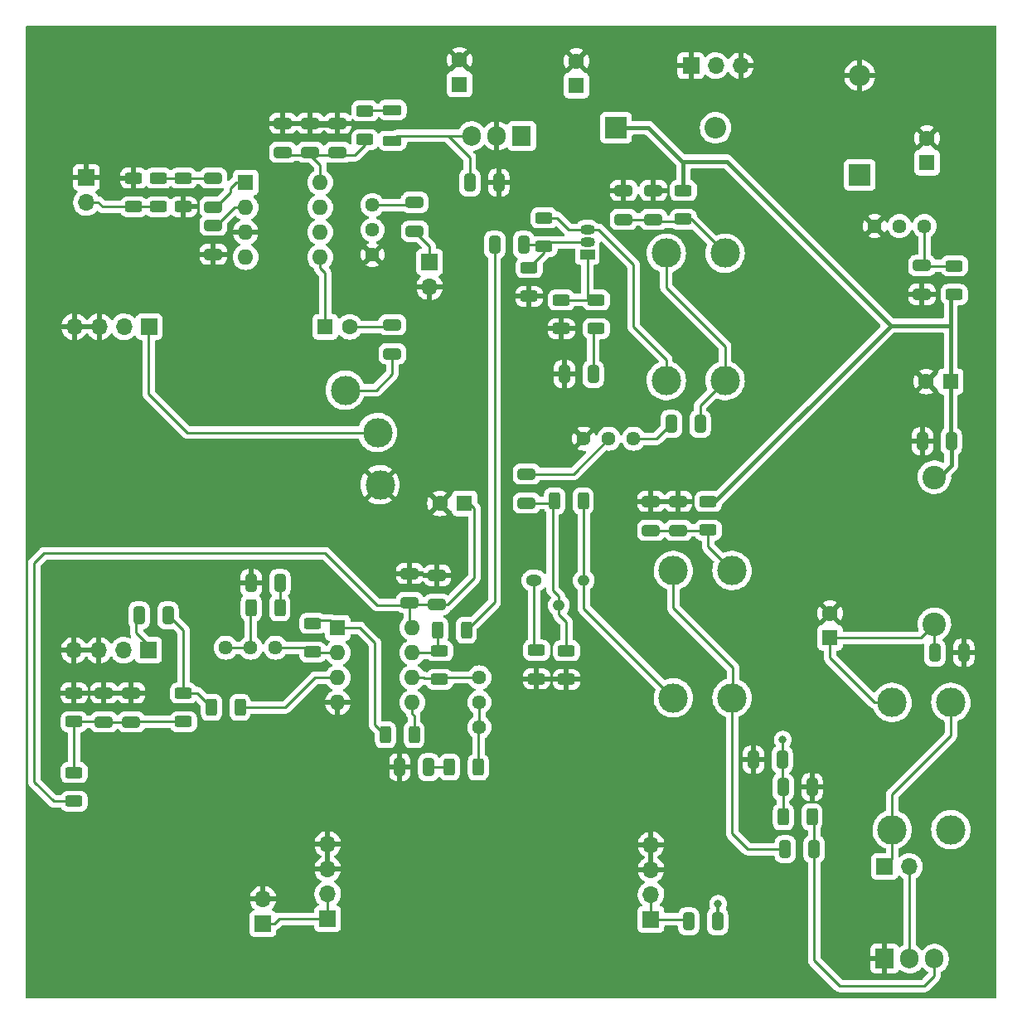
<source format=gbr>
%TF.GenerationSoftware,KiCad,Pcbnew,(6.0.7)*%
%TF.CreationDate,2022-09-22T21:01:33-04:00*%
%TF.ProjectId,Bitx40pa,42697478-3430-4706-912e-6b696361645f,rev?*%
%TF.SameCoordinates,Original*%
%TF.FileFunction,Copper,L1,Top*%
%TF.FilePolarity,Positive*%
%FSLAX46Y46*%
G04 Gerber Fmt 4.6, Leading zero omitted, Abs format (unit mm)*
G04 Created by KiCad (PCBNEW (6.0.7)) date 2022-09-22 21:01:33*
%MOMM*%
%LPD*%
G01*
G04 APERTURE LIST*
G04 Aperture macros list*
%AMRoundRect*
0 Rectangle with rounded corners*
0 $1 Rounding radius*
0 $2 $3 $4 $5 $6 $7 $8 $9 X,Y pos of 4 corners*
0 Add a 4 corners polygon primitive as box body*
4,1,4,$2,$3,$4,$5,$6,$7,$8,$9,$2,$3,0*
0 Add four circle primitives for the rounded corners*
1,1,$1+$1,$2,$3*
1,1,$1+$1,$4,$5*
1,1,$1+$1,$6,$7*
1,1,$1+$1,$8,$9*
0 Add four rect primitives between the rounded corners*
20,1,$1+$1,$2,$3,$4,$5,0*
20,1,$1+$1,$4,$5,$6,$7,0*
20,1,$1+$1,$6,$7,$8,$9,0*
20,1,$1+$1,$8,$9,$2,$3,0*%
G04 Aperture macros list end*
%TA.AperFunction,ComponentPad*%
%ADD10R,1.700000X1.700000*%
%TD*%
%TA.AperFunction,ComponentPad*%
%ADD11O,1.700000X1.700000*%
%TD*%
%TA.AperFunction,ComponentPad*%
%ADD12R,1.600000X1.600000*%
%TD*%
%TA.AperFunction,ComponentPad*%
%ADD13C,1.600000*%
%TD*%
%TA.AperFunction,ComponentPad*%
%ADD14C,3.000000*%
%TD*%
%TA.AperFunction,SMDPad,CuDef*%
%ADD15RoundRect,0.250000X0.650000X-0.325000X0.650000X0.325000X-0.650000X0.325000X-0.650000X-0.325000X0*%
%TD*%
%TA.AperFunction,SMDPad,CuDef*%
%ADD16RoundRect,0.250000X-0.625000X0.312500X-0.625000X-0.312500X0.625000X-0.312500X0.625000X0.312500X0*%
%TD*%
%TA.AperFunction,SMDPad,CuDef*%
%ADD17RoundRect,0.250000X0.625000X-0.312500X0.625000X0.312500X-0.625000X0.312500X-0.625000X-0.312500X0*%
%TD*%
%TA.AperFunction,SMDPad,CuDef*%
%ADD18RoundRect,0.250000X0.325000X0.650000X-0.325000X0.650000X-0.325000X-0.650000X0.325000X-0.650000X0*%
%TD*%
%TA.AperFunction,SMDPad,CuDef*%
%ADD19RoundRect,0.250000X-0.325000X-0.650000X0.325000X-0.650000X0.325000X0.650000X-0.325000X0.650000X0*%
%TD*%
%TA.AperFunction,SMDPad,CuDef*%
%ADD20RoundRect,0.250000X-0.650000X0.325000X-0.650000X-0.325000X0.650000X-0.325000X0.650000X0.325000X0*%
%TD*%
%TA.AperFunction,ComponentPad*%
%ADD21C,2.400000*%
%TD*%
%TA.AperFunction,ComponentPad*%
%ADD22C,1.440000*%
%TD*%
%TA.AperFunction,SMDPad,CuDef*%
%ADD23RoundRect,0.250000X-0.312500X-0.625000X0.312500X-0.625000X0.312500X0.625000X-0.312500X0.625000X0*%
%TD*%
%TA.AperFunction,ComponentPad*%
%ADD24O,1.600000X1.200000*%
%TD*%
%TA.AperFunction,ComponentPad*%
%ADD25O,1.200000X1.200000*%
%TD*%
%TA.AperFunction,ComponentPad*%
%ADD26R,2.200000X2.200000*%
%TD*%
%TA.AperFunction,ComponentPad*%
%ADD27O,2.200000X2.200000*%
%TD*%
%TA.AperFunction,ComponentPad*%
%ADD28O,1.600000X1.600000*%
%TD*%
%TA.AperFunction,SMDPad,CuDef*%
%ADD29RoundRect,0.250000X0.700000X-0.275000X0.700000X0.275000X-0.700000X0.275000X-0.700000X-0.275000X0*%
%TD*%
%TA.AperFunction,ComponentPad*%
%ADD30R,1.905000X2.000000*%
%TD*%
%TA.AperFunction,ComponentPad*%
%ADD31O,1.905000X2.000000*%
%TD*%
%TA.AperFunction,SMDPad,CuDef*%
%ADD32RoundRect,0.250000X0.312500X0.625000X-0.312500X0.625000X-0.312500X-0.625000X0.312500X-0.625000X0*%
%TD*%
%TA.AperFunction,ComponentPad*%
%ADD33R,1.500000X1.050000*%
%TD*%
%TA.AperFunction,ComponentPad*%
%ADD34O,1.500000X1.050000*%
%TD*%
%TA.AperFunction,ViaPad*%
%ADD35C,0.800000*%
%TD*%
%TA.AperFunction,Conductor*%
%ADD36C,0.400000*%
%TD*%
%TA.AperFunction,Conductor*%
%ADD37C,0.250000*%
%TD*%
%TA.AperFunction,Conductor*%
%ADD38C,0.300000*%
%TD*%
G04 APERTURE END LIST*
D10*
%TO.P,J4,1,Pin_1*%
%TO.N,Net-(T3-Pad2)*%
X112263000Y-101600000D03*
D11*
%TO.P,J4,2,Pin_2*%
%TO.N,Net-(Q4-Pad2)*%
X114803000Y-101600000D03*
%TD*%
D12*
%TO.P,C27,1*%
%TO.N,Net-(C25-Pad1)*%
X116586000Y-29718000D03*
D13*
%TO.P,C27,2*%
%TO.N,GND*%
X116586000Y-27218000D03*
%TD*%
D14*
%TO.P,T3,1,AA*%
%TO.N,Net-(C19-Pad1)*%
X113030000Y-84836000D03*
%TO.P,T3,2,AB*%
%TO.N,Net-(T3-Pad2)*%
X113030000Y-97836000D03*
%TO.P,T3,3,SB*%
X119030000Y-84836000D03*
%TO.P,T3,4,SA*%
%TO.N,Net-(C26-Pad1)*%
X119030000Y-97836000D03*
%TD*%
%TO.P,T2,1,AA*%
%TO.N,Net-(C20-Pad1)*%
X90678000Y-71374000D03*
%TO.P,T2,2,AB*%
%TO.N,Net-(Q2-Pad3)*%
X90678000Y-84374000D03*
%TO.P,T2,3,SB*%
%TO.N,Net-(C16-Pad1)*%
X96678000Y-71374000D03*
%TO.P,T2,4,SA*%
%TO.N,Net-(C20-Pad1)*%
X96678000Y-84374000D03*
%TD*%
%TO.P,T1,1,AA*%
%TO.N,Net-(C14-Pad1)*%
X89964000Y-38966000D03*
%TO.P,T1,2,AB*%
%TO.N,Net-(Q1-Pad3)*%
X89964000Y-51966000D03*
%TO.P,T1,3,SB*%
%TO.N,Net-(C11-Pad1)*%
X95964000Y-38966000D03*
%TO.P,T1,4,SA*%
%TO.N,Net-(C14-Pad1)*%
X95964000Y-51966000D03*
%TD*%
D10*
%TO.P,U1,1,IN*%
%TO.N,Net-(U1-Pad1)*%
X37130000Y-46482000D03*
D11*
%TO.P,U1,2,IN*%
X34590000Y-46482000D03*
%TO.P,U1,3,GND*%
%TO.N,GND*%
X32050000Y-46482000D03*
%TO.P,U1,4,GND*%
X29510000Y-46482000D03*
%TO.P,U1,5,GND*%
X29464000Y-79502000D03*
%TO.P,U1,6,GND*%
X32004000Y-79502000D03*
%TO.P,U1,7,OUT*%
%TO.N,Net-(C3-Pad1)*%
X34544000Y-79502000D03*
D10*
%TO.P,U1,8,OUT*%
X37084000Y-79502000D03*
%TD*%
D14*
%TO.P,TR1,1*%
%TO.N,Net-(C1-Pad2)*%
X57164000Y-52959000D03*
%TO.P,TR1,2*%
%TO.N,Net-(U1-Pad1)*%
X60466000Y-57277000D03*
%TO.P,TR1,3*%
%TO.N,GND*%
X60720000Y-62611000D03*
%TD*%
D15*
%TO.P,C7,1*%
%TO.N,TX5V*%
X63754000Y-74627000D03*
%TO.P,C7,2*%
%TO.N,GND*%
X63754000Y-71677000D03*
%TD*%
D16*
%TO.P,R8,1*%
%TO.N,Net-(R8-Pad1)*%
X66802000Y-79563500D03*
%TO.P,R8,2*%
%TO.N,Net-(R8-Pad2)*%
X66802000Y-82488500D03*
%TD*%
D17*
%TO.P,R1,1*%
%TO.N,TX5V*%
X29464000Y-94934500D03*
%TO.P,R1,2*%
%TO.N,Net-(C2-Pad1)*%
X29464000Y-92009500D03*
%TD*%
D18*
%TO.P,C12,1*%
%TO.N,Net-(C12-Pad1)*%
X82501000Y-51308000D03*
%TO.P,C12,2*%
%TO.N,GND*%
X79551000Y-51308000D03*
%TD*%
D19*
%TO.P,C24,1*%
%TO.N,Net-(C21-Pad1)*%
X101903000Y-93472000D03*
%TO.P,C24,2*%
%TO.N,GND*%
X104853000Y-93472000D03*
%TD*%
D18*
%TO.P,C21,1*%
%TO.N,Net-(C21-Pad1)*%
X101805000Y-90678000D03*
%TO.P,C21,2*%
%TO.N,GND*%
X98855000Y-90678000D03*
%TD*%
D15*
%TO.P,C34,1*%
%TO.N,Net-(C34-Pad1)*%
X64262000Y-36732000D03*
%TO.P,C34,2*%
%TO.N,Net-(C34-Pad2)*%
X64262000Y-33782000D03*
%TD*%
D12*
%TO.P,C23,1*%
%TO.N,TX12V*%
X119008700Y-52070000D03*
D13*
%TO.P,C23,2*%
%TO.N,GND*%
X116508700Y-52070000D03*
%TD*%
D15*
%TO.P,C9,1*%
%TO.N,TX5V*%
X66548000Y-74832000D03*
%TO.P,C9,2*%
%TO.N,GND*%
X66548000Y-71882000D03*
%TD*%
D20*
%TO.P,C29,1*%
%TO.N,Net-(C29-Pad1)*%
X43688000Y-36117000D03*
%TO.P,C29,2*%
%TO.N,GND*%
X43688000Y-39067000D03*
%TD*%
D17*
%TO.P,R5,1*%
%TO.N,Net-(R5-Pad1)*%
X53848000Y-79694500D03*
%TO.P,R5,2*%
%TO.N,Net-(R5-Pad2)*%
X53848000Y-76769500D03*
%TD*%
%TO.P,R13,1*%
%TO.N,Net-(C12-Pad1)*%
X82804000Y-46674500D03*
%TO.P,R13,2*%
%TO.N,Net-(Q1-Pad1)*%
X82804000Y-43749500D03*
%TD*%
D21*
%TO.P,L1,1,1*%
%TO.N,TX12V*%
X117348000Y-61842000D03*
%TO.P,L1,2,2*%
%TO.N,Net-(C19-Pad1)*%
X117348000Y-76842000D03*
%TD*%
D12*
%TO.P,C37,1*%
%TO.N,TX12V*%
X80772000Y-21844000D03*
D13*
%TO.P,C37,2*%
%TO.N,GND*%
X80772000Y-19344000D03*
%TD*%
D10*
%TO.P,J1,1,Pin_1*%
%TO.N,GND*%
X30734000Y-31237000D03*
D11*
%TO.P,J1,2,Pin_2*%
%TO.N,Net-(J1-Pad2)*%
X30734000Y-33777000D03*
%TD*%
D18*
%TO.P,C6,1*%
%TO.N,Net-(C6-Pad1)*%
X65688000Y-91440000D03*
%TO.P,C6,2*%
%TO.N,GND*%
X62738000Y-91440000D03*
%TD*%
D22*
%TO.P,RV4,1,1*%
%TO.N,GND*%
X111252000Y-36202000D03*
%TO.P,RV4,2,2*%
%TO.N,Net-(C21-Pad1)*%
X113792000Y-36202000D03*
%TO.P,RV4,3,3*%
%TO.N,Net-(C25-Pad1)*%
X116332000Y-36202000D03*
%TD*%
D12*
%TO.P,C38,1*%
%TO.N,TX5V*%
X68834000Y-21726700D03*
D13*
%TO.P,C38,2*%
%TO.N,GND*%
X68834000Y-19226700D03*
%TD*%
D23*
%TO.P,R9,1*%
%TO.N,Net-(R8-Pad1)*%
X66609500Y-77470000D03*
%TO.P,R9,2*%
%TO.N,PA_IN*%
X69534500Y-77470000D03*
%TD*%
D22*
%TO.P,RV5,1,1*%
%TO.N,GND*%
X59944000Y-39126000D03*
%TO.P,RV5,2,2*%
%TO.N,Net-(RV5-Pad2)*%
X59944000Y-36586000D03*
%TO.P,RV5,3,3*%
%TO.N,Net-(C34-Pad2)*%
X59944000Y-34046000D03*
%TD*%
D10*
%TO.P,U3,1,IN*%
%TO.N,Net-(C26-Pad2)*%
X88392000Y-106980000D03*
D11*
%TO.P,U3,2,IN*%
X88392000Y-104440000D03*
%TO.P,U3,3,GND*%
%TO.N,GND*%
X88392000Y-101900000D03*
%TO.P,U3,4,GND*%
X88392000Y-99360000D03*
%TO.P,U3,5,GND*%
X55372000Y-99314000D03*
%TO.P,U3,6,GND*%
X55372000Y-101854000D03*
%TO.P,U3,7,OUT*%
%TO.N,Net-(J3-Pad1)*%
X55372000Y-104394000D03*
D10*
%TO.P,U3,8,OUT*%
X55372000Y-106934000D03*
%TD*%
D17*
%TO.P,R22,1*%
%TO.N,Net-(J1-Pad2)*%
X38100000Y-34228500D03*
%TO.P,R22,2*%
%TO.N,Net-(C28-Pad1)*%
X38100000Y-31303500D03*
%TD*%
D16*
%TO.P,R24,1*%
%TO.N,Net-(L2-Pad2)*%
X59182000Y-24445500D03*
%TO.P,R24,2*%
%TO.N,Net-(C30-Pad1)*%
X59182000Y-27370500D03*
%TD*%
D12*
%TO.P,C22,1*%
%TO.N,Net-(C19-Pad1)*%
X106680000Y-78232000D03*
D13*
%TO.P,C22,2*%
%TO.N,GND*%
X106680000Y-75732000D03*
%TD*%
D20*
%TO.P,C1,1*%
%TO.N,IFPAOUT*%
X61976000Y-46277000D03*
%TO.P,C1,2*%
%TO.N,Net-(C1-Pad2)*%
X61976000Y-49227000D03*
%TD*%
D24*
%TO.P,Q2,1,E*%
%TO.N,Net-(Q2-Pad1)*%
X76454000Y-72390000D03*
D25*
%TO.P,Q2,2,B*%
%TO.N,Net-(C15-Pad2)*%
X78994000Y-74930000D03*
%TO.P,Q2,3,C*%
%TO.N,Net-(Q2-Pad3)*%
X81534000Y-72390000D03*
%TD*%
D19*
%TO.P,C39,1*%
%TO.N,TX5V*%
X69899000Y-31750000D03*
%TO.P,C39,2*%
%TO.N,GND*%
X72849000Y-31750000D03*
%TD*%
D26*
%TO.P,D4,1,K*%
%TO.N,TX12V*%
X84836000Y-26162000D03*
D27*
%TO.P,D4,2,A*%
%TO.N,Net-(D4-Pad2)*%
X94996000Y-26162000D03*
%TD*%
D22*
%TO.P,RV1,1,1*%
%TO.N,Net-(R5-Pad1)*%
X50048000Y-79248000D03*
%TO.P,RV1,2,2*%
%TO.N,Net-(R3-Pad1)*%
X47508000Y-79248000D03*
%TO.P,RV1,3,3*%
X44968000Y-79248000D03*
%TD*%
D17*
%TO.P,R21,1*%
%TO.N,Net-(J1-Pad2)*%
X35560000Y-34228500D03*
%TO.P,R21,2*%
%TO.N,GND*%
X35560000Y-31303500D03*
%TD*%
D12*
%TO.P,U2,1,OutA*%
%TO.N,Net-(R5-Pad2)*%
X56398000Y-77226000D03*
D28*
%TO.P,U2,2,InA-*%
%TO.N,Net-(R5-Pad1)*%
X56398000Y-79766000D03*
%TO.P,U2,3,InA+*%
%TO.N,Net-(R25-Pad2)*%
X56398000Y-82306000D03*
%TO.P,U2,4,V-*%
%TO.N,GND*%
X56398000Y-84846000D03*
%TO.P,U2,5,InB+*%
%TO.N,Net-(R6-Pad2)*%
X64018000Y-84846000D03*
%TO.P,U2,6,InB-*%
%TO.N,Net-(R8-Pad2)*%
X64018000Y-82306000D03*
%TO.P,U2,7,OutB*%
%TO.N,Net-(R8-Pad1)*%
X64018000Y-79766000D03*
%TO.P,U2,8,V+*%
%TO.N,TX5V*%
X64018000Y-77226000D03*
%TD*%
D15*
%TO.P,C13,1*%
%TO.N,Net-(C11-Pad1)*%
X88646000Y-35511000D03*
%TO.P,C13,2*%
%TO.N,GND*%
X88646000Y-32561000D03*
%TD*%
D18*
%TO.P,C26,1*%
%TO.N,Net-(C26-Pad1)*%
X95201000Y-107188000D03*
%TO.P,C26,2*%
%TO.N,Net-(C26-Pad2)*%
X92251000Y-107188000D03*
%TD*%
D17*
%TO.P,R20,1*%
%TO.N,TX12V*%
X119380000Y-43180000D03*
%TO.P,R20,2*%
%TO.N,Net-(C25-Pad1)*%
X119380000Y-40255000D03*
%TD*%
%TO.P,R18,1*%
%TO.N,Net-(C16-Pad1)*%
X94234000Y-67248500D03*
%TO.P,R18,2*%
%TO.N,TX12V*%
X94234000Y-64323500D03*
%TD*%
D10*
%TO.P,J7,1,Pin_1*%
%TO.N,GND*%
X92471000Y-19812000D03*
D11*
%TO.P,J7,2,Pin_2*%
%TO.N,Net-(D4-Pad2)*%
X95011000Y-19812000D03*
%TO.P,J7,3,Pin_3*%
%TO.N,GND*%
X97551000Y-19812000D03*
%TD*%
D29*
%TO.P,L2,1,1*%
%TO.N,TX5V*%
X61976000Y-27483000D03*
%TO.P,L2,2,2*%
%TO.N,Net-(L2-Pad2)*%
X61976000Y-24333000D03*
%TD*%
D15*
%TO.P,C32,1*%
%TO.N,Net-(C30-Pad1)*%
X53594000Y-28653000D03*
%TO.P,C32,2*%
%TO.N,GND*%
X53594000Y-25703000D03*
%TD*%
D12*
%TO.P,C8,1*%
%TO.N,TX5V*%
X69342000Y-64516000D03*
D13*
%TO.P,C8,2*%
%TO.N,GND*%
X66842000Y-64516000D03*
%TD*%
D30*
%TO.P,U5,1,VI*%
%TO.N,TX12V*%
X75184000Y-26995000D03*
D31*
%TO.P,U5,2,GND*%
%TO.N,GND*%
X72644000Y-26995000D03*
%TO.P,U5,3,VO*%
%TO.N,TX5V*%
X70104000Y-26995000D03*
%TD*%
D17*
%TO.P,R2,1*%
%TO.N,Net-(C2-Pad1)*%
X29464000Y-86806500D03*
%TO.P,R2,2*%
%TO.N,GND*%
X29464000Y-83881500D03*
%TD*%
D16*
%TO.P,R4,1*%
%TO.N,Net-(C3-Pad2)*%
X40640000Y-83881500D03*
%TO.P,R4,2*%
%TO.N,Net-(C2-Pad1)*%
X40640000Y-86806500D03*
%TD*%
D15*
%TO.P,C16,1*%
%TO.N,Net-(C16-Pad1)*%
X88392000Y-67261000D03*
%TO.P,C16,2*%
%TO.N,GND*%
X88392000Y-64311000D03*
%TD*%
D20*
%TO.P,C25,1*%
%TO.N,Net-(C25-Pad1)*%
X116078000Y-40230000D03*
%TO.P,C25,2*%
%TO.N,GND*%
X116078000Y-43180000D03*
%TD*%
D12*
%TO.P,U4,1,IN_A*%
%TO.N,Net-(C28-Pad2)*%
X46990000Y-31750000D03*
D28*
%TO.P,U4,2,IN_B*%
%TO.N,Net-(C29-Pad1)*%
X46990000Y-34290000D03*
%TO.P,U4,3,GND*%
%TO.N,GND*%
X46990000Y-36830000D03*
%TO.P,U4,4,OUT_A*%
%TO.N,unconnected-(U4-Pad4)*%
X46990000Y-39370000D03*
%TO.P,U4,5,OUT_B*%
%TO.N,Net-(C31-Pad1)*%
X54610000Y-39370000D03*
%TO.P,U4,6,OSC_B*%
%TO.N,Net-(RV5-Pad2)*%
X54610000Y-36830000D03*
%TO.P,U4,7,OSC_E*%
%TO.N,unconnected-(U4-Pad7)*%
X54610000Y-34290000D03*
%TO.P,U4,8,Vcc*%
%TO.N,Net-(C30-Pad1)*%
X54610000Y-31750000D03*
%TD*%
D12*
%TO.P,C31,1*%
%TO.N,Net-(C31-Pad1)*%
X55118000Y-46482000D03*
D13*
%TO.P,C31,2*%
%TO.N,IFPAOUT*%
X57618000Y-46482000D03*
%TD*%
D15*
%TO.P,C17,1*%
%TO.N,Net-(C16-Pad1)*%
X91186000Y-67261000D03*
%TO.P,C17,2*%
%TO.N,GND*%
X91186000Y-64311000D03*
%TD*%
D26*
%TO.P,D1,1,K*%
%TO.N,Net-(C25-Pad1)*%
X109728000Y-30988000D03*
D27*
%TO.P,D1,2,A*%
%TO.N,GND*%
X109728000Y-20828000D03*
%TD*%
D19*
%TO.P,C3,1*%
%TO.N,Net-(C3-Pad1)*%
X36117000Y-75946000D03*
%TO.P,C3,2*%
%TO.N,Net-(C3-Pad2)*%
X39067000Y-75946000D03*
%TD*%
D23*
%TO.P,R19,1*%
%TO.N,Net-(C21-Pad1)*%
X101915500Y-96520000D03*
%TO.P,R19,2*%
%TO.N,Net-(C20-Pad2)*%
X104840500Y-96520000D03*
%TD*%
D16*
%TO.P,R23,1*%
%TO.N,Net-(C28-Pad1)*%
X40640000Y-31303500D03*
%TO.P,R23,2*%
%TO.N,GND*%
X40640000Y-34228500D03*
%TD*%
D23*
%TO.P,R25,1*%
%TO.N,Net-(C3-Pad2)*%
X43495500Y-85344000D03*
%TO.P,R25,2*%
%TO.N,Net-(R25-Pad2)*%
X46420500Y-85344000D03*
%TD*%
D17*
%TO.P,R17,1*%
%TO.N,GND*%
X76708000Y-82427000D03*
%TO.P,R17,2*%
%TO.N,Net-(Q2-Pad1)*%
X76708000Y-79502000D03*
%TD*%
D15*
%TO.P,C30,1*%
%TO.N,Net-(C30-Pad1)*%
X56388000Y-28653000D03*
%TO.P,C30,2*%
%TO.N,GND*%
X56388000Y-25703000D03*
%TD*%
D17*
%TO.P,R16,1*%
%TO.N,GND*%
X79756000Y-82488500D03*
%TO.P,R16,2*%
%TO.N,Net-(C15-Pad2)*%
X79756000Y-79563500D03*
%TD*%
D19*
%TO.P,C10,1*%
%TO.N,PA_IN*%
X72439000Y-38100000D03*
%TO.P,C10,2*%
%TO.N,Net-(C10-Pad2)*%
X75389000Y-38100000D03*
%TD*%
%TO.P,C19,1*%
%TO.N,Net-(C19-Pad1)*%
X117397000Y-79756000D03*
%TO.P,C19,2*%
%TO.N,GND*%
X120347000Y-79756000D03*
%TD*%
D15*
%TO.P,C2,1*%
%TO.N,Net-(C2-Pad1)*%
X32512000Y-86819000D03*
%TO.P,C2,2*%
%TO.N,GND*%
X32512000Y-83869000D03*
%TD*%
D23*
%TO.P,R6,1*%
%TO.N,Net-(R5-Pad2)*%
X61275500Y-88138000D03*
%TO.P,R6,2*%
%TO.N,Net-(R6-Pad2)*%
X64200500Y-88138000D03*
%TD*%
D20*
%TO.P,C15,1*%
%TO.N,Net-(C15-Pad1)*%
X75692000Y-61517000D03*
%TO.P,C15,2*%
%TO.N,Net-(C15-Pad2)*%
X75692000Y-64467000D03*
%TD*%
D22*
%TO.P,RV3,1,1*%
%TO.N,Net-(C14-Pad2)*%
X86624000Y-57912000D03*
%TO.P,RV3,2,2*%
%TO.N,Net-(C15-Pad1)*%
X84084000Y-57912000D03*
%TO.P,RV3,3,3*%
%TO.N,GND*%
X81544000Y-57912000D03*
%TD*%
D10*
%TO.P,J2,1,Pin_1*%
%TO.N,Net-(C34-Pad1)*%
X65786000Y-39873000D03*
D11*
%TO.P,J2,2,Pin_2*%
%TO.N,GND*%
X65786000Y-42413000D03*
%TD*%
D10*
%TO.P,J3,1,Pin_1*%
%TO.N,Net-(J3-Pad1)*%
X48768000Y-107442000D03*
D11*
%TO.P,J3,2,Pin_2*%
%TO.N,GND*%
X48768000Y-104902000D03*
%TD*%
D18*
%TO.P,C18,1*%
%TO.N,TX12V*%
X119077000Y-58166000D03*
%TO.P,C18,2*%
%TO.N,GND*%
X116127000Y-58166000D03*
%TD*%
D20*
%TO.P,C28,1*%
%TO.N,Net-(C28-Pad1)*%
X43688000Y-31291000D03*
%TO.P,C28,2*%
%TO.N,Net-(C28-Pad2)*%
X43688000Y-34241000D03*
%TD*%
D19*
%TO.P,C20,1*%
%TO.N,Net-(C20-Pad1)*%
X102108000Y-99822000D03*
%TO.P,C20,2*%
%TO.N,Net-(C20-Pad2)*%
X105058000Y-99822000D03*
%TD*%
D23*
%TO.P,R3,1*%
%TO.N,Net-(R3-Pad1)*%
X47559500Y-75184000D03*
%TO.P,R3,2*%
%TO.N,Net-(C4-Pad1)*%
X50484500Y-75184000D03*
%TD*%
D17*
%TO.P,R11,1*%
%TO.N,Net-(C10-Pad2)*%
X77470000Y-38292500D03*
%TO.P,R11,2*%
%TO.N,Net-(Q1-Pad3)*%
X77470000Y-35367500D03*
%TD*%
D23*
%TO.P,R15,1*%
%TO.N,Net-(C15-Pad2)*%
X78547500Y-64262000D03*
%TO.P,R15,2*%
%TO.N,Net-(Q2-Pad3)*%
X81472500Y-64262000D03*
%TD*%
D18*
%TO.P,C4,1*%
%TO.N,Net-(C4-Pad1)*%
X50497000Y-72644000D03*
%TO.P,C4,2*%
%TO.N,GND*%
X47547000Y-72644000D03*
%TD*%
D32*
%TO.P,R7,1*%
%TO.N,Net-(R7-Pad1)*%
X70755500Y-91440000D03*
%TO.P,R7,2*%
%TO.N,Net-(C6-Pad1)*%
X67830500Y-91440000D03*
%TD*%
D18*
%TO.P,C14,1*%
%TO.N,Net-(C14-Pad1)*%
X93423000Y-56388000D03*
%TO.P,C14,2*%
%TO.N,Net-(C14-Pad2)*%
X90473000Y-56388000D03*
%TD*%
D22*
%TO.P,RV2,1,1*%
%TO.N,Net-(R8-Pad2)*%
X70866000Y-82286000D03*
%TO.P,RV2,2,2*%
%TO.N,Net-(R7-Pad1)*%
X70866000Y-84826000D03*
%TO.P,RV2,3,3*%
X70866000Y-87366000D03*
%TD*%
D17*
%TO.P,R10,1*%
%TO.N,GND*%
X75946000Y-43372500D03*
%TO.P,R10,2*%
%TO.N,Net-(C10-Pad2)*%
X75946000Y-40447500D03*
%TD*%
%TO.P,R12,1*%
%TO.N,GND*%
X79248000Y-46674500D03*
%TO.P,R12,2*%
%TO.N,Net-(Q1-Pad1)*%
X79248000Y-43749500D03*
%TD*%
D30*
%TO.P,Q4,1*%
%TO.N,GND*%
X112268000Y-110998000D03*
D31*
%TO.P,Q4,2*%
%TO.N,Net-(Q4-Pad2)*%
X114808000Y-110998000D03*
%TO.P,Q4,3*%
%TO.N,Net-(C20-Pad2)*%
X117348000Y-110998000D03*
%TD*%
D15*
%TO.P,C33,1*%
%TO.N,Net-(C30-Pad1)*%
X50800000Y-28653000D03*
%TO.P,C33,2*%
%TO.N,GND*%
X50800000Y-25703000D03*
%TD*%
D33*
%TO.P,Q1,1,E*%
%TO.N,Net-(Q1-Pad1)*%
X81894000Y-39116000D03*
D34*
%TO.P,Q1,2,B*%
%TO.N,Net-(C10-Pad2)*%
X81894000Y-37846000D03*
%TO.P,Q1,3,C*%
%TO.N,Net-(Q1-Pad3)*%
X81894000Y-36576000D03*
%TD*%
D15*
%TO.P,C5,1*%
%TO.N,Net-(C2-Pad1)*%
X35306000Y-86819000D03*
%TO.P,C5,2*%
%TO.N,GND*%
X35306000Y-83869000D03*
%TD*%
%TO.P,C11,1*%
%TO.N,Net-(C11-Pad1)*%
X85598000Y-35511000D03*
%TO.P,C11,2*%
%TO.N,GND*%
X85598000Y-32561000D03*
%TD*%
D17*
%TO.P,R14,1*%
%TO.N,Net-(C11-Pad1)*%
X91694000Y-35498500D03*
%TO.P,R14,2*%
%TO.N,TX12V*%
X91694000Y-32573500D03*
%TD*%
D35*
%TO.N,Net-(C21-Pad1)*%
X101854000Y-88646000D03*
%TO.N,Net-(C26-Pad1)*%
X95250000Y-105410000D03*
%TD*%
D36*
%TO.N,TX12V*%
X96139000Y-29591000D02*
X112893000Y-46345000D01*
X91567000Y-29591000D02*
X96139000Y-29591000D01*
X91567000Y-29591000D02*
X91694000Y-29718000D01*
X88138000Y-26162000D02*
X91567000Y-29591000D01*
D37*
%TO.N,Net-(C3-Pad2)*%
X42033000Y-83881500D02*
X40640000Y-83881500D01*
X40640000Y-77470000D02*
X40640000Y-83881500D01*
%TO.N,Net-(Q4-Pad2)*%
X114803000Y-110993000D02*
X114808000Y-110998000D01*
X114803000Y-101600000D02*
X114803000Y-110993000D01*
%TO.N,Net-(T3-Pad2)*%
X113030000Y-100833000D02*
X112263000Y-101600000D01*
X113030000Y-97836000D02*
X113030000Y-100833000D01*
%TO.N,Net-(C21-Pad1)*%
X101903000Y-93472000D02*
X101903000Y-96507500D01*
X101903000Y-96507500D02*
X101915500Y-96520000D01*
X101805000Y-90678000D02*
X101805000Y-93374000D01*
X101805000Y-93374000D02*
X101903000Y-93472000D01*
D36*
%TO.N,TX12V*%
X94234000Y-64323500D02*
X94914500Y-64323500D01*
X94914500Y-64323500D02*
X112893000Y-46345000D01*
X119009000Y-43551300D02*
X119009000Y-46345000D01*
X112893000Y-46345000D02*
X119009000Y-46345000D01*
X119009000Y-46345000D02*
X119009000Y-50824500D01*
D37*
%TO.N,Net-(C21-Pad1)*%
X101854000Y-88646000D02*
X101854000Y-90629000D01*
X101854000Y-90629000D02*
X101805000Y-90678000D01*
D36*
%TO.N,TX12V*%
X84836000Y-26162000D02*
X88138000Y-26162000D01*
X119380000Y-43180000D02*
X119009000Y-43551300D01*
X119009000Y-50824500D02*
X119009000Y-58097700D01*
X119008700Y-50824800D02*
X119008700Y-52070000D01*
X119009000Y-58097700D02*
X119077000Y-58166000D01*
X91694000Y-29718000D02*
X91694000Y-32827500D01*
X119077000Y-60621000D02*
X117703300Y-61994700D01*
X119009000Y-50824500D02*
X119008700Y-50824800D01*
X119077000Y-58166000D02*
X119077000Y-60621000D01*
D37*
%TO.N,Net-(C28-Pad2)*%
X45466000Y-32717000D02*
X43942000Y-34241000D01*
X45466000Y-32318100D02*
X45466000Y-32717000D01*
X46034100Y-31750000D02*
X45466000Y-32318100D01*
X46990000Y-31750000D02*
X46034100Y-31750000D01*
%TO.N,Net-(C20-Pad2)*%
X107696000Y-113792000D02*
X116332000Y-113792000D01*
X105058000Y-111154000D02*
X107696000Y-113792000D01*
X105058000Y-99822000D02*
X105058000Y-111154000D01*
X116332000Y-113792000D02*
X117348000Y-112776000D01*
X117348000Y-112776000D02*
X117348000Y-110998000D01*
D38*
%TO.N,Net-(C26-Pad1)*%
X95250000Y-107139000D02*
X95201000Y-107188000D01*
X95250000Y-105410000D02*
X95250000Y-107139000D01*
D37*
%TO.N,Net-(C20-Pad1)*%
X96774000Y-84278000D02*
X96678000Y-84374000D01*
X90678000Y-71374000D02*
X90678000Y-75184000D01*
X90678000Y-75184000D02*
X96774000Y-81280000D01*
X96774000Y-81280000D02*
X96774000Y-84278000D01*
X96678000Y-98202000D02*
X96678000Y-84374000D01*
X98298000Y-99822000D02*
X96678000Y-98202000D01*
X102108000Y-99822000D02*
X98298000Y-99822000D01*
%TO.N,Net-(T3-Pad2)*%
X119030000Y-88234000D02*
X113030000Y-94234000D01*
X119030000Y-84836000D02*
X119030000Y-88234000D01*
X113030000Y-94234000D02*
X113030000Y-97836000D01*
%TO.N,Net-(C19-Pad1)*%
X117348000Y-79707000D02*
X117397000Y-79756000D01*
X117348000Y-76842000D02*
X117348000Y-79707000D01*
X115958000Y-78232000D02*
X117348000Y-76842000D01*
X106680000Y-78232000D02*
X115958000Y-78232000D01*
X111252000Y-84836000D02*
X113030000Y-84836000D01*
X106680000Y-78232000D02*
X106680000Y-80264000D01*
X106680000Y-80264000D02*
X111252000Y-84836000D01*
%TO.N,Net-(C16-Pad1)*%
X94234000Y-68930000D02*
X96678000Y-71374000D01*
X94234000Y-67248500D02*
X94234000Y-68930000D01*
%TO.N,Net-(Q2-Pad3)*%
X81534000Y-75230000D02*
X90678000Y-84374000D01*
X81534000Y-72390000D02*
X81534000Y-75230000D01*
X81472500Y-64262000D02*
X81534000Y-64323500D01*
X81534000Y-64323500D02*
X81534000Y-72390000D01*
%TO.N,Net-(C14-Pad1)*%
X93423000Y-54507000D02*
X95964000Y-51966000D01*
X93423000Y-56388000D02*
X93423000Y-54507000D01*
%TO.N,Net-(Q1-Pad3)*%
X78801500Y-35367500D02*
X80010000Y-36576000D01*
X77470000Y-35367500D02*
X78801500Y-35367500D01*
X80010000Y-36576000D02*
X81894000Y-36576000D01*
X86614000Y-46482000D02*
X89964000Y-49832000D01*
X86614000Y-40132000D02*
X86614000Y-46482000D01*
X89964000Y-49832000D02*
X89964000Y-51966000D01*
X83058000Y-36576000D02*
X86614000Y-40132000D01*
X81894000Y-36576000D02*
X83058000Y-36576000D01*
%TO.N,Net-(C14-Pad1)*%
X95964000Y-48466000D02*
X95964000Y-51966000D01*
X89964000Y-42466000D02*
X95964000Y-48466000D01*
X89964000Y-38966000D02*
X89964000Y-42466000D01*
%TO.N,Net-(C11-Pad1)*%
X92496500Y-35498500D02*
X95964000Y-38966000D01*
X91694000Y-35498500D02*
X92496500Y-35498500D01*
%TO.N,Net-(C3-Pad2)*%
X39116000Y-75946000D02*
X40640000Y-77470000D01*
X39067000Y-75946000D02*
X39116000Y-75946000D01*
%TO.N,Net-(C3-Pad1)*%
X35814000Y-76249000D02*
X36117000Y-75946000D01*
X35814000Y-77724000D02*
X35814000Y-76249000D01*
X37084000Y-78994000D02*
X35814000Y-77724000D01*
X37084000Y-79502000D02*
X37084000Y-78994000D01*
%TO.N,TX5V*%
X69850000Y-64516000D02*
X69342000Y-64516000D01*
X67662000Y-74832000D02*
X70358000Y-72136000D01*
X66548000Y-74832000D02*
X67662000Y-74832000D01*
X70358000Y-72136000D02*
X70358000Y-65024000D01*
X70358000Y-65024000D02*
X69850000Y-64516000D01*
%TO.N,Net-(U1-Pad1)*%
X37084000Y-46528000D02*
X37130000Y-46482000D01*
X41021000Y-57277000D02*
X37084000Y-53340000D01*
X60466000Y-57277000D02*
X41021000Y-57277000D01*
X37084000Y-53340000D02*
X37084000Y-46528000D01*
%TO.N,Net-(C1-Pad2)*%
X61976000Y-49227000D02*
X61976000Y-51308000D01*
X61976000Y-51308000D02*
X60325000Y-52959000D01*
X60325000Y-52959000D02*
X57164000Y-52959000D01*
%TO.N,IFPAOUT*%
X57618000Y-46482000D02*
X61517000Y-46482000D01*
X61517000Y-46482000D02*
X61722000Y-46277000D01*
%TO.N,Net-(C2-Pad1)*%
X40640000Y-86806500D02*
X35318500Y-86806500D01*
X32512000Y-86819000D02*
X35306000Y-86819000D01*
X32499500Y-86806500D02*
X32512000Y-86819000D01*
X35318500Y-86806500D02*
X35306000Y-86819000D01*
X29464000Y-86806500D02*
X32499500Y-86806500D01*
X29464000Y-92009500D02*
X29464000Y-86806500D01*
%TO.N,GND*%
X29464000Y-83881500D02*
X30975500Y-83881500D01*
X50800000Y-25703000D02*
X53340000Y-25703000D01*
X32499500Y-83881500D02*
X32512000Y-83869000D01*
X53594000Y-25957000D02*
X56388000Y-25957000D01*
X35306000Y-83869000D02*
X32512000Y-83869000D01*
X53340000Y-25703000D02*
X53594000Y-25957000D01*
X30975500Y-83881500D02*
X32499500Y-83881500D01*
X91186000Y-64311000D02*
X88392000Y-64311000D01*
X76708000Y-82427000D02*
X79694500Y-82427000D01*
X79694500Y-82427000D02*
X79756000Y-82488500D01*
%TO.N,Net-(C4-Pad1)*%
X50497000Y-72644000D02*
X50497000Y-75171500D01*
X50497000Y-75171500D02*
X50484500Y-75184000D01*
%TO.N,Net-(C6-Pad1)*%
X65688000Y-91440000D02*
X67830500Y-91440000D01*
%TO.N,TX5V*%
X69899000Y-29210500D02*
X69899000Y-31750000D01*
X67683500Y-26995000D02*
X69899000Y-29210500D01*
X60403000Y-74881000D02*
X55118000Y-69596000D01*
X26416000Y-69596000D02*
X25400000Y-70612000D01*
X25400000Y-70612000D02*
X25400000Y-92964000D01*
X63754000Y-74881000D02*
X60403000Y-74881000D01*
X67683500Y-26995000D02*
X70104000Y-26995000D01*
X63754000Y-76962000D02*
X64018000Y-77226000D01*
X66548000Y-74832000D02*
X63803000Y-74832000D01*
X25400000Y-92964000D02*
X27370500Y-94934500D01*
X61976000Y-27483000D02*
X62464000Y-26995000D01*
X27370500Y-94934500D02*
X29464000Y-94934500D01*
X63754000Y-74881000D02*
X63754000Y-76962000D01*
X63803000Y-74832000D02*
X63754000Y-74881000D01*
X55118000Y-69596000D02*
X26416000Y-69596000D01*
X62464000Y-26995000D02*
X67683500Y-26995000D01*
%TO.N,PA_IN*%
X72439000Y-74565500D02*
X69534500Y-77470000D01*
X72439000Y-38100000D02*
X72439000Y-74565500D01*
%TO.N,Net-(C10-Pad2)*%
X75946000Y-40447500D02*
X77470000Y-38923500D01*
X75389000Y-38100000D02*
X77277500Y-38100000D01*
X77916500Y-37846000D02*
X81894000Y-37846000D01*
X77470000Y-38292500D02*
X77916500Y-37846000D01*
X77470000Y-38923500D02*
X77470000Y-38292500D01*
X77277500Y-38100000D02*
X77470000Y-38292500D01*
%TO.N,Net-(C11-Pad1)*%
X88887500Y-35752500D02*
X88646000Y-35511000D01*
X91694000Y-35752500D02*
X88887500Y-35752500D01*
X88646000Y-35511000D02*
X85598000Y-35511000D01*
%TO.N,Net-(C12-Pad1)*%
X82804000Y-46674500D02*
X82501000Y-46977500D01*
X82501000Y-46977500D02*
X82501000Y-51308000D01*
%TO.N,Net-(C14-Pad2)*%
X88949000Y-57912000D02*
X90473000Y-56388000D01*
X86624000Y-57912000D02*
X88949000Y-57912000D01*
%TO.N,Net-(C15-Pad1)*%
X84084000Y-57912000D02*
X80479000Y-61517000D01*
X80479000Y-61517000D02*
X75692000Y-61517000D01*
%TO.N,Net-(C15-Pad2)*%
X75692000Y-64467000D02*
X78342500Y-64467000D01*
X78994000Y-74930000D02*
X78994000Y-75855100D01*
X79756000Y-76617100D02*
X79756000Y-79563500D01*
X78994000Y-74930000D02*
X78994000Y-74004900D01*
X78342500Y-64467000D02*
X78342500Y-73353400D01*
X78342500Y-73353400D02*
X78994000Y-74004900D01*
X78342500Y-64467000D02*
X78547500Y-64262000D01*
X78994000Y-75855100D02*
X79756000Y-76617100D01*
%TO.N,Net-(C16-Pad1)*%
X88392000Y-67261000D02*
X91186000Y-67261000D01*
X94221500Y-67261000D02*
X94234000Y-67248500D01*
X91186000Y-67261000D02*
X94221500Y-67261000D01*
%TO.N,Net-(C20-Pad2)*%
X105058000Y-96737500D02*
X104840500Y-96520000D01*
X105058000Y-99822000D02*
X105058000Y-96737500D01*
%TO.N,Net-(C25-Pad1)*%
X116103000Y-40255000D02*
X119380000Y-40255000D01*
X116078000Y-40230000D02*
X116103000Y-40255000D01*
X116332000Y-39976000D02*
X116078000Y-40230000D01*
X116332000Y-36202000D02*
X116332000Y-39976000D01*
%TO.N,Net-(C26-Pad2)*%
X92043000Y-106980000D02*
X92251000Y-107188000D01*
X88392000Y-104440000D02*
X88392000Y-106980000D01*
X88392000Y-106980000D02*
X92043000Y-106980000D01*
%TO.N,Net-(C28-Pad1)*%
X43942000Y-31291000D02*
X40652500Y-31291000D01*
X40652500Y-31291000D02*
X40640000Y-31303500D01*
X38100000Y-31303500D02*
X40640000Y-31303500D01*
%TO.N,Net-(C29-Pad1)*%
X44037900Y-36117000D02*
X43942000Y-36117000D01*
X46990000Y-34290000D02*
X45864900Y-34290000D01*
X45864900Y-34290000D02*
X44037900Y-36117000D01*
%TO.N,Net-(C30-Pad1)*%
X56388000Y-28907000D02*
X53594000Y-28907000D01*
X59182000Y-27370500D02*
X59182000Y-27940000D01*
X56437000Y-28956000D02*
X56388000Y-28907000D01*
X51054000Y-28907000D02*
X50800000Y-28653000D01*
X54610000Y-29923000D02*
X54610000Y-31750000D01*
X53594000Y-28907000D02*
X51054000Y-28907000D01*
X59182000Y-27940000D02*
X58166000Y-28956000D01*
X53594000Y-28907000D02*
X54610000Y-29923000D01*
X58166000Y-28956000D02*
X56437000Y-28956000D01*
%TO.N,Net-(C31-Pad1)*%
X55118000Y-46482000D02*
X55118000Y-41003100D01*
X54610000Y-39370000D02*
X54610000Y-40495100D01*
X55118000Y-41003100D02*
X54610000Y-40495100D01*
%TO.N,Net-(C34-Pad1)*%
X65786000Y-38256000D02*
X65786000Y-39873000D01*
X64262000Y-36732000D02*
X65786000Y-38256000D01*
%TO.N,Net-(C34-Pad2)*%
X63998000Y-34046000D02*
X64262000Y-33782000D01*
X59944000Y-34046000D02*
X63998000Y-34046000D01*
%TO.N,Net-(J1-Pad2)*%
X38100000Y-34228500D02*
X35560000Y-34228500D01*
X30734000Y-33777000D02*
X31909100Y-33777000D01*
X35560000Y-34228500D02*
X32360600Y-34228500D01*
X32360600Y-34228500D02*
X31909100Y-33777000D01*
%TO.N,Net-(L2-Pad2)*%
X61976000Y-24333000D02*
X59294500Y-24333000D01*
X59294500Y-24333000D02*
X59182000Y-24445500D01*
%TO.N,Net-(Q2-Pad1)*%
X76454000Y-79248000D02*
X76708000Y-79502000D01*
X76454000Y-72390000D02*
X76454000Y-79248000D01*
%TO.N,Net-(R3-Pad1)*%
X47508000Y-75235500D02*
X47559500Y-75184000D01*
X44968000Y-79248000D02*
X47508000Y-79248000D01*
X47508000Y-79248000D02*
X47508000Y-75235500D01*
%TO.N,Net-(R5-Pad1)*%
X56398000Y-79766000D02*
X53919500Y-79766000D01*
X53401500Y-79248000D02*
X53848000Y-79694500D01*
X50048000Y-79248000D02*
X53401500Y-79248000D01*
X53919500Y-79766000D02*
X53848000Y-79694500D01*
%TO.N,Net-(R5-Pad2)*%
X56398000Y-77226000D02*
X55626000Y-76454000D01*
X60198000Y-87122000D02*
X61214000Y-88138000D01*
X58684000Y-77226000D02*
X60198000Y-78740000D01*
X60198000Y-78740000D02*
X60198000Y-87122000D01*
X61214000Y-88138000D02*
X61275500Y-88138000D01*
X54163500Y-76454000D02*
X53848000Y-76769500D01*
X56398000Y-77226000D02*
X58684000Y-77226000D01*
X55626000Y-76454000D02*
X54163500Y-76454000D01*
%TO.N,Net-(R6-Pad2)*%
X64018000Y-85971100D02*
X64200500Y-86153600D01*
X64018000Y-84846000D02*
X64018000Y-85971100D01*
X64200500Y-86153600D02*
X64200500Y-88138000D01*
%TO.N,Net-(R7-Pad1)*%
X70866000Y-87366000D02*
X70755500Y-87476500D01*
X70755500Y-87476500D02*
X70755500Y-91440000D01*
X70866000Y-87366000D02*
X70866000Y-84826000D01*
%TO.N,Net-(R8-Pad1)*%
X66609500Y-79371000D02*
X66609500Y-77470000D01*
X66599500Y-79766000D02*
X66802000Y-79563500D01*
X66802000Y-79563500D02*
X66609500Y-79371000D01*
X64018000Y-79766000D02*
X66599500Y-79766000D01*
%TO.N,Net-(R8-Pad2)*%
X70866000Y-82286000D02*
X66903200Y-82286000D01*
X64018000Y-82306000D02*
X65143100Y-82306000D01*
X66802000Y-82387200D02*
X65224300Y-82387200D01*
X66802000Y-82387200D02*
X66802000Y-82488500D01*
X66903200Y-82286000D02*
X66802000Y-82387200D01*
X65224300Y-82387200D02*
X65143100Y-82306000D01*
%TO.N,Net-(J3-Pad1)*%
X48768000Y-107442000D02*
X49943100Y-107442000D01*
X55372000Y-106934000D02*
X55372000Y-105569100D01*
X55372000Y-106934000D02*
X50451100Y-106934000D01*
X55372000Y-104394000D02*
X55372000Y-105569100D01*
X50451100Y-106934000D02*
X49943100Y-107442000D01*
%TO.N,Net-(Q1-Pad1)*%
X81894000Y-43749500D02*
X82804000Y-43749500D01*
X79248000Y-43749500D02*
X81894000Y-43749500D01*
X81894000Y-43749500D02*
X81894000Y-39966100D01*
X81894000Y-39116000D02*
X81894000Y-39966100D01*
%TO.N,Net-(C3-Pad2)*%
X42033000Y-83881500D02*
X43495500Y-85344000D01*
%TO.N,Net-(R25-Pad2)*%
X54112000Y-82306000D02*
X56398000Y-82306000D01*
X46420500Y-85344000D02*
X51054000Y-85344000D01*
X51054000Y-85344000D02*
X54102000Y-82296000D01*
X54102000Y-82296000D02*
X54112000Y-82306000D01*
%TD*%
%TA.AperFunction,Conductor*%
%TO.N,GND*%
G36*
X123639621Y-15768502D02*
G01*
X123686114Y-15822158D01*
X123697500Y-15874500D01*
X123697500Y-114935500D01*
X123677498Y-115003621D01*
X123623842Y-115050114D01*
X123571500Y-115061500D01*
X24637500Y-115061500D01*
X24569379Y-115041498D01*
X24522886Y-114987842D01*
X24511500Y-114935500D01*
X24511500Y-108340134D01*
X47409500Y-108340134D01*
X47416255Y-108402316D01*
X47467385Y-108538705D01*
X47554739Y-108655261D01*
X47671295Y-108742615D01*
X47807684Y-108793745D01*
X47869866Y-108800500D01*
X49666134Y-108800500D01*
X49728316Y-108793745D01*
X49864705Y-108742615D01*
X49981261Y-108655261D01*
X50068615Y-108538705D01*
X50119745Y-108402316D01*
X50126500Y-108340134D01*
X50126500Y-108140077D01*
X50146502Y-108071956D01*
X50197211Y-108028896D01*
X50196692Y-108028019D01*
X50201806Y-108024994D01*
X50204000Y-108023697D01*
X50214128Y-108017707D01*
X50231876Y-108009012D01*
X50250717Y-108001552D01*
X50270323Y-107987308D01*
X50286487Y-107975564D01*
X50296407Y-107969048D01*
X50327635Y-107950580D01*
X50327638Y-107950578D01*
X50334462Y-107946542D01*
X50348783Y-107932221D01*
X50363817Y-107919380D01*
X50373794Y-107912131D01*
X50380207Y-107907472D01*
X50408398Y-107873395D01*
X50416388Y-107864616D01*
X50676599Y-107604405D01*
X50738911Y-107570379D01*
X50765694Y-107567500D01*
X53887500Y-107567500D01*
X53955621Y-107587502D01*
X54002114Y-107641158D01*
X54013500Y-107693500D01*
X54013500Y-107832134D01*
X54020255Y-107894316D01*
X54071385Y-108030705D01*
X54158739Y-108147261D01*
X54275295Y-108234615D01*
X54411684Y-108285745D01*
X54473866Y-108292500D01*
X56270134Y-108292500D01*
X56332316Y-108285745D01*
X56468705Y-108234615D01*
X56585261Y-108147261D01*
X56672615Y-108030705D01*
X56723745Y-107894316D01*
X56730500Y-107832134D01*
X56730500Y-106035866D01*
X56723745Y-105973684D01*
X56672615Y-105837295D01*
X56585261Y-105720739D01*
X56468705Y-105633385D01*
X56437002Y-105621500D01*
X56350203Y-105588960D01*
X56293439Y-105546318D01*
X56268739Y-105479756D01*
X56283947Y-105410408D01*
X56305493Y-105381727D01*
X56363935Y-105323489D01*
X56410096Y-105277489D01*
X56430575Y-105248990D01*
X56537435Y-105100277D01*
X56540453Y-105096077D01*
X56571766Y-105032721D01*
X56637136Y-104900453D01*
X56637137Y-104900451D01*
X56639430Y-104895811D01*
X56704370Y-104682069D01*
X56733529Y-104460590D01*
X56734846Y-104406695D01*
X87029251Y-104406695D01*
X87029548Y-104411848D01*
X87029548Y-104411851D01*
X87039160Y-104578547D01*
X87042110Y-104629715D01*
X87043247Y-104634761D01*
X87043248Y-104634767D01*
X87055025Y-104687023D01*
X87091222Y-104847639D01*
X87175266Y-105054616D01*
X87200673Y-105096077D01*
X87261103Y-105194689D01*
X87291987Y-105245088D01*
X87438250Y-105413938D01*
X87442230Y-105417242D01*
X87446981Y-105421187D01*
X87486616Y-105480090D01*
X87488113Y-105551071D01*
X87450997Y-105611593D01*
X87410725Y-105636112D01*
X87314751Y-105672091D01*
X87295295Y-105679385D01*
X87178739Y-105766739D01*
X87091385Y-105883295D01*
X87040255Y-106019684D01*
X87033500Y-106081866D01*
X87033500Y-107878134D01*
X87040255Y-107940316D01*
X87091385Y-108076705D01*
X87178739Y-108193261D01*
X87295295Y-108280615D01*
X87431684Y-108331745D01*
X87493866Y-108338500D01*
X89290134Y-108338500D01*
X89352316Y-108331745D01*
X89488705Y-108280615D01*
X89605261Y-108193261D01*
X89692615Y-108076705D01*
X89743745Y-107940316D01*
X89750500Y-107878134D01*
X89750500Y-107739500D01*
X89770502Y-107671379D01*
X89824158Y-107624886D01*
X89876500Y-107613500D01*
X91041500Y-107613500D01*
X91109621Y-107633502D01*
X91156114Y-107687158D01*
X91167500Y-107739500D01*
X91167500Y-107888400D01*
X91167837Y-107891646D01*
X91167837Y-107891650D01*
X91176182Y-107972073D01*
X91178474Y-107994166D01*
X91234450Y-108161946D01*
X91327522Y-108312348D01*
X91332704Y-108317521D01*
X91353350Y-108338131D01*
X91452697Y-108437305D01*
X91458927Y-108441145D01*
X91458928Y-108441146D01*
X91596090Y-108525694D01*
X91603262Y-108530115D01*
X91683005Y-108556564D01*
X91764611Y-108583632D01*
X91764613Y-108583632D01*
X91771139Y-108585797D01*
X91777975Y-108586497D01*
X91777978Y-108586498D01*
X91821031Y-108590909D01*
X91875600Y-108596500D01*
X92626400Y-108596500D01*
X92629646Y-108596163D01*
X92629650Y-108596163D01*
X92725308Y-108586238D01*
X92725312Y-108586237D01*
X92732166Y-108585526D01*
X92738702Y-108583345D01*
X92738704Y-108583345D01*
X92872505Y-108538705D01*
X92899946Y-108529550D01*
X93050348Y-108436478D01*
X93175305Y-108311303D01*
X93179146Y-108305072D01*
X93264275Y-108166968D01*
X93264276Y-108166966D01*
X93268115Y-108160738D01*
X93315556Y-108017707D01*
X93321632Y-107999389D01*
X93321632Y-107999387D01*
X93323797Y-107992861D01*
X93334500Y-107888400D01*
X94117500Y-107888400D01*
X94117837Y-107891646D01*
X94117837Y-107891650D01*
X94126182Y-107972073D01*
X94128474Y-107994166D01*
X94184450Y-108161946D01*
X94277522Y-108312348D01*
X94282704Y-108317521D01*
X94303350Y-108338131D01*
X94402697Y-108437305D01*
X94408927Y-108441145D01*
X94408928Y-108441146D01*
X94546090Y-108525694D01*
X94553262Y-108530115D01*
X94633005Y-108556564D01*
X94714611Y-108583632D01*
X94714613Y-108583632D01*
X94721139Y-108585797D01*
X94727975Y-108586497D01*
X94727978Y-108586498D01*
X94771031Y-108590909D01*
X94825600Y-108596500D01*
X95576400Y-108596500D01*
X95579646Y-108596163D01*
X95579650Y-108596163D01*
X95675308Y-108586238D01*
X95675312Y-108586237D01*
X95682166Y-108585526D01*
X95688702Y-108583345D01*
X95688704Y-108583345D01*
X95822505Y-108538705D01*
X95849946Y-108529550D01*
X96000348Y-108436478D01*
X96125305Y-108311303D01*
X96129146Y-108305072D01*
X96214275Y-108166968D01*
X96214276Y-108166966D01*
X96218115Y-108160738D01*
X96265556Y-108017707D01*
X96271632Y-107999389D01*
X96271632Y-107999387D01*
X96273797Y-107992861D01*
X96284500Y-107888400D01*
X96284500Y-106487600D01*
X96283886Y-106481684D01*
X96274238Y-106388692D01*
X96274237Y-106388688D01*
X96273526Y-106381834D01*
X96255797Y-106328692D01*
X96219868Y-106221002D01*
X96217550Y-106214054D01*
X96124478Y-106063652D01*
X96064300Y-106003579D01*
X96030221Y-105941297D01*
X96035224Y-105870477D01*
X96044199Y-105851406D01*
X96081223Y-105787279D01*
X96081224Y-105787277D01*
X96084527Y-105781556D01*
X96143542Y-105599928D01*
X96145400Y-105582255D01*
X96162814Y-105416565D01*
X96163504Y-105410000D01*
X96154795Y-105327137D01*
X96144232Y-105226635D01*
X96144232Y-105226633D01*
X96143542Y-105220072D01*
X96084527Y-105038444D01*
X96069849Y-105013020D01*
X96028736Y-104941811D01*
X95989040Y-104873056D01*
X95966155Y-104847639D01*
X95865675Y-104736045D01*
X95865674Y-104736044D01*
X95861253Y-104731134D01*
X95746829Y-104648000D01*
X95712094Y-104622763D01*
X95712093Y-104622762D01*
X95706752Y-104618882D01*
X95700724Y-104616198D01*
X95700722Y-104616197D01*
X95538319Y-104543891D01*
X95538318Y-104543891D01*
X95532288Y-104541206D01*
X95438887Y-104521353D01*
X95351944Y-104502872D01*
X95351939Y-104502872D01*
X95345487Y-104501500D01*
X95154513Y-104501500D01*
X95148061Y-104502872D01*
X95148056Y-104502872D01*
X95061112Y-104521353D01*
X94967712Y-104541206D01*
X94961682Y-104543891D01*
X94961681Y-104543891D01*
X94799278Y-104616197D01*
X94799276Y-104616198D01*
X94793248Y-104618882D01*
X94787907Y-104622762D01*
X94787906Y-104622763D01*
X94753171Y-104648000D01*
X94638747Y-104731134D01*
X94634326Y-104736044D01*
X94634325Y-104736045D01*
X94533846Y-104847639D01*
X94510960Y-104873056D01*
X94471264Y-104941811D01*
X94430152Y-105013020D01*
X94415473Y-105038444D01*
X94356458Y-105220072D01*
X94355768Y-105226633D01*
X94355768Y-105226635D01*
X94345205Y-105327137D01*
X94336496Y-105410000D01*
X94337186Y-105416565D01*
X94354601Y-105582255D01*
X94356458Y-105599928D01*
X94415473Y-105781556D01*
X94418777Y-105787278D01*
X94418778Y-105787281D01*
X94419894Y-105789214D01*
X94420200Y-105790474D01*
X94421461Y-105793307D01*
X94420943Y-105793538D01*
X94436631Y-105858210D01*
X94413409Y-105925301D01*
X94399947Y-105941230D01*
X94276695Y-106064697D01*
X94272855Y-106070927D01*
X94272854Y-106070928D01*
X94226104Y-106146771D01*
X94183885Y-106215262D01*
X94168991Y-106260166D01*
X94131086Y-106374448D01*
X94128203Y-106383139D01*
X94117500Y-106487600D01*
X94117500Y-107888400D01*
X93334500Y-107888400D01*
X93334500Y-106487600D01*
X93333886Y-106481684D01*
X93324238Y-106388692D01*
X93324237Y-106388688D01*
X93323526Y-106381834D01*
X93305797Y-106328692D01*
X93269868Y-106221002D01*
X93267550Y-106214054D01*
X93174478Y-106063652D01*
X93150067Y-106039283D01*
X93054483Y-105943866D01*
X93049303Y-105938695D01*
X93027574Y-105925301D01*
X92904968Y-105849725D01*
X92904966Y-105849724D01*
X92898738Y-105845885D01*
X92740916Y-105793538D01*
X92737389Y-105792368D01*
X92737387Y-105792368D01*
X92730861Y-105790203D01*
X92724025Y-105789503D01*
X92724022Y-105789502D01*
X92680969Y-105785091D01*
X92626400Y-105779500D01*
X91875600Y-105779500D01*
X91872354Y-105779837D01*
X91872350Y-105779837D01*
X91776692Y-105789762D01*
X91776688Y-105789763D01*
X91769834Y-105790474D01*
X91763298Y-105792655D01*
X91763296Y-105792655D01*
X91651034Y-105830109D01*
X91602054Y-105846450D01*
X91451652Y-105939522D01*
X91326695Y-106064697D01*
X91322855Y-106070927D01*
X91322854Y-106070928D01*
X91276104Y-106146771D01*
X91233885Y-106215262D01*
X91226374Y-106237909D01*
X91218991Y-106260166D01*
X91178561Y-106318527D01*
X91112997Y-106345764D01*
X91099398Y-106346500D01*
X89876500Y-106346500D01*
X89808379Y-106326498D01*
X89761886Y-106272842D01*
X89750500Y-106220500D01*
X89750500Y-106081866D01*
X89743745Y-106019684D01*
X89692615Y-105883295D01*
X89605261Y-105766739D01*
X89488705Y-105679385D01*
X89476132Y-105674672D01*
X89370203Y-105634960D01*
X89313439Y-105592318D01*
X89288739Y-105525756D01*
X89303947Y-105456408D01*
X89325493Y-105427727D01*
X89426435Y-105327137D01*
X89430096Y-105323489D01*
X89489594Y-105240689D01*
X89557435Y-105146277D01*
X89560453Y-105142077D01*
X89583188Y-105096077D01*
X89657136Y-104946453D01*
X89657137Y-104946451D01*
X89659430Y-104941811D01*
X89724370Y-104728069D01*
X89753529Y-104506590D01*
X89753620Y-104502872D01*
X89755074Y-104443365D01*
X89755074Y-104443361D01*
X89755156Y-104440000D01*
X89736852Y-104217361D01*
X89682431Y-104000702D01*
X89593354Y-103795840D01*
X89497847Y-103648209D01*
X89474822Y-103612617D01*
X89474820Y-103612614D01*
X89472014Y-103608277D01*
X89321670Y-103443051D01*
X89317619Y-103439852D01*
X89317615Y-103439848D01*
X89150414Y-103307800D01*
X89150410Y-103307798D01*
X89146359Y-103304598D01*
X89104569Y-103281529D01*
X89054598Y-103231097D01*
X89039826Y-103161654D01*
X89064942Y-103095248D01*
X89092294Y-103068641D01*
X89267328Y-102943792D01*
X89275200Y-102937139D01*
X89426052Y-102786812D01*
X89432730Y-102778965D01*
X89557003Y-102606020D01*
X89562313Y-102597183D01*
X89656670Y-102406267D01*
X89660469Y-102396672D01*
X89722377Y-102192910D01*
X89724555Y-102182837D01*
X89725986Y-102171962D01*
X89723775Y-102157778D01*
X89710617Y-102154000D01*
X87075225Y-102154000D01*
X87061694Y-102157973D01*
X87060257Y-102167966D01*
X87090565Y-102302446D01*
X87093645Y-102312275D01*
X87173770Y-102509603D01*
X87178413Y-102518794D01*
X87289694Y-102700388D01*
X87295777Y-102708699D01*
X87435213Y-102869667D01*
X87442580Y-102876883D01*
X87606434Y-103012916D01*
X87614881Y-103018831D01*
X87683969Y-103059203D01*
X87732693Y-103110842D01*
X87745764Y-103180625D01*
X87719033Y-103246396D01*
X87678584Y-103279752D01*
X87665607Y-103286507D01*
X87661474Y-103289610D01*
X87661471Y-103289612D01*
X87491100Y-103417530D01*
X87486965Y-103420635D01*
X87483393Y-103424373D01*
X87336535Y-103578051D01*
X87332629Y-103582138D01*
X87206743Y-103766680D01*
X87191003Y-103800590D01*
X87151010Y-103886748D01*
X87112688Y-103969305D01*
X87052989Y-104184570D01*
X87029251Y-104406695D01*
X56734846Y-104406695D01*
X56735156Y-104394000D01*
X56716852Y-104171361D01*
X56662431Y-103954702D01*
X56573354Y-103749840D01*
X56505020Y-103644212D01*
X56454822Y-103566617D01*
X56454820Y-103566614D01*
X56452014Y-103562277D01*
X56301670Y-103397051D01*
X56297619Y-103393852D01*
X56297615Y-103393848D01*
X56130414Y-103261800D01*
X56130410Y-103261798D01*
X56126359Y-103258598D01*
X56084569Y-103235529D01*
X56034598Y-103185097D01*
X56019826Y-103115654D01*
X56044942Y-103049248D01*
X56072294Y-103022641D01*
X56247328Y-102897792D01*
X56255200Y-102891139D01*
X56406052Y-102740812D01*
X56412730Y-102732965D01*
X56537003Y-102560020D01*
X56542313Y-102551183D01*
X56636670Y-102360267D01*
X56640469Y-102350672D01*
X56702377Y-102146910D01*
X56704555Y-102136837D01*
X56705986Y-102125962D01*
X56703775Y-102111778D01*
X56690617Y-102108000D01*
X54055225Y-102108000D01*
X54041694Y-102111973D01*
X54040257Y-102121966D01*
X54070565Y-102256446D01*
X54073645Y-102266275D01*
X54153770Y-102463603D01*
X54158413Y-102472794D01*
X54269694Y-102654388D01*
X54275777Y-102662699D01*
X54415213Y-102823667D01*
X54422580Y-102830883D01*
X54586434Y-102966916D01*
X54594881Y-102972831D01*
X54663969Y-103013203D01*
X54712693Y-103064842D01*
X54725764Y-103134625D01*
X54699033Y-103200396D01*
X54658584Y-103233752D01*
X54645607Y-103240507D01*
X54641474Y-103243610D01*
X54641471Y-103243612D01*
X54555981Y-103307800D01*
X54466965Y-103374635D01*
X54312629Y-103536138D01*
X54186743Y-103720680D01*
X54163211Y-103771375D01*
X54099217Y-103909240D01*
X54092688Y-103923305D01*
X54032989Y-104138570D01*
X54009251Y-104360695D01*
X54009548Y-104365848D01*
X54009548Y-104365851D01*
X54017449Y-104502872D01*
X54022110Y-104583715D01*
X54023247Y-104588761D01*
X54023248Y-104588767D01*
X54035589Y-104643525D01*
X54071222Y-104801639D01*
X54155266Y-105008616D01*
X54271987Y-105199088D01*
X54418250Y-105367938D01*
X54422230Y-105371242D01*
X54426981Y-105375187D01*
X54466616Y-105434090D01*
X54468113Y-105505071D01*
X54430997Y-105565593D01*
X54390725Y-105590112D01*
X54364541Y-105599928D01*
X54275295Y-105633385D01*
X54158739Y-105720739D01*
X54071385Y-105837295D01*
X54020255Y-105973684D01*
X54013500Y-106035866D01*
X54013500Y-106174500D01*
X53993498Y-106242621D01*
X53939842Y-106289114D01*
X53887500Y-106300500D01*
X50529863Y-106300500D01*
X50518679Y-106299973D01*
X50511191Y-106298299D01*
X50503268Y-106298548D01*
X50443133Y-106300438D01*
X50439175Y-106300500D01*
X50411244Y-106300500D01*
X50407329Y-106300995D01*
X50407325Y-106300995D01*
X50407267Y-106301003D01*
X50407238Y-106301006D01*
X50395396Y-106301939D01*
X50351210Y-106303327D01*
X50333844Y-106308372D01*
X50331758Y-106308978D01*
X50312406Y-106312986D01*
X50300168Y-106314532D01*
X50300166Y-106314533D01*
X50292303Y-106315526D01*
X50284933Y-106318444D01*
X50282216Y-106319520D01*
X50251186Y-106331806D01*
X50239985Y-106335641D01*
X50197506Y-106347982D01*
X50192580Y-106350895D01*
X50123092Y-106359471D01*
X50059114Y-106328692D01*
X50042689Y-106310702D01*
X49986642Y-106235919D01*
X49981261Y-106228739D01*
X49864705Y-106141385D01*
X49745687Y-106096767D01*
X49688923Y-106054125D01*
X49664223Y-105987564D01*
X49679430Y-105918215D01*
X49700977Y-105889535D01*
X49802052Y-105788812D01*
X49808730Y-105780965D01*
X49933003Y-105608020D01*
X49938313Y-105599183D01*
X50032670Y-105408267D01*
X50036469Y-105398672D01*
X50098377Y-105194910D01*
X50100555Y-105184837D01*
X50101986Y-105173962D01*
X50099775Y-105159778D01*
X50086617Y-105156000D01*
X47451225Y-105156000D01*
X47437694Y-105159973D01*
X47436257Y-105169966D01*
X47466565Y-105304446D01*
X47469645Y-105314275D01*
X47549770Y-105511603D01*
X47554413Y-105520794D01*
X47665694Y-105702388D01*
X47671777Y-105710699D01*
X47811213Y-105871667D01*
X47818577Y-105878879D01*
X47823522Y-105882985D01*
X47863156Y-105941889D01*
X47864653Y-106012870D01*
X47827537Y-106073392D01*
X47787264Y-106097910D01*
X47679705Y-106138232D01*
X47679704Y-106138233D01*
X47671295Y-106141385D01*
X47554739Y-106228739D01*
X47467385Y-106345295D01*
X47416255Y-106481684D01*
X47409500Y-106543866D01*
X47409500Y-108340134D01*
X24511500Y-108340134D01*
X24511500Y-104636183D01*
X47432389Y-104636183D01*
X47433912Y-104644607D01*
X47446292Y-104648000D01*
X48495885Y-104648000D01*
X48511124Y-104643525D01*
X48512329Y-104642135D01*
X48514000Y-104634452D01*
X48514000Y-104629885D01*
X49022000Y-104629885D01*
X49026475Y-104645124D01*
X49027865Y-104646329D01*
X49035548Y-104648000D01*
X50086344Y-104648000D01*
X50099875Y-104644027D01*
X50101180Y-104634947D01*
X50059214Y-104467875D01*
X50055894Y-104458124D01*
X49970972Y-104262814D01*
X49966105Y-104253739D01*
X49850426Y-104074926D01*
X49844136Y-104066757D01*
X49700806Y-103909240D01*
X49693273Y-103902215D01*
X49526139Y-103770222D01*
X49517552Y-103764517D01*
X49331117Y-103661599D01*
X49321705Y-103657369D01*
X49120959Y-103586280D01*
X49110988Y-103583646D01*
X49039837Y-103570972D01*
X49026540Y-103572432D01*
X49022000Y-103586989D01*
X49022000Y-104629885D01*
X48514000Y-104629885D01*
X48514000Y-103585102D01*
X48510082Y-103571758D01*
X48495806Y-103569771D01*
X48457324Y-103575660D01*
X48447288Y-103578051D01*
X48244868Y-103644212D01*
X48235359Y-103648209D01*
X48046463Y-103746542D01*
X48037738Y-103752036D01*
X47867433Y-103879905D01*
X47859726Y-103886748D01*
X47712590Y-104040717D01*
X47706104Y-104048727D01*
X47586098Y-104224649D01*
X47581000Y-104233623D01*
X47491338Y-104426783D01*
X47487775Y-104436470D01*
X47432389Y-104636183D01*
X24511500Y-104636183D01*
X24511500Y-101634183D01*
X87056389Y-101634183D01*
X87057912Y-101642607D01*
X87070292Y-101646000D01*
X88119885Y-101646000D01*
X88135124Y-101641525D01*
X88136329Y-101640135D01*
X88138000Y-101632452D01*
X88138000Y-101627885D01*
X88646000Y-101627885D01*
X88650475Y-101643124D01*
X88651865Y-101644329D01*
X88659548Y-101646000D01*
X89710344Y-101646000D01*
X89723875Y-101642027D01*
X89725180Y-101632947D01*
X89683214Y-101465875D01*
X89679894Y-101456124D01*
X89594972Y-101260814D01*
X89590105Y-101251739D01*
X89474426Y-101072926D01*
X89468136Y-101064757D01*
X89324806Y-100907240D01*
X89317273Y-100900215D01*
X89150139Y-100768222D01*
X89141552Y-100762517D01*
X89104116Y-100741851D01*
X89054146Y-100691419D01*
X89039374Y-100621976D01*
X89064490Y-100555571D01*
X89091842Y-100528964D01*
X89267327Y-100403792D01*
X89275200Y-100397139D01*
X89426052Y-100246812D01*
X89432730Y-100238965D01*
X89557003Y-100066020D01*
X89562313Y-100057183D01*
X89656670Y-99866267D01*
X89660469Y-99856672D01*
X89722377Y-99652910D01*
X89724555Y-99642837D01*
X89725986Y-99631962D01*
X89723775Y-99617778D01*
X89710617Y-99614000D01*
X88664115Y-99614000D01*
X88648876Y-99618475D01*
X88647671Y-99619865D01*
X88646000Y-99627548D01*
X88646000Y-101627885D01*
X88138000Y-101627885D01*
X88138000Y-99632115D01*
X88133525Y-99616876D01*
X88132135Y-99615671D01*
X88124452Y-99614000D01*
X87075225Y-99614000D01*
X87061694Y-99617973D01*
X87060257Y-99627966D01*
X87090565Y-99762446D01*
X87093645Y-99772275D01*
X87173770Y-99969603D01*
X87178413Y-99978794D01*
X87289694Y-100160388D01*
X87295777Y-100168699D01*
X87435213Y-100329667D01*
X87442580Y-100336883D01*
X87606434Y-100472916D01*
X87614881Y-100478831D01*
X87684479Y-100519501D01*
X87733203Y-100571140D01*
X87746274Y-100640923D01*
X87719543Y-100706694D01*
X87679087Y-100740053D01*
X87670462Y-100744542D01*
X87661738Y-100750036D01*
X87491433Y-100877905D01*
X87483726Y-100884748D01*
X87336590Y-101038717D01*
X87330104Y-101046727D01*
X87210098Y-101222649D01*
X87205000Y-101231623D01*
X87115338Y-101424783D01*
X87111775Y-101434470D01*
X87056389Y-101634183D01*
X24511500Y-101634183D01*
X24511500Y-101588183D01*
X54036389Y-101588183D01*
X54037912Y-101596607D01*
X54050292Y-101600000D01*
X55099885Y-101600000D01*
X55115124Y-101595525D01*
X55116329Y-101594135D01*
X55118000Y-101586452D01*
X55118000Y-101581885D01*
X55626000Y-101581885D01*
X55630475Y-101597124D01*
X55631865Y-101598329D01*
X55639548Y-101600000D01*
X56690344Y-101600000D01*
X56703875Y-101596027D01*
X56705180Y-101586947D01*
X56663214Y-101419875D01*
X56659894Y-101410124D01*
X56574972Y-101214814D01*
X56570105Y-101205739D01*
X56454426Y-101026926D01*
X56448136Y-101018757D01*
X56304806Y-100861240D01*
X56297273Y-100854215D01*
X56130139Y-100722222D01*
X56121552Y-100716517D01*
X56084116Y-100695851D01*
X56034146Y-100645419D01*
X56019374Y-100575976D01*
X56044490Y-100509571D01*
X56071842Y-100482964D01*
X56247327Y-100357792D01*
X56255200Y-100351139D01*
X56406052Y-100200812D01*
X56412730Y-100192965D01*
X56537003Y-100020020D01*
X56542313Y-100011183D01*
X56636670Y-99820267D01*
X56640469Y-99810672D01*
X56702377Y-99606910D01*
X56704555Y-99596837D01*
X56705986Y-99585962D01*
X56703775Y-99571778D01*
X56690617Y-99568000D01*
X55644115Y-99568000D01*
X55628876Y-99572475D01*
X55627671Y-99573865D01*
X55626000Y-99581548D01*
X55626000Y-101581885D01*
X55118000Y-101581885D01*
X55118000Y-99586115D01*
X55113525Y-99570876D01*
X55112135Y-99569671D01*
X55104452Y-99568000D01*
X54055225Y-99568000D01*
X54041694Y-99571973D01*
X54040257Y-99581966D01*
X54070565Y-99716446D01*
X54073645Y-99726275D01*
X54153770Y-99923603D01*
X54158413Y-99932794D01*
X54269694Y-100114388D01*
X54275777Y-100122699D01*
X54415213Y-100283667D01*
X54422580Y-100290883D01*
X54586434Y-100426916D01*
X54594881Y-100432831D01*
X54664479Y-100473501D01*
X54713203Y-100525140D01*
X54726274Y-100594923D01*
X54699543Y-100660694D01*
X54659087Y-100694053D01*
X54650462Y-100698542D01*
X54641738Y-100704036D01*
X54471433Y-100831905D01*
X54463726Y-100838748D01*
X54316590Y-100992717D01*
X54310104Y-101000727D01*
X54190098Y-101176649D01*
X54185000Y-101185623D01*
X54095338Y-101378783D01*
X54091775Y-101388470D01*
X54036389Y-101588183D01*
X24511500Y-101588183D01*
X24511500Y-99094183D01*
X87056389Y-99094183D01*
X87057912Y-99102607D01*
X87070292Y-99106000D01*
X88119885Y-99106000D01*
X88135124Y-99101525D01*
X88136329Y-99100135D01*
X88138000Y-99092452D01*
X88138000Y-99087885D01*
X88646000Y-99087885D01*
X88650475Y-99103124D01*
X88651865Y-99104329D01*
X88659548Y-99106000D01*
X89710344Y-99106000D01*
X89723875Y-99102027D01*
X89725180Y-99092947D01*
X89683214Y-98925875D01*
X89679894Y-98916124D01*
X89594972Y-98720814D01*
X89590105Y-98711739D01*
X89474426Y-98532926D01*
X89468136Y-98524757D01*
X89324806Y-98367240D01*
X89317273Y-98360215D01*
X89150139Y-98228222D01*
X89141552Y-98222517D01*
X88955117Y-98119599D01*
X88945705Y-98115369D01*
X88744959Y-98044280D01*
X88734988Y-98041646D01*
X88663837Y-98028972D01*
X88650540Y-98030432D01*
X88646000Y-98044989D01*
X88646000Y-99087885D01*
X88138000Y-99087885D01*
X88138000Y-98043102D01*
X88134082Y-98029758D01*
X88119806Y-98027771D01*
X88081324Y-98033660D01*
X88071288Y-98036051D01*
X87868868Y-98102212D01*
X87859359Y-98106209D01*
X87670463Y-98204542D01*
X87661738Y-98210036D01*
X87491433Y-98337905D01*
X87483726Y-98344748D01*
X87336590Y-98498717D01*
X87330104Y-98506727D01*
X87210098Y-98682649D01*
X87205000Y-98691623D01*
X87115338Y-98884783D01*
X87111775Y-98894470D01*
X87056389Y-99094183D01*
X24511500Y-99094183D01*
X24511500Y-99048183D01*
X54036389Y-99048183D01*
X54037912Y-99056607D01*
X54050292Y-99060000D01*
X55099885Y-99060000D01*
X55115124Y-99055525D01*
X55116329Y-99054135D01*
X55118000Y-99046452D01*
X55118000Y-99041885D01*
X55626000Y-99041885D01*
X55630475Y-99057124D01*
X55631865Y-99058329D01*
X55639548Y-99060000D01*
X56690344Y-99060000D01*
X56703875Y-99056027D01*
X56705180Y-99046947D01*
X56663214Y-98879875D01*
X56659894Y-98870124D01*
X56574972Y-98674814D01*
X56570105Y-98665739D01*
X56454426Y-98486926D01*
X56448136Y-98478757D01*
X56304806Y-98321240D01*
X56297273Y-98314215D01*
X56130139Y-98182222D01*
X56121552Y-98176517D01*
X55935117Y-98073599D01*
X55925705Y-98069369D01*
X55724959Y-97998280D01*
X55714988Y-97995646D01*
X55643837Y-97982972D01*
X55630540Y-97984432D01*
X55626000Y-97998989D01*
X55626000Y-99041885D01*
X55118000Y-99041885D01*
X55118000Y-97997102D01*
X55114082Y-97983758D01*
X55099806Y-97981771D01*
X55061324Y-97987660D01*
X55051288Y-97990051D01*
X54848868Y-98056212D01*
X54839359Y-98060209D01*
X54650463Y-98158542D01*
X54641738Y-98164036D01*
X54471433Y-98291905D01*
X54463726Y-98298748D01*
X54316590Y-98452717D01*
X54310104Y-98460727D01*
X54190098Y-98636649D01*
X54185000Y-98645623D01*
X54095338Y-98838783D01*
X54091775Y-98848470D01*
X54036389Y-99048183D01*
X24511500Y-99048183D01*
X24511500Y-70616083D01*
X24516980Y-70597419D01*
X24515143Y-70593239D01*
X24760829Y-70593239D01*
X24762941Y-70604225D01*
X24765941Y-70635961D01*
X24766500Y-70647819D01*
X24766500Y-92885233D01*
X24765973Y-92896416D01*
X24764298Y-92903909D01*
X24764547Y-92911835D01*
X24764547Y-92911836D01*
X24766438Y-92971986D01*
X24766500Y-92975945D01*
X24766500Y-93003856D01*
X24766997Y-93007790D01*
X24766997Y-93007791D01*
X24767005Y-93007856D01*
X24767938Y-93019693D01*
X24769327Y-93063889D01*
X24774055Y-93080163D01*
X24774978Y-93083339D01*
X24778987Y-93102700D01*
X24781526Y-93122797D01*
X24784445Y-93130168D01*
X24784445Y-93130170D01*
X24797804Y-93163912D01*
X24801649Y-93175142D01*
X24813982Y-93217593D01*
X24818015Y-93224412D01*
X24818017Y-93224417D01*
X24824293Y-93235028D01*
X24832988Y-93252776D01*
X24840448Y-93271617D01*
X24845110Y-93278033D01*
X24845110Y-93278034D01*
X24866436Y-93307387D01*
X24872952Y-93317307D01*
X24895458Y-93355362D01*
X24909779Y-93369683D01*
X24922619Y-93384716D01*
X24934528Y-93401107D01*
X24940634Y-93406158D01*
X24968605Y-93429298D01*
X24977384Y-93437288D01*
X26866848Y-95326753D01*
X26874388Y-95335039D01*
X26878500Y-95341518D01*
X26884277Y-95346943D01*
X26928151Y-95388143D01*
X26930993Y-95390898D01*
X26950730Y-95410635D01*
X26953927Y-95413115D01*
X26962947Y-95420818D01*
X26995179Y-95451086D01*
X27002125Y-95454905D01*
X27002128Y-95454907D01*
X27012934Y-95460848D01*
X27029453Y-95471699D01*
X27045459Y-95484114D01*
X27052728Y-95487259D01*
X27052732Y-95487262D01*
X27086037Y-95501674D01*
X27096687Y-95506891D01*
X27135440Y-95528195D01*
X27143115Y-95530166D01*
X27143116Y-95530166D01*
X27155062Y-95533233D01*
X27173767Y-95539637D01*
X27192355Y-95547681D01*
X27200178Y-95548920D01*
X27200188Y-95548923D01*
X27236024Y-95554599D01*
X27247644Y-95557005D01*
X27282789Y-95566028D01*
X27290470Y-95568000D01*
X27310724Y-95568000D01*
X27330434Y-95569551D01*
X27350443Y-95572720D01*
X27358335Y-95571974D01*
X27394461Y-95568559D01*
X27406319Y-95568000D01*
X28075425Y-95568000D01*
X28143546Y-95588002D01*
X28182568Y-95627696D01*
X28240522Y-95721348D01*
X28245704Y-95726521D01*
X28259346Y-95740139D01*
X28365697Y-95846305D01*
X28371927Y-95850145D01*
X28371928Y-95850146D01*
X28509090Y-95934694D01*
X28516262Y-95939115D01*
X28560045Y-95953637D01*
X28677611Y-95992632D01*
X28677613Y-95992632D01*
X28684139Y-95994797D01*
X28690975Y-95995497D01*
X28690978Y-95995498D01*
X28734031Y-95999909D01*
X28788600Y-96005500D01*
X30139400Y-96005500D01*
X30142646Y-96005163D01*
X30142650Y-96005163D01*
X30238308Y-95995238D01*
X30238312Y-95995237D01*
X30245166Y-95994526D01*
X30251702Y-95992345D01*
X30251704Y-95992345D01*
X30403130Y-95941825D01*
X30412946Y-95938550D01*
X30563348Y-95845478D01*
X30688305Y-95720303D01*
X30692146Y-95714072D01*
X30777275Y-95575968D01*
X30777276Y-95575966D01*
X30781115Y-95569738D01*
X30830509Y-95420820D01*
X30834632Y-95408389D01*
X30834632Y-95408387D01*
X30836797Y-95401861D01*
X30837921Y-95390898D01*
X30843853Y-95332998D01*
X30847500Y-95297400D01*
X30847500Y-94571600D01*
X30836526Y-94465834D01*
X30831970Y-94452176D01*
X30782868Y-94305002D01*
X30780550Y-94298054D01*
X30687478Y-94147652D01*
X30562303Y-94022695D01*
X30536218Y-94006616D01*
X30417968Y-93933725D01*
X30417966Y-93933724D01*
X30411738Y-93929885D01*
X30251254Y-93876655D01*
X30250389Y-93876368D01*
X30250387Y-93876368D01*
X30243861Y-93874203D01*
X30237025Y-93873503D01*
X30237022Y-93873502D01*
X30193969Y-93869091D01*
X30139400Y-93863500D01*
X28788600Y-93863500D01*
X28785354Y-93863837D01*
X28785350Y-93863837D01*
X28689692Y-93873762D01*
X28689688Y-93873763D01*
X28682834Y-93874474D01*
X28676298Y-93876655D01*
X28676296Y-93876655D01*
X28579470Y-93908959D01*
X28515054Y-93930450D01*
X28364652Y-94023522D01*
X28239695Y-94148697D01*
X28204303Y-94206114D01*
X28182727Y-94241116D01*
X28129955Y-94288609D01*
X28075467Y-94301000D01*
X27685094Y-94301000D01*
X27616973Y-94280998D01*
X27595999Y-94264095D01*
X26070405Y-92738500D01*
X26036379Y-92676188D01*
X26033500Y-92649405D01*
X26033500Y-92372400D01*
X28080500Y-92372400D01*
X28080837Y-92375646D01*
X28080837Y-92375650D01*
X28088097Y-92445616D01*
X28091474Y-92478166D01*
X28093655Y-92484702D01*
X28093655Y-92484704D01*
X28137728Y-92616806D01*
X28147450Y-92645946D01*
X28240522Y-92796348D01*
X28245704Y-92801521D01*
X28278692Y-92834452D01*
X28365697Y-92921305D01*
X28371927Y-92925145D01*
X28371928Y-92925146D01*
X28509090Y-93009694D01*
X28516262Y-93014115D01*
X28596005Y-93040564D01*
X28677611Y-93067632D01*
X28677613Y-93067632D01*
X28684139Y-93069797D01*
X28690975Y-93070497D01*
X28690978Y-93070498D01*
X28734031Y-93074909D01*
X28788600Y-93080500D01*
X30139400Y-93080500D01*
X30142646Y-93080163D01*
X30142650Y-93080163D01*
X30238308Y-93070238D01*
X30238312Y-93070237D01*
X30245166Y-93069526D01*
X30251702Y-93067345D01*
X30251704Y-93067345D01*
X30394515Y-93019699D01*
X30412946Y-93013550D01*
X30563348Y-92920478D01*
X30688305Y-92795303D01*
X30699084Y-92777816D01*
X30777275Y-92650968D01*
X30777276Y-92650966D01*
X30781115Y-92644738D01*
X30818137Y-92533120D01*
X30834632Y-92483389D01*
X30834632Y-92483387D01*
X30836797Y-92476861D01*
X30847500Y-92372400D01*
X30847500Y-92137095D01*
X61655001Y-92137095D01*
X61655338Y-92143614D01*
X61665257Y-92239206D01*
X61668149Y-92252600D01*
X61719588Y-92406784D01*
X61725761Y-92419962D01*
X61811063Y-92557807D01*
X61820099Y-92569208D01*
X61934829Y-92683739D01*
X61946240Y-92692751D01*
X62084243Y-92777816D01*
X62097424Y-92783963D01*
X62251710Y-92835138D01*
X62265086Y-92838005D01*
X62359438Y-92847672D01*
X62365854Y-92848000D01*
X62465885Y-92848000D01*
X62481124Y-92843525D01*
X62482329Y-92842135D01*
X62484000Y-92834452D01*
X62484000Y-92829884D01*
X62992000Y-92829884D01*
X62996475Y-92845123D01*
X62997865Y-92846328D01*
X63005548Y-92847999D01*
X63110095Y-92847999D01*
X63116614Y-92847662D01*
X63212206Y-92837743D01*
X63225600Y-92834851D01*
X63379784Y-92783412D01*
X63392962Y-92777239D01*
X63530807Y-92691937D01*
X63542208Y-92682901D01*
X63656739Y-92568171D01*
X63665751Y-92556760D01*
X63750816Y-92418757D01*
X63756963Y-92405576D01*
X63808138Y-92251290D01*
X63811005Y-92237914D01*
X63820672Y-92143562D01*
X63820834Y-92140400D01*
X64604500Y-92140400D01*
X64604837Y-92143646D01*
X64604837Y-92143650D01*
X64614752Y-92239206D01*
X64615474Y-92246166D01*
X64617655Y-92252702D01*
X64617655Y-92252704D01*
X64649681Y-92348697D01*
X64671450Y-92413946D01*
X64764522Y-92564348D01*
X64889697Y-92689305D01*
X64895927Y-92693145D01*
X64895928Y-92693146D01*
X65033288Y-92777816D01*
X65040262Y-92782115D01*
X65095640Y-92800483D01*
X65201611Y-92835632D01*
X65201613Y-92835632D01*
X65208139Y-92837797D01*
X65214975Y-92838497D01*
X65214978Y-92838498D01*
X65258031Y-92842909D01*
X65312600Y-92848500D01*
X66063400Y-92848500D01*
X66066646Y-92848163D01*
X66066650Y-92848163D01*
X66162308Y-92838238D01*
X66162312Y-92838237D01*
X66169166Y-92837526D01*
X66175702Y-92835345D01*
X66175704Y-92835345D01*
X66314400Y-92789072D01*
X66336946Y-92781550D01*
X66487348Y-92688478D01*
X66612305Y-92563303D01*
X66665961Y-92476257D01*
X66718734Y-92428764D01*
X66788806Y-92417342D01*
X66853929Y-92445616D01*
X66880364Y-92476070D01*
X66919522Y-92539348D01*
X67044697Y-92664305D01*
X67050927Y-92668145D01*
X67050928Y-92668146D01*
X67188090Y-92752694D01*
X67195262Y-92757115D01*
X67255934Y-92777239D01*
X67356611Y-92810632D01*
X67356613Y-92810632D01*
X67363139Y-92812797D01*
X67369975Y-92813497D01*
X67369978Y-92813498D01*
X67413031Y-92817909D01*
X67467600Y-92823500D01*
X68193400Y-92823500D01*
X68196646Y-92823163D01*
X68196650Y-92823163D01*
X68292308Y-92813238D01*
X68292312Y-92813237D01*
X68299166Y-92812526D01*
X68305702Y-92810345D01*
X68305704Y-92810345D01*
X68437806Y-92766272D01*
X68466946Y-92756550D01*
X68617348Y-92663478D01*
X68631397Y-92649405D01*
X68717349Y-92563303D01*
X68742305Y-92538303D01*
X68780666Y-92476071D01*
X68831275Y-92393968D01*
X68831276Y-92393966D01*
X68835115Y-92387738D01*
X68890797Y-92219861D01*
X68901500Y-92115400D01*
X68901500Y-90764600D01*
X68898578Y-90736438D01*
X68891238Y-90665692D01*
X68891237Y-90665688D01*
X68890526Y-90658834D01*
X68884939Y-90642086D01*
X68836868Y-90498002D01*
X68834550Y-90491054D01*
X68741478Y-90340652D01*
X68616303Y-90215695D01*
X68585494Y-90196704D01*
X68471968Y-90126725D01*
X68471966Y-90126724D01*
X68465738Y-90122885D01*
X68305254Y-90069655D01*
X68304389Y-90069368D01*
X68304387Y-90069368D01*
X68297861Y-90067203D01*
X68291025Y-90066503D01*
X68291022Y-90066502D01*
X68247969Y-90062091D01*
X68193400Y-90056500D01*
X67467600Y-90056500D01*
X67464354Y-90056837D01*
X67464350Y-90056837D01*
X67368692Y-90066762D01*
X67368688Y-90066763D01*
X67361834Y-90067474D01*
X67355298Y-90069655D01*
X67355296Y-90069655D01*
X67257796Y-90102184D01*
X67194054Y-90123450D01*
X67043652Y-90216522D01*
X66918695Y-90341697D01*
X66914855Y-90347927D01*
X66914854Y-90347928D01*
X66880480Y-90403693D01*
X66827708Y-90451186D01*
X66757636Y-90462610D01*
X66692512Y-90434336D01*
X66666076Y-90403881D01*
X66665960Y-90403693D01*
X66611478Y-90315652D01*
X66486303Y-90190695D01*
X66434442Y-90158727D01*
X66341968Y-90101725D01*
X66341966Y-90101724D01*
X66335738Y-90097885D01*
X66241121Y-90066502D01*
X66174389Y-90044368D01*
X66174387Y-90044368D01*
X66167861Y-90042203D01*
X66161025Y-90041503D01*
X66161022Y-90041502D01*
X66117969Y-90037091D01*
X66063400Y-90031500D01*
X65312600Y-90031500D01*
X65309354Y-90031837D01*
X65309350Y-90031837D01*
X65213692Y-90041762D01*
X65213688Y-90041763D01*
X65206834Y-90042474D01*
X65200298Y-90044655D01*
X65200296Y-90044655D01*
X65134034Y-90066762D01*
X65039054Y-90098450D01*
X64888652Y-90191522D01*
X64763695Y-90316697D01*
X64759855Y-90322927D01*
X64759854Y-90322928D01*
X64700311Y-90419525D01*
X64670885Y-90467262D01*
X64615203Y-90635139D01*
X64614503Y-90641975D01*
X64614502Y-90641978D01*
X64611941Y-90666978D01*
X64604500Y-90739600D01*
X64604500Y-92140400D01*
X63820834Y-92140400D01*
X63821000Y-92137146D01*
X63821000Y-91712115D01*
X63816525Y-91696876D01*
X63815135Y-91695671D01*
X63807452Y-91694000D01*
X63010115Y-91694000D01*
X62994876Y-91698475D01*
X62993671Y-91699865D01*
X62992000Y-91707548D01*
X62992000Y-92829884D01*
X62484000Y-92829884D01*
X62484000Y-91712115D01*
X62479525Y-91696876D01*
X62478135Y-91695671D01*
X62470452Y-91694000D01*
X61673116Y-91694000D01*
X61657877Y-91698475D01*
X61656672Y-91699865D01*
X61655001Y-91707548D01*
X61655001Y-92137095D01*
X30847500Y-92137095D01*
X30847500Y-91646600D01*
X30836526Y-91540834D01*
X30780550Y-91373054D01*
X30687478Y-91222652D01*
X30632615Y-91167885D01*
X61655000Y-91167885D01*
X61659475Y-91183124D01*
X61660865Y-91184329D01*
X61668548Y-91186000D01*
X62465885Y-91186000D01*
X62481124Y-91181525D01*
X62482329Y-91180135D01*
X62484000Y-91172452D01*
X62484000Y-91167885D01*
X62992000Y-91167885D01*
X62996475Y-91183124D01*
X62997865Y-91184329D01*
X63005548Y-91186000D01*
X63802884Y-91186000D01*
X63818123Y-91181525D01*
X63819328Y-91180135D01*
X63820999Y-91172452D01*
X63820999Y-90742905D01*
X63820662Y-90736386D01*
X63810743Y-90640794D01*
X63807851Y-90627400D01*
X63756412Y-90473216D01*
X63750239Y-90460038D01*
X63664937Y-90322193D01*
X63655901Y-90310792D01*
X63541171Y-90196261D01*
X63529760Y-90187249D01*
X63391757Y-90102184D01*
X63378576Y-90096037D01*
X63224290Y-90044862D01*
X63210914Y-90041995D01*
X63116562Y-90032328D01*
X63110145Y-90032000D01*
X63010115Y-90032000D01*
X62994876Y-90036475D01*
X62993671Y-90037865D01*
X62992000Y-90045548D01*
X62992000Y-91167885D01*
X62484000Y-91167885D01*
X62484000Y-90050116D01*
X62479525Y-90034877D01*
X62478135Y-90033672D01*
X62470452Y-90032001D01*
X62365905Y-90032001D01*
X62359386Y-90032338D01*
X62263794Y-90042257D01*
X62250400Y-90045149D01*
X62096216Y-90096588D01*
X62083038Y-90102761D01*
X61945193Y-90188063D01*
X61933792Y-90197099D01*
X61819261Y-90311829D01*
X61810249Y-90323240D01*
X61725184Y-90461243D01*
X61719037Y-90474424D01*
X61667862Y-90628710D01*
X61664995Y-90642086D01*
X61655328Y-90736438D01*
X61655000Y-90742855D01*
X61655000Y-91167885D01*
X30632615Y-91167885D01*
X30562303Y-91097695D01*
X30556072Y-91093854D01*
X30417968Y-91008725D01*
X30417966Y-91008724D01*
X30411738Y-91004885D01*
X30251254Y-90951655D01*
X30250389Y-90951368D01*
X30250387Y-90951368D01*
X30243861Y-90949203D01*
X30237023Y-90948502D01*
X30237021Y-90948502D01*
X30210658Y-90945801D01*
X30144930Y-90918960D01*
X30104148Y-90860845D01*
X30097500Y-90820457D01*
X30097500Y-87995450D01*
X30117502Y-87927329D01*
X30171158Y-87880836D01*
X30210496Y-87870123D01*
X30218135Y-87869331D01*
X30238308Y-87867238D01*
X30238312Y-87867237D01*
X30245166Y-87866526D01*
X30251702Y-87864345D01*
X30251704Y-87864345D01*
X30383806Y-87820272D01*
X30412946Y-87810550D01*
X30563348Y-87717478D01*
X30688305Y-87592303D01*
X30745273Y-87499884D01*
X30798045Y-87452391D01*
X30852533Y-87440000D01*
X31082954Y-87440000D01*
X31151075Y-87460002D01*
X31190098Y-87499697D01*
X31211757Y-87534697D01*
X31263522Y-87618348D01*
X31388697Y-87743305D01*
X31394927Y-87747145D01*
X31394928Y-87747146D01*
X31532090Y-87831694D01*
X31539262Y-87836115D01*
X31587748Y-87852197D01*
X31700611Y-87889632D01*
X31700613Y-87889632D01*
X31707139Y-87891797D01*
X31713975Y-87892497D01*
X31713978Y-87892498D01*
X31757031Y-87896909D01*
X31811600Y-87902500D01*
X33212400Y-87902500D01*
X33215646Y-87902163D01*
X33215650Y-87902163D01*
X33311308Y-87892238D01*
X33311312Y-87892237D01*
X33318166Y-87891526D01*
X33324702Y-87889345D01*
X33324704Y-87889345D01*
X33456806Y-87845272D01*
X33485946Y-87835550D01*
X33636348Y-87742478D01*
X33761305Y-87617303D01*
X33801752Y-87551686D01*
X33854523Y-87504194D01*
X33924594Y-87492770D01*
X33989718Y-87521044D01*
X34016155Y-87551500D01*
X34057522Y-87618348D01*
X34182697Y-87743305D01*
X34188927Y-87747145D01*
X34188928Y-87747146D01*
X34326090Y-87831694D01*
X34333262Y-87836115D01*
X34381748Y-87852197D01*
X34494611Y-87889632D01*
X34494613Y-87889632D01*
X34501139Y-87891797D01*
X34507975Y-87892497D01*
X34507978Y-87892498D01*
X34551031Y-87896909D01*
X34605600Y-87902500D01*
X36006400Y-87902500D01*
X36009646Y-87902163D01*
X36009650Y-87902163D01*
X36105308Y-87892238D01*
X36105312Y-87892237D01*
X36112166Y-87891526D01*
X36118702Y-87889345D01*
X36118704Y-87889345D01*
X36250806Y-87845272D01*
X36279946Y-87835550D01*
X36430348Y-87742478D01*
X36555305Y-87617303D01*
X36566883Y-87598521D01*
X36595867Y-87551500D01*
X36627684Y-87499883D01*
X36680455Y-87452391D01*
X36734943Y-87440000D01*
X39251425Y-87440000D01*
X39319546Y-87460002D01*
X39358568Y-87499696D01*
X39416522Y-87593348D01*
X39541697Y-87718305D01*
X39547927Y-87722145D01*
X39547928Y-87722146D01*
X39685090Y-87806694D01*
X39692262Y-87811115D01*
X39754306Y-87831694D01*
X39853611Y-87864632D01*
X39853613Y-87864632D01*
X39860139Y-87866797D01*
X39866975Y-87867497D01*
X39866978Y-87867498D01*
X39910031Y-87871909D01*
X39964600Y-87877500D01*
X41315400Y-87877500D01*
X41318646Y-87877163D01*
X41318650Y-87877163D01*
X41414308Y-87867238D01*
X41414312Y-87867237D01*
X41421166Y-87866526D01*
X41427702Y-87864345D01*
X41427704Y-87864345D01*
X41559806Y-87820272D01*
X41588946Y-87810550D01*
X41739348Y-87717478D01*
X41864305Y-87592303D01*
X41881654Y-87564158D01*
X41953275Y-87447968D01*
X41953276Y-87447966D01*
X41957115Y-87441738D01*
X41987445Y-87350296D01*
X42010632Y-87280389D01*
X42010632Y-87280387D01*
X42012797Y-87273861D01*
X42014146Y-87260700D01*
X42022001Y-87184032D01*
X42023500Y-87169400D01*
X42023500Y-86443600D01*
X42022719Y-86436072D01*
X42013238Y-86344692D01*
X42013237Y-86344688D01*
X42012526Y-86337834D01*
X42008047Y-86324407D01*
X41958868Y-86177002D01*
X41956550Y-86170054D01*
X41863478Y-86019652D01*
X41738303Y-85894695D01*
X41676466Y-85856578D01*
X41593968Y-85805725D01*
X41593966Y-85805724D01*
X41587738Y-85801885D01*
X41503184Y-85773840D01*
X41426389Y-85748368D01*
X41426387Y-85748368D01*
X41419861Y-85746203D01*
X41413025Y-85745503D01*
X41413022Y-85745502D01*
X41369969Y-85741091D01*
X41315400Y-85735500D01*
X39964600Y-85735500D01*
X39961354Y-85735837D01*
X39961350Y-85735837D01*
X39865692Y-85745762D01*
X39865688Y-85745763D01*
X39858834Y-85746474D01*
X39852298Y-85748655D01*
X39852296Y-85748655D01*
X39786277Y-85770681D01*
X39691054Y-85802450D01*
X39540652Y-85895522D01*
X39415695Y-86020697D01*
X39411855Y-86026927D01*
X39411854Y-86026928D01*
X39358727Y-86113116D01*
X39305955Y-86160609D01*
X39251467Y-86173000D01*
X36719575Y-86173000D01*
X36651454Y-86152998D01*
X36612431Y-86113303D01*
X36612316Y-86113116D01*
X36554478Y-86019652D01*
X36429303Y-85894695D01*
X36367466Y-85856578D01*
X36284968Y-85805725D01*
X36284966Y-85805724D01*
X36278738Y-85801885D01*
X36194184Y-85773840D01*
X36117389Y-85748368D01*
X36117387Y-85748368D01*
X36110861Y-85746203D01*
X36104025Y-85745503D01*
X36104022Y-85745502D01*
X36060969Y-85741091D01*
X36006400Y-85735500D01*
X34605600Y-85735500D01*
X34602354Y-85735837D01*
X34602350Y-85735837D01*
X34506692Y-85745762D01*
X34506688Y-85745763D01*
X34499834Y-85746474D01*
X34493298Y-85748655D01*
X34493296Y-85748655D01*
X34427277Y-85770681D01*
X34332054Y-85802450D01*
X34181652Y-85895522D01*
X34056695Y-86020697D01*
X34021688Y-86077490D01*
X34016249Y-86086313D01*
X33963477Y-86133806D01*
X33893406Y-86145230D01*
X33828282Y-86116956D01*
X33801845Y-86086500D01*
X33764332Y-86025880D01*
X33760478Y-86019652D01*
X33635303Y-85894695D01*
X33573466Y-85856578D01*
X33490968Y-85805725D01*
X33490966Y-85805724D01*
X33484738Y-85801885D01*
X33400184Y-85773840D01*
X33323389Y-85748368D01*
X33323387Y-85748368D01*
X33316861Y-85746203D01*
X33310025Y-85745503D01*
X33310022Y-85745502D01*
X33266969Y-85741091D01*
X33212400Y-85735500D01*
X31811600Y-85735500D01*
X31808354Y-85735837D01*
X31808350Y-85735837D01*
X31712692Y-85745762D01*
X31712688Y-85745763D01*
X31705834Y-85746474D01*
X31699298Y-85748655D01*
X31699296Y-85748655D01*
X31633277Y-85770681D01*
X31538054Y-85802450D01*
X31387652Y-85895522D01*
X31262695Y-86020697D01*
X31258855Y-86026927D01*
X31258854Y-86026928D01*
X31205727Y-86113116D01*
X31152955Y-86160609D01*
X31098467Y-86173000D01*
X30852575Y-86173000D01*
X30784454Y-86152998D01*
X30745431Y-86113303D01*
X30745316Y-86113116D01*
X30687478Y-86019652D01*
X30562303Y-85894695D01*
X30500466Y-85856578D01*
X30417968Y-85805725D01*
X30417966Y-85805724D01*
X30411738Y-85801885D01*
X30327184Y-85773840D01*
X30250389Y-85748368D01*
X30250387Y-85748368D01*
X30243861Y-85746203D01*
X30237025Y-85745503D01*
X30237022Y-85745502D01*
X30193969Y-85741091D01*
X30139400Y-85735500D01*
X28788600Y-85735500D01*
X28785354Y-85735837D01*
X28785350Y-85735837D01*
X28689692Y-85745762D01*
X28689688Y-85745763D01*
X28682834Y-85746474D01*
X28676298Y-85748655D01*
X28676296Y-85748655D01*
X28610277Y-85770681D01*
X28515054Y-85802450D01*
X28364652Y-85895522D01*
X28239695Y-86020697D01*
X28235855Y-86026927D01*
X28235854Y-86026928D01*
X28153452Y-86160609D01*
X28146885Y-86171262D01*
X28123380Y-86242128D01*
X28093540Y-86332094D01*
X28091203Y-86339139D01*
X28090503Y-86345975D01*
X28090502Y-86345978D01*
X28089933Y-86351534D01*
X28080500Y-86443600D01*
X28080500Y-87169400D01*
X28080837Y-87172646D01*
X28080837Y-87172650D01*
X28086736Y-87229497D01*
X28091474Y-87275166D01*
X28147450Y-87442946D01*
X28240522Y-87593348D01*
X28365697Y-87718305D01*
X28371927Y-87722145D01*
X28371928Y-87722146D01*
X28509090Y-87806694D01*
X28516262Y-87811115D01*
X28578306Y-87831694D01*
X28677611Y-87864632D01*
X28677613Y-87864632D01*
X28684139Y-87866797D01*
X28690977Y-87867498D01*
X28690979Y-87867498D01*
X28717342Y-87870199D01*
X28783070Y-87897040D01*
X28823852Y-87955155D01*
X28830500Y-87995543D01*
X28830500Y-90820550D01*
X28810498Y-90888671D01*
X28756842Y-90935164D01*
X28717504Y-90945877D01*
X28709865Y-90946669D01*
X28689692Y-90948762D01*
X28689688Y-90948763D01*
X28682834Y-90949474D01*
X28676298Y-90951655D01*
X28676296Y-90951655D01*
X28544194Y-90995728D01*
X28515054Y-91005450D01*
X28364652Y-91098522D01*
X28239695Y-91223697D01*
X28146885Y-91374262D01*
X28144435Y-91381650D01*
X28110865Y-91482861D01*
X28091203Y-91542139D01*
X28080500Y-91646600D01*
X28080500Y-92372400D01*
X26033500Y-92372400D01*
X26033500Y-84241095D01*
X28081001Y-84241095D01*
X28081338Y-84247614D01*
X28091257Y-84343206D01*
X28094149Y-84356600D01*
X28145588Y-84510784D01*
X28151761Y-84523962D01*
X28237063Y-84661807D01*
X28246099Y-84673208D01*
X28360829Y-84787739D01*
X28372240Y-84796751D01*
X28510243Y-84881816D01*
X28523424Y-84887963D01*
X28677710Y-84939138D01*
X28691086Y-84942005D01*
X28785438Y-84951672D01*
X28791854Y-84952000D01*
X29191885Y-84952000D01*
X29207124Y-84947525D01*
X29208329Y-84946135D01*
X29210000Y-84938452D01*
X29210000Y-84933884D01*
X29718000Y-84933884D01*
X29722475Y-84949123D01*
X29723865Y-84950328D01*
X29731548Y-84951999D01*
X30136095Y-84951999D01*
X30142614Y-84951662D01*
X30238206Y-84941743D01*
X30251600Y-84938851D01*
X30405784Y-84887412D01*
X30418962Y-84881239D01*
X30556807Y-84795937D01*
X30568208Y-84786901D01*
X30682739Y-84672171D01*
X30691751Y-84660760D01*
X30776816Y-84522757D01*
X30782963Y-84509576D01*
X30834138Y-84355290D01*
X30837005Y-84341914D01*
X30846672Y-84247562D01*
X30847000Y-84241146D01*
X30847000Y-84241095D01*
X31104001Y-84241095D01*
X31104338Y-84247614D01*
X31114257Y-84343206D01*
X31117149Y-84356600D01*
X31168588Y-84510784D01*
X31174761Y-84523962D01*
X31260063Y-84661807D01*
X31269099Y-84673208D01*
X31383829Y-84787739D01*
X31395240Y-84796751D01*
X31533243Y-84881816D01*
X31546424Y-84887963D01*
X31700710Y-84939138D01*
X31714086Y-84942005D01*
X31808438Y-84951672D01*
X31814854Y-84952000D01*
X32239885Y-84952000D01*
X32255124Y-84947525D01*
X32256329Y-84946135D01*
X32258000Y-84938452D01*
X32258000Y-84933884D01*
X32766000Y-84933884D01*
X32770475Y-84949123D01*
X32771865Y-84950328D01*
X32779548Y-84951999D01*
X33209095Y-84951999D01*
X33215614Y-84951662D01*
X33311206Y-84941743D01*
X33324600Y-84938851D01*
X33478784Y-84887412D01*
X33491962Y-84881239D01*
X33629807Y-84795937D01*
X33641208Y-84786901D01*
X33755739Y-84672171D01*
X33764751Y-84660760D01*
X33801751Y-84600735D01*
X33854523Y-84553242D01*
X33924595Y-84541818D01*
X33989719Y-84570092D01*
X34016156Y-84600548D01*
X34054068Y-84661813D01*
X34063099Y-84673208D01*
X34177829Y-84787739D01*
X34189240Y-84796751D01*
X34327243Y-84881816D01*
X34340424Y-84887963D01*
X34494710Y-84939138D01*
X34508086Y-84942005D01*
X34602438Y-84951672D01*
X34608854Y-84952000D01*
X35033885Y-84952000D01*
X35049124Y-84947525D01*
X35050329Y-84946135D01*
X35052000Y-84938452D01*
X35052000Y-84933884D01*
X35560000Y-84933884D01*
X35564475Y-84949123D01*
X35565865Y-84950328D01*
X35573548Y-84951999D01*
X36003095Y-84951999D01*
X36009614Y-84951662D01*
X36105206Y-84941743D01*
X36118600Y-84938851D01*
X36272784Y-84887412D01*
X36285962Y-84881239D01*
X36423807Y-84795937D01*
X36435208Y-84786901D01*
X36549739Y-84672171D01*
X36558751Y-84660760D01*
X36643816Y-84522757D01*
X36649963Y-84509576D01*
X36701138Y-84355290D01*
X36704005Y-84341914D01*
X36713672Y-84247562D01*
X36714000Y-84241146D01*
X36714000Y-84141115D01*
X36709525Y-84125876D01*
X36708135Y-84124671D01*
X36700452Y-84123000D01*
X35578115Y-84123000D01*
X35562876Y-84127475D01*
X35561671Y-84128865D01*
X35560000Y-84136548D01*
X35560000Y-84933884D01*
X35052000Y-84933884D01*
X35052000Y-84141115D01*
X35047525Y-84125876D01*
X35046135Y-84124671D01*
X35038452Y-84123000D01*
X32784115Y-84123000D01*
X32768876Y-84127475D01*
X32767671Y-84128865D01*
X32766000Y-84136548D01*
X32766000Y-84933884D01*
X32258000Y-84933884D01*
X32258000Y-84141115D01*
X32253525Y-84125876D01*
X32252135Y-84124671D01*
X32244452Y-84123000D01*
X31122116Y-84123000D01*
X31106877Y-84127475D01*
X31105672Y-84128865D01*
X31104001Y-84136548D01*
X31104001Y-84241095D01*
X30847000Y-84241095D01*
X30847000Y-84153615D01*
X30842525Y-84138376D01*
X30841135Y-84137171D01*
X30833452Y-84135500D01*
X29736115Y-84135500D01*
X29720876Y-84139975D01*
X29719671Y-84141365D01*
X29718000Y-84149048D01*
X29718000Y-84933884D01*
X29210000Y-84933884D01*
X29210000Y-84153615D01*
X29205525Y-84138376D01*
X29204135Y-84137171D01*
X29196452Y-84135500D01*
X28099116Y-84135500D01*
X28083877Y-84139975D01*
X28082672Y-84141365D01*
X28081001Y-84149048D01*
X28081001Y-84241095D01*
X26033500Y-84241095D01*
X26033500Y-83609385D01*
X28081000Y-83609385D01*
X28085475Y-83624624D01*
X28086865Y-83625829D01*
X28094548Y-83627500D01*
X29191885Y-83627500D01*
X29207124Y-83623025D01*
X29208329Y-83621635D01*
X29210000Y-83613952D01*
X29210000Y-83609385D01*
X29718000Y-83609385D01*
X29722475Y-83624624D01*
X29723865Y-83625829D01*
X29731548Y-83627500D01*
X30828884Y-83627500D01*
X30844123Y-83623025D01*
X30845328Y-83621635D01*
X30846999Y-83613952D01*
X30846999Y-83596885D01*
X31104000Y-83596885D01*
X31108475Y-83612124D01*
X31109865Y-83613329D01*
X31117548Y-83615000D01*
X32239885Y-83615000D01*
X32255124Y-83610525D01*
X32256329Y-83609135D01*
X32258000Y-83601452D01*
X32258000Y-83596885D01*
X32766000Y-83596885D01*
X32770475Y-83612124D01*
X32771865Y-83613329D01*
X32779548Y-83615000D01*
X35033885Y-83615000D01*
X35049124Y-83610525D01*
X35050329Y-83609135D01*
X35052000Y-83601452D01*
X35052000Y-83596885D01*
X35560000Y-83596885D01*
X35564475Y-83612124D01*
X35565865Y-83613329D01*
X35573548Y-83615000D01*
X36695884Y-83615000D01*
X36711123Y-83610525D01*
X36712328Y-83609135D01*
X36713999Y-83601452D01*
X36713999Y-83496905D01*
X36713662Y-83490386D01*
X36703743Y-83394794D01*
X36700851Y-83381400D01*
X36649412Y-83227216D01*
X36643239Y-83214038D01*
X36557937Y-83076193D01*
X36548901Y-83064792D01*
X36434171Y-82950261D01*
X36422760Y-82941249D01*
X36284757Y-82856184D01*
X36271576Y-82850037D01*
X36117290Y-82798862D01*
X36103914Y-82795995D01*
X36009562Y-82786328D01*
X36003145Y-82786000D01*
X35578115Y-82786000D01*
X35562876Y-82790475D01*
X35561671Y-82791865D01*
X35560000Y-82799548D01*
X35560000Y-83596885D01*
X35052000Y-83596885D01*
X35052000Y-82804116D01*
X35047525Y-82788877D01*
X35046135Y-82787672D01*
X35038452Y-82786001D01*
X34608905Y-82786001D01*
X34602386Y-82786338D01*
X34506794Y-82796257D01*
X34493400Y-82799149D01*
X34339216Y-82850588D01*
X34326038Y-82856761D01*
X34188193Y-82942063D01*
X34176792Y-82951099D01*
X34062261Y-83065829D01*
X34053249Y-83077240D01*
X34016249Y-83137265D01*
X33963477Y-83184758D01*
X33893405Y-83196182D01*
X33828281Y-83167908D01*
X33801844Y-83137452D01*
X33763932Y-83076187D01*
X33754901Y-83064792D01*
X33640171Y-82950261D01*
X33628760Y-82941249D01*
X33490757Y-82856184D01*
X33477576Y-82850037D01*
X33323290Y-82798862D01*
X33309914Y-82795995D01*
X33215562Y-82786328D01*
X33209145Y-82786000D01*
X32784115Y-82786000D01*
X32768876Y-82790475D01*
X32767671Y-82791865D01*
X32766000Y-82799548D01*
X32766000Y-83596885D01*
X32258000Y-83596885D01*
X32258000Y-82804116D01*
X32253525Y-82788877D01*
X32252135Y-82787672D01*
X32244452Y-82786001D01*
X31814905Y-82786001D01*
X31808386Y-82786338D01*
X31712794Y-82796257D01*
X31699400Y-82799149D01*
X31545216Y-82850588D01*
X31532038Y-82856761D01*
X31394193Y-82942063D01*
X31382792Y-82951099D01*
X31268261Y-83065829D01*
X31259249Y-83077240D01*
X31174184Y-83215243D01*
X31168037Y-83228424D01*
X31116862Y-83382710D01*
X31113995Y-83396086D01*
X31104328Y-83490438D01*
X31104000Y-83496855D01*
X31104000Y-83596885D01*
X30846999Y-83596885D01*
X30846999Y-83521905D01*
X30846662Y-83515386D01*
X30836743Y-83419794D01*
X30833851Y-83406400D01*
X30782412Y-83252216D01*
X30776239Y-83239038D01*
X30690937Y-83101193D01*
X30681901Y-83089792D01*
X30567171Y-82975261D01*
X30555760Y-82966249D01*
X30417757Y-82881184D01*
X30404576Y-82875037D01*
X30250290Y-82823862D01*
X30236914Y-82820995D01*
X30142562Y-82811328D01*
X30136145Y-82811000D01*
X29736115Y-82811000D01*
X29720876Y-82815475D01*
X29719671Y-82816865D01*
X29718000Y-82824548D01*
X29718000Y-83609385D01*
X29210000Y-83609385D01*
X29210000Y-82829116D01*
X29205525Y-82813877D01*
X29204135Y-82812672D01*
X29196452Y-82811001D01*
X28791905Y-82811001D01*
X28785386Y-82811338D01*
X28689794Y-82821257D01*
X28676400Y-82824149D01*
X28522216Y-82875588D01*
X28509038Y-82881761D01*
X28371193Y-82967063D01*
X28359792Y-82976099D01*
X28245261Y-83090829D01*
X28236249Y-83102240D01*
X28151184Y-83240243D01*
X28145037Y-83253424D01*
X28093862Y-83407710D01*
X28090995Y-83421086D01*
X28081328Y-83515438D01*
X28081000Y-83521855D01*
X28081000Y-83609385D01*
X26033500Y-83609385D01*
X26033500Y-79769966D01*
X28132257Y-79769966D01*
X28162565Y-79904446D01*
X28165645Y-79914275D01*
X28245770Y-80111603D01*
X28250413Y-80120794D01*
X28361694Y-80302388D01*
X28367777Y-80310699D01*
X28507213Y-80471667D01*
X28514580Y-80478883D01*
X28678434Y-80614916D01*
X28686881Y-80620831D01*
X28870756Y-80728279D01*
X28880042Y-80732729D01*
X29079001Y-80808703D01*
X29088899Y-80811579D01*
X29192250Y-80832606D01*
X29206299Y-80831410D01*
X29210000Y-80821065D01*
X29210000Y-80820517D01*
X29718000Y-80820517D01*
X29722064Y-80834359D01*
X29735478Y-80836393D01*
X29742184Y-80835534D01*
X29752262Y-80833392D01*
X29956255Y-80772191D01*
X29965842Y-80768433D01*
X30157095Y-80674739D01*
X30165945Y-80669464D01*
X30339328Y-80545792D01*
X30347200Y-80539139D01*
X30498052Y-80388812D01*
X30504730Y-80380965D01*
X30632022Y-80203819D01*
X30633147Y-80204627D01*
X30680669Y-80160876D01*
X30750607Y-80148661D01*
X30816046Y-80176197D01*
X30843870Y-80208028D01*
X30901690Y-80302383D01*
X30907777Y-80310699D01*
X31047213Y-80471667D01*
X31054580Y-80478883D01*
X31218434Y-80614916D01*
X31226881Y-80620831D01*
X31410756Y-80728279D01*
X31420042Y-80732729D01*
X31619001Y-80808703D01*
X31628899Y-80811579D01*
X31732250Y-80832606D01*
X31746299Y-80831410D01*
X31750000Y-80821065D01*
X31750000Y-80820517D01*
X32258000Y-80820517D01*
X32262064Y-80834359D01*
X32275478Y-80836393D01*
X32282184Y-80835534D01*
X32292262Y-80833392D01*
X32496255Y-80772191D01*
X32505842Y-80768433D01*
X32697095Y-80674739D01*
X32705945Y-80669464D01*
X32879328Y-80545792D01*
X32887200Y-80539139D01*
X33038052Y-80388812D01*
X33044730Y-80380965D01*
X33172022Y-80203819D01*
X33173279Y-80204722D01*
X33220373Y-80161362D01*
X33290311Y-80149145D01*
X33355751Y-80176678D01*
X33383579Y-80208511D01*
X33390757Y-80220225D01*
X33443987Y-80307088D01*
X33590250Y-80475938D01*
X33727996Y-80590297D01*
X33751905Y-80610146D01*
X33762126Y-80618632D01*
X33955000Y-80731338D01*
X33959825Y-80733180D01*
X33959826Y-80733181D01*
X33967109Y-80735962D01*
X34163692Y-80811030D01*
X34168760Y-80812061D01*
X34168763Y-80812062D01*
X34263862Y-80831410D01*
X34382597Y-80855567D01*
X34387772Y-80855757D01*
X34387774Y-80855757D01*
X34600673Y-80863564D01*
X34600677Y-80863564D01*
X34605837Y-80863753D01*
X34610957Y-80863097D01*
X34610959Y-80863097D01*
X34822288Y-80836025D01*
X34822289Y-80836025D01*
X34827416Y-80835368D01*
X34832366Y-80833883D01*
X35036429Y-80772661D01*
X35036434Y-80772659D01*
X35041384Y-80771174D01*
X35241994Y-80672896D01*
X35423860Y-80543173D01*
X35532091Y-80435319D01*
X35594462Y-80401404D01*
X35665268Y-80406592D01*
X35722030Y-80449238D01*
X35739012Y-80480341D01*
X35771917Y-80568115D01*
X35783385Y-80598705D01*
X35870739Y-80715261D01*
X35987295Y-80802615D01*
X36123684Y-80853745D01*
X36185866Y-80860500D01*
X37982134Y-80860500D01*
X38044316Y-80853745D01*
X38180705Y-80802615D01*
X38297261Y-80715261D01*
X38384615Y-80598705D01*
X38435745Y-80462316D01*
X38442500Y-80400134D01*
X38442500Y-78603866D01*
X38435745Y-78541684D01*
X38384615Y-78405295D01*
X38297261Y-78288739D01*
X38180705Y-78201385D01*
X38044316Y-78150255D01*
X37982134Y-78143500D01*
X37181595Y-78143500D01*
X37113474Y-78123498D01*
X37092500Y-78106595D01*
X36539985Y-77554080D01*
X36505959Y-77491768D01*
X36511024Y-77420953D01*
X36553571Y-77364117D01*
X36598243Y-77343758D01*
X36598166Y-77343526D01*
X36765946Y-77287550D01*
X36916348Y-77194478D01*
X36932689Y-77178109D01*
X37036134Y-77074483D01*
X37041305Y-77069303D01*
X37045146Y-77063072D01*
X37130275Y-76924968D01*
X37130276Y-76924966D01*
X37134115Y-76918738D01*
X37174206Y-76797866D01*
X37187632Y-76757389D01*
X37187632Y-76757387D01*
X37189797Y-76750861D01*
X37200500Y-76646400D01*
X37983500Y-76646400D01*
X37983837Y-76649646D01*
X37983837Y-76649650D01*
X37989642Y-76705593D01*
X37994474Y-76752166D01*
X37996655Y-76758702D01*
X37996655Y-76758704D01*
X38028735Y-76854859D01*
X38050450Y-76919946D01*
X38143522Y-77070348D01*
X38268697Y-77195305D01*
X38274927Y-77199145D01*
X38274928Y-77199146D01*
X38412090Y-77283694D01*
X38419262Y-77288115D01*
X38466651Y-77303833D01*
X38580611Y-77341632D01*
X38580613Y-77341632D01*
X38587139Y-77343797D01*
X38593975Y-77344497D01*
X38593978Y-77344498D01*
X38637031Y-77348909D01*
X38691600Y-77354500D01*
X39442400Y-77354500D01*
X39445646Y-77354163D01*
X39445650Y-77354163D01*
X39548166Y-77343526D01*
X39548407Y-77345846D01*
X39608352Y-77350234D01*
X39653217Y-77379121D01*
X39969595Y-77695499D01*
X40003621Y-77757811D01*
X40006500Y-77784594D01*
X40006500Y-82692550D01*
X39986498Y-82760671D01*
X39932842Y-82807164D01*
X39893504Y-82817877D01*
X39885865Y-82818669D01*
X39865692Y-82820762D01*
X39865688Y-82820763D01*
X39858834Y-82821474D01*
X39852298Y-82823655D01*
X39852296Y-82823655D01*
X39724789Y-82866195D01*
X39691054Y-82877450D01*
X39540652Y-82970522D01*
X39415695Y-83095697D01*
X39411855Y-83101927D01*
X39411854Y-83101928D01*
X39332211Y-83231133D01*
X39322885Y-83246262D01*
X39314525Y-83271467D01*
X39270518Y-83404146D01*
X39267203Y-83414139D01*
X39266503Y-83420975D01*
X39266502Y-83420978D01*
X39265223Y-83433463D01*
X39256500Y-83518600D01*
X39256500Y-84244400D01*
X39256837Y-84247646D01*
X39256837Y-84247650D01*
X39266752Y-84343206D01*
X39267474Y-84350166D01*
X39269655Y-84356702D01*
X39269655Y-84356704D01*
X39285509Y-84404223D01*
X39323450Y-84517946D01*
X39416522Y-84668348D01*
X39541697Y-84793305D01*
X39547927Y-84797145D01*
X39547928Y-84797146D01*
X39685288Y-84881816D01*
X39692262Y-84886115D01*
X39731435Y-84899108D01*
X39853611Y-84939632D01*
X39853613Y-84939632D01*
X39860139Y-84941797D01*
X39866975Y-84942497D01*
X39866978Y-84942498D01*
X39910031Y-84946909D01*
X39964600Y-84952500D01*
X41315400Y-84952500D01*
X41318646Y-84952163D01*
X41318650Y-84952163D01*
X41414308Y-84942238D01*
X41414312Y-84942237D01*
X41421166Y-84941526D01*
X41427702Y-84939345D01*
X41427704Y-84939345D01*
X41573072Y-84890846D01*
X41588946Y-84885550D01*
X41739348Y-84792478D01*
X41744915Y-84786901D01*
X41804482Y-84727231D01*
X41866765Y-84693152D01*
X41937585Y-84698155D01*
X41982750Y-84727154D01*
X42387595Y-85131999D01*
X42421621Y-85194311D01*
X42424500Y-85221094D01*
X42424500Y-86019400D01*
X42424837Y-86022646D01*
X42424837Y-86022650D01*
X42434629Y-86117021D01*
X42435474Y-86125166D01*
X42437655Y-86131702D01*
X42437655Y-86131704D01*
X42453395Y-86178883D01*
X42491450Y-86292946D01*
X42584522Y-86443348D01*
X42709697Y-86568305D01*
X42715927Y-86572145D01*
X42715928Y-86572146D01*
X42853090Y-86656694D01*
X42860262Y-86661115D01*
X42940005Y-86687564D01*
X43021611Y-86714632D01*
X43021613Y-86714632D01*
X43028139Y-86716797D01*
X43034975Y-86717497D01*
X43034978Y-86717498D01*
X43078031Y-86721909D01*
X43132600Y-86727500D01*
X43858400Y-86727500D01*
X43861646Y-86727163D01*
X43861650Y-86727163D01*
X43957308Y-86717238D01*
X43957312Y-86717237D01*
X43964166Y-86716526D01*
X43970702Y-86714345D01*
X43970704Y-86714345D01*
X44102806Y-86670272D01*
X44131946Y-86660550D01*
X44282348Y-86567478D01*
X44407305Y-86442303D01*
X44420240Y-86421319D01*
X44496275Y-86297968D01*
X44496276Y-86297966D01*
X44500115Y-86291738D01*
X44538810Y-86175077D01*
X44553632Y-86130389D01*
X44553632Y-86130387D01*
X44555797Y-86123861D01*
X44556505Y-86116956D01*
X44561214Y-86070989D01*
X44566500Y-86019400D01*
X44566500Y-84668600D01*
X44563205Y-84636842D01*
X44556238Y-84569692D01*
X44556237Y-84569688D01*
X44555526Y-84562834D01*
X44548515Y-84541818D01*
X44501868Y-84402002D01*
X44499550Y-84395054D01*
X44406478Y-84244652D01*
X44281303Y-84119695D01*
X44250614Y-84100778D01*
X44136968Y-84030725D01*
X44136966Y-84030724D01*
X44130738Y-84026885D01*
X43969678Y-83973464D01*
X43969389Y-83973368D01*
X43969387Y-83973368D01*
X43962861Y-83971203D01*
X43956025Y-83970503D01*
X43956022Y-83970502D01*
X43912373Y-83966030D01*
X43858400Y-83960500D01*
X43132600Y-83960500D01*
X43129356Y-83960837D01*
X43129348Y-83960837D01*
X43079301Y-83966030D01*
X43009480Y-83953165D01*
X42977203Y-83929798D01*
X42536652Y-83489247D01*
X42529112Y-83480961D01*
X42525000Y-83474482D01*
X42475348Y-83427856D01*
X42472507Y-83425102D01*
X42452770Y-83405365D01*
X42449573Y-83402885D01*
X42440551Y-83395180D01*
X42440140Y-83394794D01*
X42408321Y-83364914D01*
X42401375Y-83361095D01*
X42401372Y-83361093D01*
X42390566Y-83355152D01*
X42374047Y-83344301D01*
X42371404Y-83342251D01*
X42358041Y-83331886D01*
X42350772Y-83328741D01*
X42350768Y-83328738D01*
X42317463Y-83314326D01*
X42306813Y-83309109D01*
X42268060Y-83287805D01*
X42248437Y-83282767D01*
X42229734Y-83276363D01*
X42218420Y-83271467D01*
X42218419Y-83271467D01*
X42211145Y-83268319D01*
X42203322Y-83267080D01*
X42203312Y-83267077D01*
X42167476Y-83261401D01*
X42155856Y-83258995D01*
X42120711Y-83249972D01*
X42120710Y-83249972D01*
X42113030Y-83248000D01*
X42092776Y-83248000D01*
X42073065Y-83246449D01*
X42071885Y-83246262D01*
X42053057Y-83243280D01*
X42045164Y-83244026D01*
X42045162Y-83244026D01*
X42038695Y-83244637D01*
X41968994Y-83231133D01*
X41919696Y-83185499D01*
X41919238Y-83184758D01*
X41863478Y-83094652D01*
X41738303Y-82969695D01*
X41708135Y-82951099D01*
X41593968Y-82880725D01*
X41593966Y-82880724D01*
X41587738Y-82876885D01*
X41500938Y-82848095D01*
X41426389Y-82823368D01*
X41426387Y-82823368D01*
X41419861Y-82821203D01*
X41413023Y-82820502D01*
X41413021Y-82820502D01*
X41386658Y-82817801D01*
X41320930Y-82790960D01*
X41280148Y-82732845D01*
X41273500Y-82692457D01*
X41273500Y-79248000D01*
X43734807Y-79248000D01*
X43753542Y-79462142D01*
X43754966Y-79467455D01*
X43754966Y-79467457D01*
X43796924Y-79624043D01*
X43809178Y-79669777D01*
X43811500Y-79674757D01*
X43811501Y-79674759D01*
X43854048Y-79766000D01*
X43900024Y-79864596D01*
X44023319Y-80040681D01*
X44175319Y-80192681D01*
X44351403Y-80315976D01*
X44356381Y-80318297D01*
X44356384Y-80318299D01*
X44534604Y-80401404D01*
X44546223Y-80406822D01*
X44551531Y-80408244D01*
X44551533Y-80408245D01*
X44748543Y-80461034D01*
X44748545Y-80461034D01*
X44753858Y-80462458D01*
X44968000Y-80481193D01*
X45182142Y-80462458D01*
X45187455Y-80461034D01*
X45187457Y-80461034D01*
X45384467Y-80408245D01*
X45384469Y-80408244D01*
X45389777Y-80406822D01*
X45401396Y-80401404D01*
X45579616Y-80318299D01*
X45579619Y-80318297D01*
X45584597Y-80315976D01*
X45760681Y-80192681D01*
X45912681Y-80040681D01*
X45986518Y-79935230D01*
X46041975Y-79890901D01*
X46089731Y-79881500D01*
X46386269Y-79881500D01*
X46454390Y-79901502D01*
X46489482Y-79935230D01*
X46563319Y-80040681D01*
X46715319Y-80192681D01*
X46891403Y-80315976D01*
X46896381Y-80318297D01*
X46896384Y-80318299D01*
X47074604Y-80401404D01*
X47086223Y-80406822D01*
X47091531Y-80408244D01*
X47091533Y-80408245D01*
X47288543Y-80461034D01*
X47288545Y-80461034D01*
X47293858Y-80462458D01*
X47508000Y-80481193D01*
X47722142Y-80462458D01*
X47727455Y-80461034D01*
X47727457Y-80461034D01*
X47924467Y-80408245D01*
X47924469Y-80408244D01*
X47929777Y-80406822D01*
X47941396Y-80401404D01*
X48119616Y-80318299D01*
X48119619Y-80318297D01*
X48124597Y-80315976D01*
X48300681Y-80192681D01*
X48452681Y-80040681D01*
X48575976Y-79864596D01*
X48623881Y-79761865D01*
X48663805Y-79676247D01*
X48710723Y-79622962D01*
X48779000Y-79603501D01*
X48846960Y-79624043D01*
X48892195Y-79676247D01*
X48932120Y-79761865D01*
X48980024Y-79864596D01*
X49103319Y-80040681D01*
X49255319Y-80192681D01*
X49431403Y-80315976D01*
X49436381Y-80318297D01*
X49436384Y-80318299D01*
X49614604Y-80401404D01*
X49626223Y-80406822D01*
X49631531Y-80408244D01*
X49631533Y-80408245D01*
X49828543Y-80461034D01*
X49828545Y-80461034D01*
X49833858Y-80462458D01*
X50048000Y-80481193D01*
X50262142Y-80462458D01*
X50267455Y-80461034D01*
X50267457Y-80461034D01*
X50464467Y-80408245D01*
X50464469Y-80408244D01*
X50469777Y-80406822D01*
X50481396Y-80401404D01*
X50659616Y-80318299D01*
X50659619Y-80318297D01*
X50664597Y-80315976D01*
X50840681Y-80192681D01*
X50992681Y-80040681D01*
X51066518Y-79935230D01*
X51121975Y-79890901D01*
X51169731Y-79881500D01*
X52338500Y-79881500D01*
X52406621Y-79901502D01*
X52453114Y-79955158D01*
X52464500Y-80007500D01*
X52464500Y-80057400D01*
X52464837Y-80060646D01*
X52464837Y-80060650D01*
X52473556Y-80144676D01*
X52475474Y-80163166D01*
X52477655Y-80169702D01*
X52477655Y-80169704D01*
X52519131Y-80294021D01*
X52531450Y-80330946D01*
X52624522Y-80481348D01*
X52629704Y-80486521D01*
X52686455Y-80543173D01*
X52749697Y-80606305D01*
X52755927Y-80610145D01*
X52755928Y-80610146D01*
X52893090Y-80694694D01*
X52900262Y-80699115D01*
X52971622Y-80722784D01*
X53061611Y-80752632D01*
X53061613Y-80752632D01*
X53068139Y-80754797D01*
X53074975Y-80755497D01*
X53074978Y-80755498D01*
X53118031Y-80759909D01*
X53172600Y-80765500D01*
X54523400Y-80765500D01*
X54526646Y-80765163D01*
X54526650Y-80765163D01*
X54622308Y-80755238D01*
X54622312Y-80755237D01*
X54629166Y-80754526D01*
X54635702Y-80752345D01*
X54635704Y-80752345D01*
X54774142Y-80706158D01*
X54796946Y-80698550D01*
X54947348Y-80605478D01*
X54985470Y-80567290D01*
X55067134Y-80485483D01*
X55072305Y-80480303D01*
X55077404Y-80472031D01*
X55078715Y-80469905D01*
X55131488Y-80422412D01*
X55201560Y-80410990D01*
X55266683Y-80439264D01*
X55289187Y-80463751D01*
X55388426Y-80605478D01*
X55391802Y-80610300D01*
X55553700Y-80772198D01*
X55558208Y-80775355D01*
X55558211Y-80775357D01*
X55614402Y-80814702D01*
X55741251Y-80903523D01*
X55746233Y-80905846D01*
X55746238Y-80905849D01*
X55780457Y-80921805D01*
X55833742Y-80968722D01*
X55853203Y-81036999D01*
X55832661Y-81104959D01*
X55780457Y-81150195D01*
X55746238Y-81166151D01*
X55746233Y-81166154D01*
X55741251Y-81168477D01*
X55670491Y-81218024D01*
X55558211Y-81296643D01*
X55558208Y-81296645D01*
X55553700Y-81299802D01*
X55391802Y-81461700D01*
X55388645Y-81466208D01*
X55388643Y-81466211D01*
X55281819Y-81618771D01*
X55226362Y-81663099D01*
X55178606Y-81672500D01*
X54230593Y-81672500D01*
X54203107Y-81669466D01*
X54183471Y-81665077D01*
X54162091Y-81660298D01*
X54153857Y-81660557D01*
X54130186Y-81659067D01*
X54129890Y-81659020D01*
X54129885Y-81659020D01*
X54122057Y-81657780D01*
X54114165Y-81658526D01*
X54066153Y-81663064D01*
X54058255Y-81663561D01*
X54024985Y-81664607D01*
X54002111Y-81665326D01*
X53994202Y-81667624D01*
X53970904Y-81672068D01*
X53970627Y-81672094D01*
X53962708Y-81672843D01*
X53926438Y-81685901D01*
X53909864Y-81691868D01*
X53902339Y-81694313D01*
X53891326Y-81697513D01*
X53856016Y-81707771D01*
X53856014Y-81707772D01*
X53848407Y-81709982D01*
X53841587Y-81714015D01*
X53841581Y-81714018D01*
X53841312Y-81714177D01*
X53819868Y-81724267D01*
X53819577Y-81724372D01*
X53819569Y-81724376D01*
X53812111Y-81727061D01*
X53765635Y-81758646D01*
X53759004Y-81762855D01*
X53710638Y-81791458D01*
X53704818Y-81797278D01*
X53686547Y-81812394D01*
X53686290Y-81812569D01*
X53679729Y-81817028D01*
X53674485Y-81822976D01*
X53674484Y-81822977D01*
X53642582Y-81859163D01*
X53637163Y-81864933D01*
X50828500Y-84673595D01*
X50766188Y-84707621D01*
X50739405Y-84710500D01*
X47609450Y-84710500D01*
X47541329Y-84690498D01*
X47494836Y-84636842D01*
X47484123Y-84597503D01*
X47481238Y-84569692D01*
X47481237Y-84569688D01*
X47480526Y-84562834D01*
X47473515Y-84541818D01*
X47426868Y-84402002D01*
X47424550Y-84395054D01*
X47331478Y-84244652D01*
X47206303Y-84119695D01*
X47175614Y-84100778D01*
X47061968Y-84030725D01*
X47061966Y-84030724D01*
X47055738Y-84026885D01*
X46894678Y-83973464D01*
X46894389Y-83973368D01*
X46894387Y-83973368D01*
X46887861Y-83971203D01*
X46881025Y-83970503D01*
X46881022Y-83970502D01*
X46837373Y-83966030D01*
X46783400Y-83960500D01*
X46057600Y-83960500D01*
X46054354Y-83960837D01*
X46054350Y-83960837D01*
X45958692Y-83970762D01*
X45958688Y-83970763D01*
X45951834Y-83971474D01*
X45945298Y-83973655D01*
X45945296Y-83973655D01*
X45871951Y-83998125D01*
X45784054Y-84027450D01*
X45633652Y-84120522D01*
X45508695Y-84245697D01*
X45504855Y-84251927D01*
X45504854Y-84251928D01*
X45429608Y-84374000D01*
X45415885Y-84396262D01*
X45411483Y-84409533D01*
X45367607Y-84541818D01*
X45360203Y-84564139D01*
X45359503Y-84570975D01*
X45359502Y-84570978D01*
X45356453Y-84600735D01*
X45349500Y-84668600D01*
X45349500Y-86019400D01*
X45349837Y-86022646D01*
X45349837Y-86022650D01*
X45359629Y-86117021D01*
X45360474Y-86125166D01*
X45362655Y-86131702D01*
X45362655Y-86131704D01*
X45378395Y-86178883D01*
X45416450Y-86292946D01*
X45509522Y-86443348D01*
X45634697Y-86568305D01*
X45640927Y-86572145D01*
X45640928Y-86572146D01*
X45778090Y-86656694D01*
X45785262Y-86661115D01*
X45865005Y-86687564D01*
X45946611Y-86714632D01*
X45946613Y-86714632D01*
X45953139Y-86716797D01*
X45959975Y-86717497D01*
X45959978Y-86717498D01*
X46003031Y-86721909D01*
X46057600Y-86727500D01*
X46783400Y-86727500D01*
X46786646Y-86727163D01*
X46786650Y-86727163D01*
X46882308Y-86717238D01*
X46882312Y-86717237D01*
X46889166Y-86716526D01*
X46895702Y-86714345D01*
X46895704Y-86714345D01*
X47027806Y-86670272D01*
X47056946Y-86660550D01*
X47207348Y-86567478D01*
X47332305Y-86442303D01*
X47345240Y-86421319D01*
X47421275Y-86297968D01*
X47421276Y-86297966D01*
X47425115Y-86291738D01*
X47463810Y-86175077D01*
X47478632Y-86130389D01*
X47478632Y-86130387D01*
X47480797Y-86123861D01*
X47481505Y-86116956D01*
X47484199Y-86090658D01*
X47511040Y-86024930D01*
X47569155Y-85984148D01*
X47609543Y-85977500D01*
X50975233Y-85977500D01*
X50986416Y-85978027D01*
X50993909Y-85979702D01*
X51001835Y-85979453D01*
X51001836Y-85979453D01*
X51061986Y-85977562D01*
X51065945Y-85977500D01*
X51093856Y-85977500D01*
X51097791Y-85977003D01*
X51097856Y-85976995D01*
X51109693Y-85976062D01*
X51141951Y-85975048D01*
X51145970Y-85974922D01*
X51153889Y-85974673D01*
X51173343Y-85969021D01*
X51192700Y-85965013D01*
X51204930Y-85963468D01*
X51204931Y-85963468D01*
X51212797Y-85962474D01*
X51220168Y-85959555D01*
X51220170Y-85959555D01*
X51253912Y-85946196D01*
X51265142Y-85942351D01*
X51299983Y-85932229D01*
X51299984Y-85932229D01*
X51307593Y-85930018D01*
X51314412Y-85925985D01*
X51314417Y-85925983D01*
X51325028Y-85919707D01*
X51342776Y-85911012D01*
X51361617Y-85903552D01*
X51397387Y-85877564D01*
X51407307Y-85871048D01*
X51438535Y-85852580D01*
X51438538Y-85852578D01*
X51445362Y-85848542D01*
X51459683Y-85834221D01*
X51474717Y-85821380D01*
X51484694Y-85814131D01*
X51491107Y-85809472D01*
X51519298Y-85775395D01*
X51527288Y-85766616D01*
X52181382Y-85112522D01*
X55115273Y-85112522D01*
X55162764Y-85289761D01*
X55166510Y-85300053D01*
X55258586Y-85497511D01*
X55264069Y-85507007D01*
X55389028Y-85685467D01*
X55396084Y-85693875D01*
X55550125Y-85847916D01*
X55558533Y-85854972D01*
X55736993Y-85979931D01*
X55746489Y-85985414D01*
X55943947Y-86077490D01*
X55954239Y-86081236D01*
X56126503Y-86127394D01*
X56140599Y-86127058D01*
X56144000Y-86119116D01*
X56144000Y-86113967D01*
X56652000Y-86113967D01*
X56655973Y-86127498D01*
X56664522Y-86128727D01*
X56841761Y-86081236D01*
X56852053Y-86077490D01*
X57049511Y-85985414D01*
X57059007Y-85979931D01*
X57237467Y-85854972D01*
X57245875Y-85847916D01*
X57399916Y-85693875D01*
X57406972Y-85685467D01*
X57531931Y-85507007D01*
X57537414Y-85497511D01*
X57629490Y-85300053D01*
X57633236Y-85289761D01*
X57679394Y-85117497D01*
X57679058Y-85103401D01*
X57671116Y-85100000D01*
X56670115Y-85100000D01*
X56654876Y-85104475D01*
X56653671Y-85105865D01*
X56652000Y-85113548D01*
X56652000Y-86113967D01*
X56144000Y-86113967D01*
X56144000Y-85118115D01*
X56139525Y-85102876D01*
X56138135Y-85101671D01*
X56130452Y-85100000D01*
X55130033Y-85100000D01*
X55116502Y-85103973D01*
X55115273Y-85112522D01*
X52181382Y-85112522D01*
X54317500Y-82976405D01*
X54379812Y-82942379D01*
X54406595Y-82939500D01*
X55178606Y-82939500D01*
X55246727Y-82959502D01*
X55281819Y-82993229D01*
X55388643Y-83145789D01*
X55391802Y-83150300D01*
X55553700Y-83312198D01*
X55558208Y-83315355D01*
X55558211Y-83315357D01*
X55617969Y-83357200D01*
X55741251Y-83443523D01*
X55746233Y-83445846D01*
X55746238Y-83445849D01*
X55781049Y-83462081D01*
X55834334Y-83508998D01*
X55853795Y-83577275D01*
X55833253Y-83645235D01*
X55781049Y-83690471D01*
X55746489Y-83706586D01*
X55736993Y-83712069D01*
X55558533Y-83837028D01*
X55550125Y-83844084D01*
X55396084Y-83998125D01*
X55389028Y-84006533D01*
X55264069Y-84184993D01*
X55258586Y-84194489D01*
X55166510Y-84391947D01*
X55162764Y-84402239D01*
X55116606Y-84574503D01*
X55116942Y-84588599D01*
X55124884Y-84592000D01*
X57665967Y-84592000D01*
X57679498Y-84588027D01*
X57680727Y-84579478D01*
X57633236Y-84402239D01*
X57629490Y-84391947D01*
X57537414Y-84194489D01*
X57531931Y-84184993D01*
X57406972Y-84006533D01*
X57399916Y-83998125D01*
X57245875Y-83844084D01*
X57237467Y-83837028D01*
X57059007Y-83712069D01*
X57049511Y-83706586D01*
X57014951Y-83690471D01*
X56961666Y-83643554D01*
X56942205Y-83575277D01*
X56962747Y-83507317D01*
X57014951Y-83462081D01*
X57049762Y-83445849D01*
X57049767Y-83445846D01*
X57054749Y-83443523D01*
X57178031Y-83357200D01*
X57237789Y-83315357D01*
X57237792Y-83315355D01*
X57242300Y-83312198D01*
X57404198Y-83150300D01*
X57413195Y-83137452D01*
X57479868Y-83042232D01*
X57535523Y-82962749D01*
X57537846Y-82957767D01*
X57537849Y-82957762D01*
X57629961Y-82760225D01*
X57629961Y-82760224D01*
X57632284Y-82755243D01*
X57634500Y-82746975D01*
X57690119Y-82539402D01*
X57690119Y-82539400D01*
X57691543Y-82534087D01*
X57711498Y-82306000D01*
X57691543Y-82077913D01*
X57689921Y-82071858D01*
X57633707Y-81862067D01*
X57633706Y-81862065D01*
X57632284Y-81856757D01*
X57611679Y-81812569D01*
X57537849Y-81654238D01*
X57537846Y-81654233D01*
X57535523Y-81649251D01*
X57423611Y-81489424D01*
X57407357Y-81466211D01*
X57407355Y-81466208D01*
X57404198Y-81461700D01*
X57242300Y-81299802D01*
X57237792Y-81296645D01*
X57237789Y-81296643D01*
X57125509Y-81218024D01*
X57054749Y-81168477D01*
X57049767Y-81166154D01*
X57049762Y-81166151D01*
X57015543Y-81150195D01*
X56962258Y-81103278D01*
X56942797Y-81035001D01*
X56963339Y-80967041D01*
X57015543Y-80921805D01*
X57049762Y-80905849D01*
X57049767Y-80905846D01*
X57054749Y-80903523D01*
X57181598Y-80814702D01*
X57237789Y-80775357D01*
X57237792Y-80775355D01*
X57242300Y-80772198D01*
X57404198Y-80610300D01*
X57407575Y-80605478D01*
X57494935Y-80480714D01*
X57535523Y-80422749D01*
X57537846Y-80417767D01*
X57537849Y-80417762D01*
X57629961Y-80220225D01*
X57629961Y-80220224D01*
X57632284Y-80215243D01*
X57642747Y-80176197D01*
X57690119Y-79999402D01*
X57690119Y-79999400D01*
X57691543Y-79994087D01*
X57711498Y-79766000D01*
X57691543Y-79537913D01*
X57681472Y-79500329D01*
X57633707Y-79322067D01*
X57633706Y-79322065D01*
X57632284Y-79316757D01*
X57614540Y-79278705D01*
X57537849Y-79114238D01*
X57537846Y-79114233D01*
X57535523Y-79109251D01*
X57435907Y-78966985D01*
X57407357Y-78926211D01*
X57407355Y-78926208D01*
X57404198Y-78921700D01*
X57242300Y-78759802D01*
X57237789Y-78756643D01*
X57233576Y-78753108D01*
X57234527Y-78751974D01*
X57194529Y-78701929D01*
X57187224Y-78631310D01*
X57219258Y-78567951D01*
X57280462Y-78531970D01*
X57297517Y-78528918D01*
X57308316Y-78527745D01*
X57444705Y-78476615D01*
X57561261Y-78389261D01*
X57648615Y-78272705D01*
X57699745Y-78136316D01*
X57706500Y-78074134D01*
X57706500Y-77985500D01*
X57726502Y-77917379D01*
X57780158Y-77870886D01*
X57832500Y-77859500D01*
X58369406Y-77859500D01*
X58437527Y-77879502D01*
X58458501Y-77896405D01*
X59527595Y-78965499D01*
X59561621Y-79027811D01*
X59564500Y-79054594D01*
X59564500Y-87043233D01*
X59563973Y-87054416D01*
X59562298Y-87061909D01*
X59562547Y-87069835D01*
X59562547Y-87069836D01*
X59564438Y-87129986D01*
X59564500Y-87133945D01*
X59564500Y-87161856D01*
X59564997Y-87165790D01*
X59564997Y-87165791D01*
X59565005Y-87165856D01*
X59565938Y-87177693D01*
X59567327Y-87221889D01*
X59572978Y-87241339D01*
X59576987Y-87260700D01*
X59579526Y-87280797D01*
X59582445Y-87288168D01*
X59582445Y-87288170D01*
X59595804Y-87321912D01*
X59599649Y-87333142D01*
X59608898Y-87364978D01*
X59611982Y-87375593D01*
X59616015Y-87382412D01*
X59616017Y-87382417D01*
X59622293Y-87393028D01*
X59630988Y-87410776D01*
X59638448Y-87429617D01*
X59643110Y-87436033D01*
X59643110Y-87436034D01*
X59664436Y-87465387D01*
X59670952Y-87475307D01*
X59681280Y-87492770D01*
X59693458Y-87513362D01*
X59707779Y-87527683D01*
X59720619Y-87542716D01*
X59732528Y-87559107D01*
X59738634Y-87564158D01*
X59766605Y-87587298D01*
X59775384Y-87595288D01*
X60167595Y-87987499D01*
X60201621Y-88049811D01*
X60204500Y-88076594D01*
X60204500Y-88813400D01*
X60215474Y-88919166D01*
X60271450Y-89086946D01*
X60364522Y-89237348D01*
X60489697Y-89362305D01*
X60495927Y-89366145D01*
X60495928Y-89366146D01*
X60633090Y-89450694D01*
X60640262Y-89455115D01*
X60720005Y-89481564D01*
X60801611Y-89508632D01*
X60801613Y-89508632D01*
X60808139Y-89510797D01*
X60814975Y-89511497D01*
X60814978Y-89511498D01*
X60858031Y-89515909D01*
X60912600Y-89521500D01*
X61638400Y-89521500D01*
X61641646Y-89521163D01*
X61641650Y-89521163D01*
X61737308Y-89511238D01*
X61737312Y-89511237D01*
X61744166Y-89510526D01*
X61750702Y-89508345D01*
X61750704Y-89508345D01*
X61882806Y-89464272D01*
X61911946Y-89454550D01*
X62062348Y-89361478D01*
X62187305Y-89236303D01*
X62213879Y-89193192D01*
X62276275Y-89091968D01*
X62276276Y-89091966D01*
X62280115Y-89085738D01*
X62335797Y-88917861D01*
X62346500Y-88813400D01*
X62346500Y-87462600D01*
X62344461Y-87442946D01*
X62336238Y-87363692D01*
X62336237Y-87363688D01*
X62335526Y-87356834D01*
X62325717Y-87327431D01*
X62281868Y-87196002D01*
X62279550Y-87189054D01*
X62186478Y-87038652D01*
X62061303Y-86913695D01*
X62055072Y-86909854D01*
X61916968Y-86824725D01*
X61916966Y-86824724D01*
X61910738Y-86820885D01*
X61830995Y-86794436D01*
X61749389Y-86767368D01*
X61749387Y-86767368D01*
X61742861Y-86765203D01*
X61736025Y-86764503D01*
X61736022Y-86764502D01*
X61692969Y-86760091D01*
X61638400Y-86754500D01*
X60957500Y-86754500D01*
X60889379Y-86734498D01*
X60842886Y-86680842D01*
X60831500Y-86628500D01*
X60831500Y-78818763D01*
X60832027Y-78807579D01*
X60833701Y-78800091D01*
X60831562Y-78732032D01*
X60831500Y-78728075D01*
X60831500Y-78700144D01*
X60830994Y-78696138D01*
X60830061Y-78684292D01*
X60828922Y-78648037D01*
X60828673Y-78640110D01*
X60823022Y-78620658D01*
X60819014Y-78601306D01*
X60817467Y-78589063D01*
X60816474Y-78581203D01*
X60813556Y-78573832D01*
X60800200Y-78540097D01*
X60796355Y-78528870D01*
X60791529Y-78512261D01*
X60784018Y-78486407D01*
X60779984Y-78479585D01*
X60779981Y-78479579D01*
X60773706Y-78468968D01*
X60765010Y-78451218D01*
X60760472Y-78439756D01*
X60760469Y-78439751D01*
X60757552Y-78432383D01*
X60741865Y-78410791D01*
X60731573Y-78396625D01*
X60725057Y-78386707D01*
X60711933Y-78364517D01*
X60702542Y-78348637D01*
X60688218Y-78334313D01*
X60675376Y-78319278D01*
X60674639Y-78318263D01*
X60663472Y-78302893D01*
X60629406Y-78274711D01*
X60620627Y-78266722D01*
X59187652Y-76833747D01*
X59180112Y-76825461D01*
X59176000Y-76818982D01*
X59126348Y-76772356D01*
X59123507Y-76769602D01*
X59103770Y-76749865D01*
X59100573Y-76747385D01*
X59091551Y-76739680D01*
X59065100Y-76714841D01*
X59059321Y-76709414D01*
X59052375Y-76705595D01*
X59052372Y-76705593D01*
X59041566Y-76699652D01*
X59025047Y-76688801D01*
X59022780Y-76687043D01*
X59009041Y-76676386D01*
X59001772Y-76673241D01*
X59001768Y-76673238D01*
X58968463Y-76658826D01*
X58957813Y-76653609D01*
X58919060Y-76632305D01*
X58899437Y-76627267D01*
X58880734Y-76620863D01*
X58869420Y-76615967D01*
X58869419Y-76615967D01*
X58862145Y-76612819D01*
X58854322Y-76611580D01*
X58854312Y-76611577D01*
X58818476Y-76605901D01*
X58806856Y-76603495D01*
X58771711Y-76594472D01*
X58771710Y-76594472D01*
X58764030Y-76592500D01*
X58743776Y-76592500D01*
X58724065Y-76590949D01*
X58711886Y-76589020D01*
X58704057Y-76587780D01*
X58696165Y-76588526D01*
X58660039Y-76591941D01*
X58648181Y-76592500D01*
X57832500Y-76592500D01*
X57764379Y-76572498D01*
X57717886Y-76518842D01*
X57706500Y-76466500D01*
X57706500Y-76377866D01*
X57699745Y-76315684D01*
X57648615Y-76179295D01*
X57561261Y-76062739D01*
X57444705Y-75975385D01*
X57308316Y-75924255D01*
X57246134Y-75917500D01*
X56005734Y-75917500D01*
X55951757Y-75902734D01*
X55951042Y-75904386D01*
X55910463Y-75886826D01*
X55899813Y-75881609D01*
X55861060Y-75860305D01*
X55841437Y-75855267D01*
X55822734Y-75848863D01*
X55811420Y-75843967D01*
X55811419Y-75843967D01*
X55804145Y-75840819D01*
X55796322Y-75839580D01*
X55796312Y-75839577D01*
X55760476Y-75833901D01*
X55748856Y-75831495D01*
X55713711Y-75822472D01*
X55713710Y-75822472D01*
X55706030Y-75820500D01*
X55685776Y-75820500D01*
X55666065Y-75818949D01*
X55653886Y-75817020D01*
X55646057Y-75815780D01*
X55638165Y-75816526D01*
X55602039Y-75819941D01*
X55590181Y-75820500D01*
X54921676Y-75820500D01*
X54855560Y-75801760D01*
X54801968Y-75768725D01*
X54801966Y-75768724D01*
X54795738Y-75764885D01*
X54713099Y-75737475D01*
X54634389Y-75711368D01*
X54634387Y-75711368D01*
X54627861Y-75709203D01*
X54621025Y-75708503D01*
X54621022Y-75708502D01*
X54577969Y-75704091D01*
X54523400Y-75698500D01*
X53172600Y-75698500D01*
X53169354Y-75698837D01*
X53169350Y-75698837D01*
X53073692Y-75708762D01*
X53073688Y-75708763D01*
X53066834Y-75709474D01*
X53060298Y-75711655D01*
X53060296Y-75711655D01*
X52990428Y-75734965D01*
X52899054Y-75765450D01*
X52748652Y-75858522D01*
X52623695Y-75983697D01*
X52619855Y-75989927D01*
X52619854Y-75989928D01*
X52538752Y-76121500D01*
X52530885Y-76134262D01*
X52515948Y-76179295D01*
X52480625Y-76285793D01*
X52475203Y-76302139D01*
X52474503Y-76308975D01*
X52474502Y-76308978D01*
X52471659Y-76336728D01*
X52464500Y-76406600D01*
X52464500Y-77132400D01*
X52464837Y-77135646D01*
X52464837Y-77135650D01*
X52474212Y-77226000D01*
X52475474Y-77238166D01*
X52531450Y-77405946D01*
X52624522Y-77556348D01*
X52749697Y-77681305D01*
X52755927Y-77685145D01*
X52755928Y-77685146D01*
X52893090Y-77769694D01*
X52900262Y-77774115D01*
X52980005Y-77800564D01*
X53061611Y-77827632D01*
X53061613Y-77827632D01*
X53068139Y-77829797D01*
X53074975Y-77830497D01*
X53074978Y-77830498D01*
X53118031Y-77834909D01*
X53172600Y-77840500D01*
X54523400Y-77840500D01*
X54526646Y-77840163D01*
X54526650Y-77840163D01*
X54622308Y-77830238D01*
X54622312Y-77830237D01*
X54629166Y-77829526D01*
X54635702Y-77827345D01*
X54635704Y-77827345D01*
X54778515Y-77779699D01*
X54796946Y-77773550D01*
X54863437Y-77732404D01*
X54897197Y-77711513D01*
X54965649Y-77692675D01*
X55033419Y-77713836D01*
X55078990Y-77768277D01*
X55089500Y-77818657D01*
X55089500Y-78074134D01*
X55096255Y-78136316D01*
X55147385Y-78272705D01*
X55234739Y-78389261D01*
X55351295Y-78476615D01*
X55487684Y-78527745D01*
X55498474Y-78528917D01*
X55500606Y-78529803D01*
X55503222Y-78530425D01*
X55503121Y-78530848D01*
X55564035Y-78556155D01*
X55604463Y-78614517D01*
X55606922Y-78685471D01*
X55570629Y-78746490D01*
X55561969Y-78753489D01*
X55558207Y-78756646D01*
X55553700Y-78759802D01*
X55391802Y-78921700D01*
X55388645Y-78926208D01*
X55388643Y-78926211D01*
X55336080Y-79001279D01*
X55280623Y-79045607D01*
X55210003Y-79052916D01*
X55146643Y-79020885D01*
X55125723Y-78995311D01*
X55108195Y-78966985D01*
X55071478Y-78907652D01*
X54946303Y-78782695D01*
X54937458Y-78777243D01*
X54801968Y-78693725D01*
X54801966Y-78693724D01*
X54795738Y-78689885D01*
X54715995Y-78663436D01*
X54634389Y-78636368D01*
X54634387Y-78636368D01*
X54627861Y-78634203D01*
X54621025Y-78633503D01*
X54621022Y-78633502D01*
X54571975Y-78628477D01*
X54523400Y-78623500D01*
X53532502Y-78623500D01*
X53501167Y-78619541D01*
X53489215Y-78616472D01*
X53489206Y-78616471D01*
X53481530Y-78614500D01*
X53461276Y-78614500D01*
X53441565Y-78612949D01*
X53429386Y-78611020D01*
X53421557Y-78609780D01*
X53413665Y-78610526D01*
X53377539Y-78613941D01*
X53365681Y-78614500D01*
X51169731Y-78614500D01*
X51101610Y-78594498D01*
X51066518Y-78560770D01*
X51058655Y-78549540D01*
X50992681Y-78455319D01*
X50840681Y-78303319D01*
X50664597Y-78180024D01*
X50659619Y-78177703D01*
X50659616Y-78177701D01*
X50474759Y-78091501D01*
X50474758Y-78091500D01*
X50469777Y-78089178D01*
X50464469Y-78087756D01*
X50464467Y-78087755D01*
X50267457Y-78034966D01*
X50267455Y-78034966D01*
X50262142Y-78033542D01*
X50048000Y-78014807D01*
X49833858Y-78033542D01*
X49828545Y-78034966D01*
X49828543Y-78034966D01*
X49631533Y-78087755D01*
X49631531Y-78087756D01*
X49626223Y-78089178D01*
X49621243Y-78091500D01*
X49621241Y-78091501D01*
X49436385Y-78177701D01*
X49436382Y-78177703D01*
X49431404Y-78180024D01*
X49255319Y-78303319D01*
X49103319Y-78455319D01*
X48980024Y-78631404D01*
X48977703Y-78636382D01*
X48977701Y-78636385D01*
X48892195Y-78819753D01*
X48845277Y-78873038D01*
X48777000Y-78892499D01*
X48709040Y-78871957D01*
X48663805Y-78819753D01*
X48578299Y-78636385D01*
X48578297Y-78636382D01*
X48575976Y-78631404D01*
X48452681Y-78455319D01*
X48300681Y-78303319D01*
X48195230Y-78229482D01*
X48150901Y-78174025D01*
X48141500Y-78126269D01*
X48141500Y-76604445D01*
X48161502Y-76536324D01*
X48201197Y-76497301D01*
X48340120Y-76411332D01*
X48346348Y-76407478D01*
X48471305Y-76282303D01*
X48493871Y-76245695D01*
X48560275Y-76137968D01*
X48560276Y-76137966D01*
X48564115Y-76131738D01*
X48609867Y-75993800D01*
X48617632Y-75970389D01*
X48617632Y-75970387D01*
X48619797Y-75963861D01*
X48621086Y-75951286D01*
X48627690Y-75886826D01*
X48630500Y-75859400D01*
X49413500Y-75859400D01*
X49413837Y-75862646D01*
X49413837Y-75862650D01*
X49423034Y-75951286D01*
X49424474Y-75965166D01*
X49426655Y-75971702D01*
X49426655Y-75971704D01*
X49434027Y-75993800D01*
X49480450Y-76132946D01*
X49573522Y-76283348D01*
X49578704Y-76288521D01*
X49599197Y-76308978D01*
X49698697Y-76408305D01*
X49704927Y-76412145D01*
X49704928Y-76412146D01*
X49842090Y-76496694D01*
X49849262Y-76501115D01*
X49929005Y-76527564D01*
X50010611Y-76554632D01*
X50010613Y-76554632D01*
X50017139Y-76556797D01*
X50023975Y-76557497D01*
X50023978Y-76557498D01*
X50067031Y-76561909D01*
X50121600Y-76567500D01*
X50847400Y-76567500D01*
X50850646Y-76567163D01*
X50850650Y-76567163D01*
X50946308Y-76557238D01*
X50946312Y-76557237D01*
X50953166Y-76556526D01*
X50959702Y-76554345D01*
X50959704Y-76554345D01*
X51093844Y-76509592D01*
X51120946Y-76500550D01*
X51271348Y-76407478D01*
X51396305Y-76282303D01*
X51418871Y-76245695D01*
X51485275Y-76137968D01*
X51485276Y-76137966D01*
X51489115Y-76131738D01*
X51534867Y-75993800D01*
X51542632Y-75970389D01*
X51542632Y-75970387D01*
X51544797Y-75963861D01*
X51546086Y-75951286D01*
X51552690Y-75886826D01*
X51555500Y-75859400D01*
X51555500Y-74508600D01*
X51555163Y-74505350D01*
X51545238Y-74409692D01*
X51545237Y-74409688D01*
X51544526Y-74402834D01*
X51518119Y-74323681D01*
X51490868Y-74242002D01*
X51488550Y-74235054D01*
X51395478Y-74084652D01*
X51390296Y-74079479D01*
X51338913Y-74028185D01*
X51304834Y-73965902D01*
X51309837Y-73895082D01*
X51338758Y-73849994D01*
X51369972Y-73818726D01*
X51421305Y-73767303D01*
X51432693Y-73748828D01*
X51510275Y-73622968D01*
X51510276Y-73622966D01*
X51514115Y-73616738D01*
X51569797Y-73448861D01*
X51572515Y-73422339D01*
X51578482Y-73364095D01*
X51580500Y-73344400D01*
X51580500Y-71943600D01*
X51575463Y-71895053D01*
X51570238Y-71844692D01*
X51570237Y-71844688D01*
X51569526Y-71837834D01*
X51559683Y-71808329D01*
X51515868Y-71677002D01*
X51513550Y-71670054D01*
X51420478Y-71519652D01*
X51295303Y-71394695D01*
X51289072Y-71390854D01*
X51150968Y-71305725D01*
X51150966Y-71305724D01*
X51144738Y-71301885D01*
X51064995Y-71275436D01*
X50983389Y-71248368D01*
X50983387Y-71248368D01*
X50976861Y-71246203D01*
X50970025Y-71245503D01*
X50970022Y-71245502D01*
X50926969Y-71241091D01*
X50872400Y-71235500D01*
X50121600Y-71235500D01*
X50118354Y-71235837D01*
X50118350Y-71235837D01*
X50022692Y-71245762D01*
X50022688Y-71245763D01*
X50015834Y-71246474D01*
X50009298Y-71248655D01*
X50009296Y-71248655D01*
X49877194Y-71292728D01*
X49848054Y-71302450D01*
X49697652Y-71395522D01*
X49572695Y-71520697D01*
X49568855Y-71526927D01*
X49568854Y-71526928D01*
X49506417Y-71628220D01*
X49479885Y-71671262D01*
X49424203Y-71839139D01*
X49423503Y-71845975D01*
X49423502Y-71845978D01*
X49419091Y-71889031D01*
X49413500Y-71943600D01*
X49413500Y-73344400D01*
X49413837Y-73347646D01*
X49413837Y-73347650D01*
X49423752Y-73443206D01*
X49424474Y-73450166D01*
X49426655Y-73456702D01*
X49426655Y-73456704D01*
X49445169Y-73512197D01*
X49480450Y-73617946D01*
X49573522Y-73768348D01*
X49578704Y-73773521D01*
X49642609Y-73837315D01*
X49676688Y-73899598D01*
X49671685Y-73970418D01*
X49642764Y-74015505D01*
X49572695Y-74085697D01*
X49568855Y-74091927D01*
X49568854Y-74091928D01*
X49494688Y-74212248D01*
X49479885Y-74236262D01*
X49424203Y-74404139D01*
X49413500Y-74508600D01*
X49413500Y-75859400D01*
X48630500Y-75859400D01*
X48630500Y-74508600D01*
X48630163Y-74505350D01*
X48620238Y-74409692D01*
X48620237Y-74409688D01*
X48619526Y-74402834D01*
X48593119Y-74323681D01*
X48565868Y-74242002D01*
X48563550Y-74235054D01*
X48470478Y-74084652D01*
X48401037Y-74015332D01*
X48366958Y-73953050D01*
X48371961Y-73882229D01*
X48400882Y-73837141D01*
X48465739Y-73772171D01*
X48474751Y-73760760D01*
X48559816Y-73622757D01*
X48565963Y-73609576D01*
X48617138Y-73455290D01*
X48620005Y-73441914D01*
X48629672Y-73347562D01*
X48630000Y-73341146D01*
X48630000Y-72916115D01*
X48625525Y-72900876D01*
X48624135Y-72899671D01*
X48616452Y-72898000D01*
X46482116Y-72898000D01*
X46466877Y-72902475D01*
X46465672Y-72903865D01*
X46464001Y-72911548D01*
X46464001Y-73341095D01*
X46464338Y-73347614D01*
X46474257Y-73443206D01*
X46477149Y-73456600D01*
X46528588Y-73610784D01*
X46534761Y-73623962D01*
X46620063Y-73761807D01*
X46629103Y-73773213D01*
X46705484Y-73849462D01*
X46739563Y-73911744D01*
X46734560Y-73982564D01*
X46705639Y-74027652D01*
X46647695Y-74085697D01*
X46643855Y-74091927D01*
X46643854Y-74091928D01*
X46569688Y-74212248D01*
X46554885Y-74236262D01*
X46499203Y-74404139D01*
X46488500Y-74508600D01*
X46488500Y-75859400D01*
X46488837Y-75862646D01*
X46488837Y-75862650D01*
X46498034Y-75951286D01*
X46499474Y-75965166D01*
X46501655Y-75971702D01*
X46501655Y-75971704D01*
X46509027Y-75993800D01*
X46555450Y-76132946D01*
X46648522Y-76283348D01*
X46653704Y-76288521D01*
X46674197Y-76308978D01*
X46773697Y-76408305D01*
X46779927Y-76412145D01*
X46779928Y-76412146D01*
X46814616Y-76433528D01*
X46862109Y-76486301D01*
X46874500Y-76540788D01*
X46874500Y-78126269D01*
X46854498Y-78194390D01*
X46820770Y-78229482D01*
X46715319Y-78303319D01*
X46563319Y-78455319D01*
X46497345Y-78549540D01*
X46489482Y-78560770D01*
X46434025Y-78605099D01*
X46386269Y-78614500D01*
X46089731Y-78614500D01*
X46021610Y-78594498D01*
X45986518Y-78560770D01*
X45978655Y-78549540D01*
X45912681Y-78455319D01*
X45760681Y-78303319D01*
X45584597Y-78180024D01*
X45579619Y-78177703D01*
X45579616Y-78177701D01*
X45394759Y-78091501D01*
X45394758Y-78091500D01*
X45389777Y-78089178D01*
X45384469Y-78087756D01*
X45384467Y-78087755D01*
X45187457Y-78034966D01*
X45187455Y-78034966D01*
X45182142Y-78033542D01*
X44968000Y-78014807D01*
X44753858Y-78033542D01*
X44748545Y-78034966D01*
X44748543Y-78034966D01*
X44551533Y-78087755D01*
X44551531Y-78087756D01*
X44546223Y-78089178D01*
X44541243Y-78091500D01*
X44541241Y-78091501D01*
X44356385Y-78177701D01*
X44356382Y-78177703D01*
X44351404Y-78180024D01*
X44175319Y-78303319D01*
X44023319Y-78455319D01*
X43900024Y-78631404D01*
X43897703Y-78636382D01*
X43897701Y-78636385D01*
X43820230Y-78802521D01*
X43809178Y-78826223D01*
X43807756Y-78831531D01*
X43807755Y-78831533D01*
X43761970Y-79002404D01*
X43753542Y-79033858D01*
X43734807Y-79248000D01*
X41273500Y-79248000D01*
X41273500Y-77548763D01*
X41274027Y-77537579D01*
X41275701Y-77530091D01*
X41273562Y-77462032D01*
X41273500Y-77458075D01*
X41273500Y-77430144D01*
X41272994Y-77426138D01*
X41272061Y-77414292D01*
X41271213Y-77387283D01*
X41270673Y-77370110D01*
X41265022Y-77350658D01*
X41261014Y-77331306D01*
X41259468Y-77319068D01*
X41259467Y-77319066D01*
X41258474Y-77311203D01*
X41242194Y-77270086D01*
X41238359Y-77258885D01*
X41226018Y-77216406D01*
X41221985Y-77209587D01*
X41221983Y-77209582D01*
X41215707Y-77198971D01*
X41207010Y-77181221D01*
X41199552Y-77162383D01*
X41173571Y-77126623D01*
X41167053Y-77116701D01*
X41148578Y-77085460D01*
X41148574Y-77085455D01*
X41144542Y-77078637D01*
X41130218Y-77064313D01*
X41117376Y-77049278D01*
X41115086Y-77046126D01*
X41105472Y-77032893D01*
X41071406Y-77004711D01*
X41062627Y-76996722D01*
X40187405Y-76121500D01*
X40153379Y-76059188D01*
X40150500Y-76032405D01*
X40150500Y-75245600D01*
X40145348Y-75195945D01*
X40140238Y-75146692D01*
X40140237Y-75146688D01*
X40139526Y-75139834D01*
X40130927Y-75114058D01*
X40093272Y-75001194D01*
X40083550Y-74972054D01*
X39990478Y-74821652D01*
X39865303Y-74696695D01*
X39851775Y-74688356D01*
X39720968Y-74607725D01*
X39720966Y-74607724D01*
X39714738Y-74603885D01*
X39554254Y-74550655D01*
X39553389Y-74550368D01*
X39553387Y-74550368D01*
X39546861Y-74548203D01*
X39540025Y-74547503D01*
X39540022Y-74547502D01*
X39496969Y-74543091D01*
X39442400Y-74537500D01*
X38691600Y-74537500D01*
X38688354Y-74537837D01*
X38688350Y-74537837D01*
X38592692Y-74547762D01*
X38592688Y-74547763D01*
X38585834Y-74548474D01*
X38579298Y-74550655D01*
X38579296Y-74550655D01*
X38498338Y-74577665D01*
X38418054Y-74604450D01*
X38267652Y-74697522D01*
X38142695Y-74822697D01*
X38138855Y-74828927D01*
X38138854Y-74828928D01*
X38113904Y-74869405D01*
X38049885Y-74973262D01*
X38037536Y-75010493D01*
X37997246Y-75131966D01*
X37994203Y-75141139D01*
X37993503Y-75147975D01*
X37993502Y-75147978D01*
X37990443Y-75177836D01*
X37983500Y-75245600D01*
X37983500Y-76646400D01*
X37200500Y-76646400D01*
X37200500Y-75245600D01*
X37195348Y-75195945D01*
X37190238Y-75146692D01*
X37190237Y-75146688D01*
X37189526Y-75139834D01*
X37180927Y-75114058D01*
X37143272Y-75001194D01*
X37133550Y-74972054D01*
X37040478Y-74821652D01*
X36915303Y-74696695D01*
X36901775Y-74688356D01*
X36770968Y-74607725D01*
X36770966Y-74607724D01*
X36764738Y-74603885D01*
X36604254Y-74550655D01*
X36603389Y-74550368D01*
X36603387Y-74550368D01*
X36596861Y-74548203D01*
X36590025Y-74547503D01*
X36590022Y-74547502D01*
X36546969Y-74543091D01*
X36492400Y-74537500D01*
X35741600Y-74537500D01*
X35738354Y-74537837D01*
X35738350Y-74537837D01*
X35642692Y-74547762D01*
X35642688Y-74547763D01*
X35635834Y-74548474D01*
X35629298Y-74550655D01*
X35629296Y-74550655D01*
X35548338Y-74577665D01*
X35468054Y-74604450D01*
X35317652Y-74697522D01*
X35192695Y-74822697D01*
X35188855Y-74828927D01*
X35188854Y-74828928D01*
X35163904Y-74869405D01*
X35099885Y-74973262D01*
X35087536Y-75010493D01*
X35047246Y-75131966D01*
X35044203Y-75141139D01*
X35043503Y-75147975D01*
X35043502Y-75147978D01*
X35040443Y-75177836D01*
X35033500Y-75245600D01*
X35033500Y-76646400D01*
X35033837Y-76649646D01*
X35033837Y-76649650D01*
X35039642Y-76705593D01*
X35044474Y-76752166D01*
X35046655Y-76758702D01*
X35046655Y-76758704D01*
X35078735Y-76854859D01*
X35100450Y-76919946D01*
X35161644Y-77018834D01*
X35180500Y-77085137D01*
X35180500Y-77645233D01*
X35179973Y-77656416D01*
X35178298Y-77663909D01*
X35178547Y-77671835D01*
X35178547Y-77671836D01*
X35180438Y-77731986D01*
X35180500Y-77735945D01*
X35180500Y-77763856D01*
X35180997Y-77767790D01*
X35180997Y-77767791D01*
X35181005Y-77767856D01*
X35181938Y-77779693D01*
X35183327Y-77823889D01*
X35188055Y-77840163D01*
X35188978Y-77843339D01*
X35192987Y-77862700D01*
X35195526Y-77882797D01*
X35198445Y-77890168D01*
X35198445Y-77890170D01*
X35211804Y-77923912D01*
X35215649Y-77935142D01*
X35227982Y-77977593D01*
X35232015Y-77984412D01*
X35232017Y-77984417D01*
X35238293Y-77995028D01*
X35246988Y-78012776D01*
X35254448Y-78031617D01*
X35259110Y-78038033D01*
X35259110Y-78038034D01*
X35280436Y-78067387D01*
X35286952Y-78077307D01*
X35300177Y-78099669D01*
X35317637Y-78168485D01*
X35295121Y-78235817D01*
X35239776Y-78280286D01*
X35169176Y-78287775D01*
X35130833Y-78274119D01*
X35102789Y-78258638D01*
X35097920Y-78256914D01*
X35097916Y-78256912D01*
X34897087Y-78185795D01*
X34897083Y-78185794D01*
X34892212Y-78184069D01*
X34887119Y-78183162D01*
X34887116Y-78183161D01*
X34677373Y-78145800D01*
X34677367Y-78145799D01*
X34672284Y-78144894D01*
X34598452Y-78143992D01*
X34454081Y-78142228D01*
X34454079Y-78142228D01*
X34448911Y-78142165D01*
X34228091Y-78175955D01*
X34015756Y-78245357D01*
X33979373Y-78264297D01*
X33905231Y-78302893D01*
X33817607Y-78348507D01*
X33813474Y-78351610D01*
X33813471Y-78351612D01*
X33643100Y-78479530D01*
X33638965Y-78482635D01*
X33624870Y-78497385D01*
X33489310Y-78639240D01*
X33484629Y-78644138D01*
X33481715Y-78648410D01*
X33481714Y-78648411D01*
X33448247Y-78697472D01*
X33378337Y-78799957D01*
X33376898Y-78802066D01*
X33321987Y-78847069D01*
X33251462Y-78855240D01*
X33187715Y-78823986D01*
X33167018Y-78799502D01*
X33086426Y-78674926D01*
X33080136Y-78666757D01*
X32936806Y-78509240D01*
X32929273Y-78502215D01*
X32762139Y-78370222D01*
X32753552Y-78364517D01*
X32567117Y-78261599D01*
X32557705Y-78257369D01*
X32356959Y-78186280D01*
X32346988Y-78183646D01*
X32275837Y-78170972D01*
X32262540Y-78172432D01*
X32258000Y-78186989D01*
X32258000Y-80820517D01*
X31750000Y-80820517D01*
X31750000Y-79774115D01*
X31745525Y-79758876D01*
X31744135Y-79757671D01*
X31736452Y-79756000D01*
X29736115Y-79756000D01*
X29720876Y-79760475D01*
X29719671Y-79761865D01*
X29718000Y-79769548D01*
X29718000Y-80820517D01*
X29210000Y-80820517D01*
X29210000Y-79774115D01*
X29205525Y-79758876D01*
X29204135Y-79757671D01*
X29196452Y-79756000D01*
X28147225Y-79756000D01*
X28133694Y-79759973D01*
X28132257Y-79769966D01*
X26033500Y-79769966D01*
X26033500Y-79236183D01*
X28128389Y-79236183D01*
X28129912Y-79244607D01*
X28142292Y-79248000D01*
X29191885Y-79248000D01*
X29207124Y-79243525D01*
X29208329Y-79242135D01*
X29210000Y-79234452D01*
X29210000Y-79229885D01*
X29718000Y-79229885D01*
X29722475Y-79245124D01*
X29723865Y-79246329D01*
X29731548Y-79248000D01*
X31731885Y-79248000D01*
X31747124Y-79243525D01*
X31748329Y-79242135D01*
X31750000Y-79234452D01*
X31750000Y-78185102D01*
X31746082Y-78171758D01*
X31731806Y-78169771D01*
X31693324Y-78175660D01*
X31683288Y-78178051D01*
X31480868Y-78244212D01*
X31471359Y-78248209D01*
X31282463Y-78346542D01*
X31273738Y-78352036D01*
X31103433Y-78479905D01*
X31095726Y-78486748D01*
X30948590Y-78640717D01*
X30942104Y-78648727D01*
X30837193Y-78802521D01*
X30782282Y-78847524D01*
X30711757Y-78855695D01*
X30648010Y-78824441D01*
X30627313Y-78799957D01*
X30546427Y-78674926D01*
X30540136Y-78666757D01*
X30396806Y-78509240D01*
X30389273Y-78502215D01*
X30222139Y-78370222D01*
X30213552Y-78364517D01*
X30027117Y-78261599D01*
X30017705Y-78257369D01*
X29816959Y-78186280D01*
X29806988Y-78183646D01*
X29735837Y-78170972D01*
X29722540Y-78172432D01*
X29718000Y-78186989D01*
X29718000Y-79229885D01*
X29210000Y-79229885D01*
X29210000Y-78185102D01*
X29206082Y-78171758D01*
X29191806Y-78169771D01*
X29153324Y-78175660D01*
X29143288Y-78178051D01*
X28940868Y-78244212D01*
X28931359Y-78248209D01*
X28742463Y-78346542D01*
X28733738Y-78352036D01*
X28563433Y-78479905D01*
X28555726Y-78486748D01*
X28408590Y-78640717D01*
X28402104Y-78648727D01*
X28282098Y-78824649D01*
X28277000Y-78833623D01*
X28187338Y-79026783D01*
X28183775Y-79036470D01*
X28128389Y-79236183D01*
X26033500Y-79236183D01*
X26033500Y-72371885D01*
X46464000Y-72371885D01*
X46468475Y-72387124D01*
X46469865Y-72388329D01*
X46477548Y-72390000D01*
X47274885Y-72390000D01*
X47290124Y-72385525D01*
X47291329Y-72384135D01*
X47293000Y-72376452D01*
X47293000Y-72371885D01*
X47801000Y-72371885D01*
X47805475Y-72387124D01*
X47806865Y-72388329D01*
X47814548Y-72390000D01*
X48611884Y-72390000D01*
X48627123Y-72385525D01*
X48628328Y-72384135D01*
X48629999Y-72376452D01*
X48629999Y-71946905D01*
X48629662Y-71940386D01*
X48619743Y-71844794D01*
X48616851Y-71831400D01*
X48565412Y-71677216D01*
X48559239Y-71664038D01*
X48473937Y-71526193D01*
X48464901Y-71514792D01*
X48350171Y-71400261D01*
X48338760Y-71391249D01*
X48200757Y-71306184D01*
X48187576Y-71300037D01*
X48033290Y-71248862D01*
X48019914Y-71245995D01*
X47925562Y-71236328D01*
X47919145Y-71236000D01*
X47819115Y-71236000D01*
X47803876Y-71240475D01*
X47802671Y-71241865D01*
X47801000Y-71249548D01*
X47801000Y-72371885D01*
X47293000Y-72371885D01*
X47293000Y-71254116D01*
X47288525Y-71238877D01*
X47287135Y-71237672D01*
X47279452Y-71236001D01*
X47174905Y-71236001D01*
X47168386Y-71236338D01*
X47072794Y-71246257D01*
X47059400Y-71249149D01*
X46905216Y-71300588D01*
X46892038Y-71306761D01*
X46754193Y-71392063D01*
X46742792Y-71401099D01*
X46628261Y-71515829D01*
X46619249Y-71527240D01*
X46534184Y-71665243D01*
X46528037Y-71678424D01*
X46476862Y-71832710D01*
X46473995Y-71846086D01*
X46464328Y-71940438D01*
X46464000Y-71946855D01*
X46464000Y-72371885D01*
X26033500Y-72371885D01*
X26033500Y-70926595D01*
X26053502Y-70858474D01*
X26070405Y-70837499D01*
X26641501Y-70266404D01*
X26703813Y-70232379D01*
X26730596Y-70229500D01*
X54803406Y-70229500D01*
X54871527Y-70249502D01*
X54892501Y-70266405D01*
X59899343Y-75273247D01*
X59906887Y-75281537D01*
X59911000Y-75288018D01*
X59916777Y-75293443D01*
X59960667Y-75334658D01*
X59963509Y-75337413D01*
X59983231Y-75357135D01*
X59986355Y-75359558D01*
X59986359Y-75359562D01*
X59986424Y-75359612D01*
X59995445Y-75367317D01*
X60027679Y-75397586D01*
X60034627Y-75401405D01*
X60034629Y-75401407D01*
X60045432Y-75407346D01*
X60061959Y-75418202D01*
X60071698Y-75425757D01*
X60071700Y-75425758D01*
X60077960Y-75430614D01*
X60118540Y-75448174D01*
X60129188Y-75453391D01*
X60157223Y-75468803D01*
X60167940Y-75474695D01*
X60175616Y-75476666D01*
X60175619Y-75476667D01*
X60187562Y-75479733D01*
X60206266Y-75486137D01*
X60207392Y-75486624D01*
X60224855Y-75494181D01*
X60232678Y-75495420D01*
X60232688Y-75495423D01*
X60268524Y-75501099D01*
X60280144Y-75503505D01*
X60315289Y-75512528D01*
X60322970Y-75514500D01*
X60343224Y-75514500D01*
X60362934Y-75516051D01*
X60382943Y-75519220D01*
X60390835Y-75518474D01*
X60426961Y-75515059D01*
X60438819Y-75514500D01*
X62541707Y-75514500D01*
X62609828Y-75534502D01*
X62619800Y-75541619D01*
X62625517Y-75546134D01*
X62630697Y-75551305D01*
X62674316Y-75578192D01*
X62774090Y-75639694D01*
X62781262Y-75644115D01*
X62850581Y-75667107D01*
X62942611Y-75697632D01*
X62942613Y-75697632D01*
X62949139Y-75699797D01*
X62955975Y-75700497D01*
X62955978Y-75700498D01*
X63007344Y-75705761D01*
X63073071Y-75732603D01*
X63113852Y-75790718D01*
X63120500Y-75831105D01*
X63120500Y-76220812D01*
X63100498Y-76288933D01*
X63083595Y-76309907D01*
X63011802Y-76381700D01*
X63008645Y-76386208D01*
X63008643Y-76386211D01*
X62968031Y-76444211D01*
X62880477Y-76569251D01*
X62878154Y-76574233D01*
X62878151Y-76574238D01*
X62798980Y-76744022D01*
X62783716Y-76776757D01*
X62782294Y-76782065D01*
X62782293Y-76782067D01*
X62725881Y-76992598D01*
X62724457Y-76997913D01*
X62704502Y-77226000D01*
X62724457Y-77454087D01*
X62725881Y-77459400D01*
X62725881Y-77459402D01*
X62763153Y-77598500D01*
X62783716Y-77675243D01*
X62786039Y-77680224D01*
X62786039Y-77680225D01*
X62878151Y-77877762D01*
X62878154Y-77877767D01*
X62880477Y-77882749D01*
X62909300Y-77923912D01*
X63004932Y-78060488D01*
X63011802Y-78070300D01*
X63173700Y-78232198D01*
X63178208Y-78235355D01*
X63178211Y-78235357D01*
X63246764Y-78283358D01*
X63361251Y-78363523D01*
X63366233Y-78365846D01*
X63366238Y-78365849D01*
X63400457Y-78381805D01*
X63453742Y-78428722D01*
X63473203Y-78496999D01*
X63452661Y-78564959D01*
X63400457Y-78610195D01*
X63366238Y-78626151D01*
X63366233Y-78626154D01*
X63361251Y-78628477D01*
X63267963Y-78693798D01*
X63178211Y-78756643D01*
X63178208Y-78756645D01*
X63173700Y-78759802D01*
X63011802Y-78921700D01*
X63008645Y-78926208D01*
X63008643Y-78926211D01*
X62980093Y-78966985D01*
X62880477Y-79109251D01*
X62878154Y-79114233D01*
X62878151Y-79114238D01*
X62801460Y-79278705D01*
X62783716Y-79316757D01*
X62782294Y-79322065D01*
X62782293Y-79322067D01*
X62734528Y-79500329D01*
X62724457Y-79537913D01*
X62704502Y-79766000D01*
X62724457Y-79994087D01*
X62725881Y-79999400D01*
X62725881Y-79999402D01*
X62773254Y-80176197D01*
X62783716Y-80215243D01*
X62786039Y-80220224D01*
X62786039Y-80220225D01*
X62878151Y-80417762D01*
X62878154Y-80417767D01*
X62880477Y-80422749D01*
X62921065Y-80480714D01*
X63008426Y-80605478D01*
X63011802Y-80610300D01*
X63173700Y-80772198D01*
X63178208Y-80775355D01*
X63178211Y-80775357D01*
X63234402Y-80814702D01*
X63361251Y-80903523D01*
X63366233Y-80905846D01*
X63366238Y-80905849D01*
X63400457Y-80921805D01*
X63453742Y-80968722D01*
X63473203Y-81036999D01*
X63452661Y-81104959D01*
X63400457Y-81150195D01*
X63366238Y-81166151D01*
X63366233Y-81166154D01*
X63361251Y-81168477D01*
X63290491Y-81218024D01*
X63178211Y-81296643D01*
X63178208Y-81296645D01*
X63173700Y-81299802D01*
X63011802Y-81461700D01*
X63008645Y-81466208D01*
X63008643Y-81466211D01*
X62992389Y-81489424D01*
X62880477Y-81649251D01*
X62878154Y-81654233D01*
X62878151Y-81654238D01*
X62804321Y-81812569D01*
X62783716Y-81856757D01*
X62782294Y-81862065D01*
X62782293Y-81862067D01*
X62726079Y-82071858D01*
X62724457Y-82077913D01*
X62704502Y-82306000D01*
X62724457Y-82534087D01*
X62725881Y-82539400D01*
X62725881Y-82539402D01*
X62781501Y-82746975D01*
X62783716Y-82755243D01*
X62786039Y-82760224D01*
X62786039Y-82760225D01*
X62878151Y-82957762D01*
X62878154Y-82957767D01*
X62880477Y-82962749D01*
X62936132Y-83042232D01*
X63002806Y-83137452D01*
X63011802Y-83150300D01*
X63173700Y-83312198D01*
X63178208Y-83315355D01*
X63178211Y-83315357D01*
X63237969Y-83357200D01*
X63361251Y-83443523D01*
X63366233Y-83445846D01*
X63366238Y-83445849D01*
X63400457Y-83461805D01*
X63453742Y-83508722D01*
X63473203Y-83576999D01*
X63452661Y-83644959D01*
X63400457Y-83690195D01*
X63366238Y-83706151D01*
X63366233Y-83706154D01*
X63361251Y-83708477D01*
X63290491Y-83758024D01*
X63178211Y-83836643D01*
X63178208Y-83836645D01*
X63173700Y-83839802D01*
X63011802Y-84001700D01*
X63008645Y-84006208D01*
X63008643Y-84006211D01*
X62959972Y-84075721D01*
X62880477Y-84189251D01*
X62878154Y-84194233D01*
X62878151Y-84194238D01*
X62794328Y-84374000D01*
X62783716Y-84396757D01*
X62782294Y-84402065D01*
X62782293Y-84402067D01*
X62726079Y-84611858D01*
X62724457Y-84617913D01*
X62704502Y-84846000D01*
X62724457Y-85074087D01*
X62725881Y-85079400D01*
X62725881Y-85079402D01*
X62769575Y-85242467D01*
X62783716Y-85295243D01*
X62786039Y-85300224D01*
X62786039Y-85300225D01*
X62878151Y-85497762D01*
X62878154Y-85497767D01*
X62880477Y-85502749D01*
X63011802Y-85690300D01*
X63173700Y-85852198D01*
X63178208Y-85855355D01*
X63178211Y-85855357D01*
X63333418Y-85964034D01*
X63377746Y-86019491D01*
X63385383Y-86055307D01*
X63385837Y-86055235D01*
X63387078Y-86063069D01*
X63387327Y-86070989D01*
X63392978Y-86090439D01*
X63396987Y-86109800D01*
X63399526Y-86129897D01*
X63402445Y-86137268D01*
X63402445Y-86137270D01*
X63415804Y-86171012D01*
X63419649Y-86182242D01*
X63431982Y-86224693D01*
X63436015Y-86231512D01*
X63436017Y-86231517D01*
X63442293Y-86242128D01*
X63450988Y-86259876D01*
X63458448Y-86278717D01*
X63463110Y-86285133D01*
X63463110Y-86285134D01*
X63484436Y-86314487D01*
X63490952Y-86324407D01*
X63504599Y-86347482D01*
X63513458Y-86362462D01*
X63527782Y-86376786D01*
X63540624Y-86391822D01*
X63542941Y-86395011D01*
X63567000Y-86469065D01*
X63567000Y-86749425D01*
X63546998Y-86817546D01*
X63507304Y-86856568D01*
X63413652Y-86914522D01*
X63288695Y-87039697D01*
X63284855Y-87045927D01*
X63284854Y-87045928D01*
X63208745Y-87169400D01*
X63195885Y-87190262D01*
X63178944Y-87241339D01*
X63163411Y-87288170D01*
X63140203Y-87358139D01*
X63139503Y-87364975D01*
X63139502Y-87364978D01*
X63137715Y-87382417D01*
X63129500Y-87462600D01*
X63129500Y-88813400D01*
X63140474Y-88919166D01*
X63196450Y-89086946D01*
X63289522Y-89237348D01*
X63414697Y-89362305D01*
X63420927Y-89366145D01*
X63420928Y-89366146D01*
X63558090Y-89450694D01*
X63565262Y-89455115D01*
X63645005Y-89481564D01*
X63726611Y-89508632D01*
X63726613Y-89508632D01*
X63733139Y-89510797D01*
X63739975Y-89511497D01*
X63739978Y-89511498D01*
X63783031Y-89515909D01*
X63837600Y-89521500D01*
X64563400Y-89521500D01*
X64566646Y-89521163D01*
X64566650Y-89521163D01*
X64662308Y-89511238D01*
X64662312Y-89511237D01*
X64669166Y-89510526D01*
X64675702Y-89508345D01*
X64675704Y-89508345D01*
X64807806Y-89464272D01*
X64836946Y-89454550D01*
X64987348Y-89361478D01*
X65112305Y-89236303D01*
X65138879Y-89193192D01*
X65201275Y-89091968D01*
X65201276Y-89091966D01*
X65205115Y-89085738D01*
X65260797Y-88917861D01*
X65271500Y-88813400D01*
X65271500Y-87462600D01*
X65269461Y-87442946D01*
X65261238Y-87363692D01*
X65261237Y-87363688D01*
X65260526Y-87356834D01*
X65250717Y-87327431D01*
X65206868Y-87196002D01*
X65204550Y-87189054D01*
X65111478Y-87038652D01*
X64986303Y-86913695D01*
X64893884Y-86856727D01*
X64846391Y-86803955D01*
X64834000Y-86749467D01*
X64834000Y-86232367D01*
X64834527Y-86221184D01*
X64836202Y-86213691D01*
X64834062Y-86145600D01*
X64834000Y-86141643D01*
X64834000Y-86113744D01*
X64833496Y-86109753D01*
X64832563Y-86097911D01*
X64832329Y-86090439D01*
X64831174Y-86053711D01*
X64828962Y-86046097D01*
X64828961Y-86046092D01*
X64825523Y-86034259D01*
X64821512Y-86014895D01*
X64818974Y-85994803D01*
X64816055Y-85987431D01*
X64815286Y-85984435D01*
X64817718Y-85913480D01*
X64856334Y-85856578D01*
X64857792Y-85855354D01*
X64862300Y-85852198D01*
X65024198Y-85690300D01*
X65155523Y-85502749D01*
X65157846Y-85497767D01*
X65157849Y-85497762D01*
X65249961Y-85300225D01*
X65249961Y-85300224D01*
X65252284Y-85295243D01*
X65266426Y-85242467D01*
X65310119Y-85079402D01*
X65310119Y-85079400D01*
X65311543Y-85074087D01*
X65331498Y-84846000D01*
X65311543Y-84617913D01*
X65309921Y-84611858D01*
X65253707Y-84402067D01*
X65253706Y-84402065D01*
X65252284Y-84396757D01*
X65241672Y-84374000D01*
X65157849Y-84194238D01*
X65157846Y-84194233D01*
X65155523Y-84189251D01*
X65076028Y-84075721D01*
X65027357Y-84006211D01*
X65027355Y-84006208D01*
X65024198Y-84001700D01*
X64862300Y-83839802D01*
X64857792Y-83836645D01*
X64857789Y-83836643D01*
X64745509Y-83758024D01*
X64674749Y-83708477D01*
X64669767Y-83706154D01*
X64669762Y-83706151D01*
X64635543Y-83690195D01*
X64582258Y-83643278D01*
X64562797Y-83575001D01*
X64583339Y-83507041D01*
X64635543Y-83461805D01*
X64669762Y-83445849D01*
X64669767Y-83445846D01*
X64674749Y-83443523D01*
X64798031Y-83357200D01*
X64857789Y-83315357D01*
X64857792Y-83315355D01*
X64862300Y-83312198D01*
X65024198Y-83150300D01*
X65033195Y-83137452D01*
X65075725Y-83076712D01*
X65131182Y-83032384D01*
X65188433Y-83025723D01*
X65188489Y-83023931D01*
X65196414Y-83024180D01*
X65204243Y-83025420D01*
X65212135Y-83024674D01*
X65248261Y-83021259D01*
X65260119Y-83020700D01*
X65359880Y-83020700D01*
X65428001Y-83040702D01*
X65474494Y-83094358D01*
X65479404Y-83106824D01*
X65485450Y-83124946D01*
X65578522Y-83275348D01*
X65703697Y-83400305D01*
X65709927Y-83404145D01*
X65709928Y-83404146D01*
X65847288Y-83488816D01*
X65854262Y-83493115D01*
X65876401Y-83500458D01*
X66015611Y-83546632D01*
X66015613Y-83546632D01*
X66022139Y-83548797D01*
X66028975Y-83549497D01*
X66028978Y-83549498D01*
X66072031Y-83553909D01*
X66126600Y-83559500D01*
X67477400Y-83559500D01*
X67480646Y-83559163D01*
X67480650Y-83559163D01*
X67576308Y-83549238D01*
X67576312Y-83549237D01*
X67583166Y-83548526D01*
X67589702Y-83546345D01*
X67589704Y-83546345D01*
X67737122Y-83497162D01*
X67750946Y-83492550D01*
X67901348Y-83399478D01*
X68026305Y-83274303D01*
X68041303Y-83249972D01*
X68115275Y-83129968D01*
X68115276Y-83129966D01*
X68119115Y-83123738D01*
X68158222Y-83005833D01*
X68198652Y-82947473D01*
X68264217Y-82920236D01*
X68277815Y-82919500D01*
X69744269Y-82919500D01*
X69812390Y-82939502D01*
X69847482Y-82973230D01*
X69921319Y-83078681D01*
X70073319Y-83230681D01*
X70249403Y-83353976D01*
X70254381Y-83356297D01*
X70254384Y-83356299D01*
X70437753Y-83441805D01*
X70491038Y-83488722D01*
X70510499Y-83557000D01*
X70489957Y-83624959D01*
X70437753Y-83670195D01*
X70254385Y-83755701D01*
X70254382Y-83755703D01*
X70249404Y-83758024D01*
X70073319Y-83881319D01*
X69921319Y-84033319D01*
X69798024Y-84209404D01*
X69795703Y-84214382D01*
X69795701Y-84214385D01*
X69710890Y-84396262D01*
X69707178Y-84404223D01*
X69705756Y-84409531D01*
X69705755Y-84409533D01*
X69654522Y-84600735D01*
X69651542Y-84611858D01*
X69632807Y-84826000D01*
X69651542Y-85040142D01*
X69652966Y-85045455D01*
X69652966Y-85045457D01*
X69682350Y-85155117D01*
X69707178Y-85247777D01*
X69709500Y-85252757D01*
X69709501Y-85252759D01*
X69780740Y-85405530D01*
X69798024Y-85442596D01*
X69921319Y-85618681D01*
X70073319Y-85770681D01*
X70178770Y-85844518D01*
X70223099Y-85899975D01*
X70232500Y-85947731D01*
X70232500Y-86244269D01*
X70212498Y-86312390D01*
X70178770Y-86347482D01*
X70073319Y-86421319D01*
X69921319Y-86573319D01*
X69798024Y-86749404D01*
X69795703Y-86754382D01*
X69795701Y-86754385D01*
X69721028Y-86914522D01*
X69707178Y-86944223D01*
X69705756Y-86949531D01*
X69705755Y-86949533D01*
X69656874Y-87131958D01*
X69651542Y-87151858D01*
X69632807Y-87366000D01*
X69651542Y-87580142D01*
X69652966Y-87585455D01*
X69652966Y-87585457D01*
X69693652Y-87737296D01*
X69707178Y-87787777D01*
X69709500Y-87792757D01*
X69709501Y-87792759D01*
X69760522Y-87902172D01*
X69798024Y-87982596D01*
X69921319Y-88158681D01*
X70073319Y-88310681D01*
X70077139Y-88313356D01*
X70116319Y-88372251D01*
X70122000Y-88409658D01*
X70122000Y-90051425D01*
X70101998Y-90119546D01*
X70062304Y-90158568D01*
X69968652Y-90216522D01*
X69843695Y-90341697D01*
X69839855Y-90347927D01*
X69839854Y-90347928D01*
X69761881Y-90474424D01*
X69750885Y-90492262D01*
X69695203Y-90660139D01*
X69684500Y-90764600D01*
X69684500Y-92115400D01*
X69684837Y-92118646D01*
X69684837Y-92118650D01*
X69691827Y-92186013D01*
X69695474Y-92221166D01*
X69697655Y-92227702D01*
X69697655Y-92227704D01*
X69705524Y-92251290D01*
X69751450Y-92388946D01*
X69844522Y-92539348D01*
X69969697Y-92664305D01*
X69975927Y-92668145D01*
X69975928Y-92668146D01*
X70113090Y-92752694D01*
X70120262Y-92757115D01*
X70180934Y-92777239D01*
X70281611Y-92810632D01*
X70281613Y-92810632D01*
X70288139Y-92812797D01*
X70294975Y-92813497D01*
X70294978Y-92813498D01*
X70338031Y-92817909D01*
X70392600Y-92823500D01*
X71118400Y-92823500D01*
X71121646Y-92823163D01*
X71121650Y-92823163D01*
X71217308Y-92813238D01*
X71217312Y-92813237D01*
X71224166Y-92812526D01*
X71230702Y-92810345D01*
X71230704Y-92810345D01*
X71362806Y-92766272D01*
X71391946Y-92756550D01*
X71542348Y-92663478D01*
X71556397Y-92649405D01*
X71642349Y-92563303D01*
X71667305Y-92538303D01*
X71705666Y-92476071D01*
X71756275Y-92393968D01*
X71756276Y-92393966D01*
X71760115Y-92387738D01*
X71815797Y-92219861D01*
X71826500Y-92115400D01*
X71826500Y-90764600D01*
X71823578Y-90736438D01*
X71816238Y-90665692D01*
X71816237Y-90665688D01*
X71815526Y-90658834D01*
X71809939Y-90642086D01*
X71761868Y-90498002D01*
X71759550Y-90491054D01*
X71666478Y-90340652D01*
X71541303Y-90215695D01*
X71448884Y-90158727D01*
X71401391Y-90105955D01*
X71389000Y-90051467D01*
X71389000Y-88557892D01*
X71409002Y-88489771D01*
X71461751Y-88443697D01*
X71477612Y-88436301D01*
X71477616Y-88436299D01*
X71482597Y-88433976D01*
X71658681Y-88310681D01*
X71810681Y-88158681D01*
X71933976Y-87982596D01*
X71971479Y-87902172D01*
X72022499Y-87792759D01*
X72022500Y-87792757D01*
X72024822Y-87787777D01*
X72038349Y-87737296D01*
X72079034Y-87585457D01*
X72079034Y-87585455D01*
X72080458Y-87580142D01*
X72099193Y-87366000D01*
X72080458Y-87151858D01*
X72075126Y-87131958D01*
X72026245Y-86949533D01*
X72026244Y-86949531D01*
X72024822Y-86944223D01*
X72010972Y-86914522D01*
X71936299Y-86754385D01*
X71936297Y-86754382D01*
X71933976Y-86749404D01*
X71810681Y-86573319D01*
X71658681Y-86421319D01*
X71553230Y-86347482D01*
X71508901Y-86292025D01*
X71499500Y-86244269D01*
X71499500Y-85947731D01*
X71519502Y-85879610D01*
X71553230Y-85844518D01*
X71658681Y-85770681D01*
X71810681Y-85618681D01*
X71933976Y-85442596D01*
X71951261Y-85405530D01*
X72022499Y-85252759D01*
X72022500Y-85252757D01*
X72024822Y-85247777D01*
X72049651Y-85155117D01*
X72079034Y-85045457D01*
X72079034Y-85045455D01*
X72080458Y-85040142D01*
X72099193Y-84826000D01*
X72080458Y-84611858D01*
X72077478Y-84600735D01*
X72026245Y-84409533D01*
X72026244Y-84409531D01*
X72024822Y-84404223D01*
X72021110Y-84396262D01*
X71936299Y-84214385D01*
X71936297Y-84214382D01*
X71933976Y-84209404D01*
X71810681Y-84033319D01*
X71658681Y-83881319D01*
X71482597Y-83758024D01*
X71477619Y-83755703D01*
X71477616Y-83755701D01*
X71294247Y-83670195D01*
X71240962Y-83623278D01*
X71221501Y-83555000D01*
X71242043Y-83487041D01*
X71294247Y-83441805D01*
X71477616Y-83356299D01*
X71477619Y-83356297D01*
X71482597Y-83353976D01*
X71658681Y-83230681D01*
X71810681Y-83078681D01*
X71933976Y-82902596D01*
X71940122Y-82889417D01*
X71988069Y-82786595D01*
X75325001Y-82786595D01*
X75325338Y-82793114D01*
X75335257Y-82888706D01*
X75338149Y-82902100D01*
X75389588Y-83056284D01*
X75395761Y-83069462D01*
X75481063Y-83207307D01*
X75490099Y-83218708D01*
X75604829Y-83333239D01*
X75616240Y-83342251D01*
X75754243Y-83427316D01*
X75767424Y-83433463D01*
X75921710Y-83484638D01*
X75935086Y-83487505D01*
X76029438Y-83497172D01*
X76035854Y-83497500D01*
X76435885Y-83497500D01*
X76451124Y-83493025D01*
X76452329Y-83491635D01*
X76454000Y-83483952D01*
X76454000Y-83479384D01*
X76962000Y-83479384D01*
X76966475Y-83494623D01*
X76967865Y-83495828D01*
X76975548Y-83497499D01*
X77380095Y-83497499D01*
X77386614Y-83497162D01*
X77482206Y-83487243D01*
X77495600Y-83484351D01*
X77649784Y-83432912D01*
X77662962Y-83426739D01*
X77800807Y-83341437D01*
X77812208Y-83332401D01*
X77926739Y-83217671D01*
X77935751Y-83206260D01*
X78020816Y-83068257D01*
X78026963Y-83055076D01*
X78078138Y-82900790D01*
X78081005Y-82887414D01*
X78085033Y-82848095D01*
X78373001Y-82848095D01*
X78373338Y-82854614D01*
X78383257Y-82950206D01*
X78386149Y-82963600D01*
X78437588Y-83117784D01*
X78443761Y-83130962D01*
X78529063Y-83268807D01*
X78538099Y-83280208D01*
X78652829Y-83394739D01*
X78664240Y-83403751D01*
X78802243Y-83488816D01*
X78815424Y-83494963D01*
X78969710Y-83546138D01*
X78983086Y-83549005D01*
X79077438Y-83558672D01*
X79083854Y-83559000D01*
X79483885Y-83559000D01*
X79499124Y-83554525D01*
X79500329Y-83553135D01*
X79502000Y-83545452D01*
X79502000Y-83540884D01*
X80010000Y-83540884D01*
X80014475Y-83556123D01*
X80015865Y-83557328D01*
X80023548Y-83558999D01*
X80428095Y-83558999D01*
X80434614Y-83558662D01*
X80530206Y-83548743D01*
X80543600Y-83545851D01*
X80697784Y-83494412D01*
X80710962Y-83488239D01*
X80848807Y-83402937D01*
X80860208Y-83393901D01*
X80974739Y-83279171D01*
X80983751Y-83267760D01*
X81068816Y-83129757D01*
X81074963Y-83116576D01*
X81126138Y-82962290D01*
X81129005Y-82948914D01*
X81138672Y-82854562D01*
X81139000Y-82848146D01*
X81139000Y-82760615D01*
X81134525Y-82745376D01*
X81133135Y-82744171D01*
X81125452Y-82742500D01*
X80028115Y-82742500D01*
X80012876Y-82746975D01*
X80011671Y-82748365D01*
X80010000Y-82756048D01*
X80010000Y-83540884D01*
X79502000Y-83540884D01*
X79502000Y-82760615D01*
X79497525Y-82745376D01*
X79496135Y-82744171D01*
X79488452Y-82742500D01*
X78391116Y-82742500D01*
X78375877Y-82746975D01*
X78374672Y-82748365D01*
X78373001Y-82756048D01*
X78373001Y-82848095D01*
X78085033Y-82848095D01*
X78090672Y-82793062D01*
X78091000Y-82786646D01*
X78091000Y-82699115D01*
X78086525Y-82683876D01*
X78085135Y-82682671D01*
X78077452Y-82681000D01*
X76980115Y-82681000D01*
X76964876Y-82685475D01*
X76963671Y-82686865D01*
X76962000Y-82694548D01*
X76962000Y-83479384D01*
X76454000Y-83479384D01*
X76454000Y-82699115D01*
X76449525Y-82683876D01*
X76448135Y-82682671D01*
X76440452Y-82681000D01*
X75343116Y-82681000D01*
X75327877Y-82685475D01*
X75326672Y-82686865D01*
X75325001Y-82694548D01*
X75325001Y-82786595D01*
X71988069Y-82786595D01*
X72022499Y-82712759D01*
X72022500Y-82712757D01*
X72024822Y-82707777D01*
X72030426Y-82686865D01*
X72079034Y-82505457D01*
X72079034Y-82505455D01*
X72080458Y-82500142D01*
X72099193Y-82286000D01*
X72093103Y-82216385D01*
X78373000Y-82216385D01*
X78377475Y-82231624D01*
X78378865Y-82232829D01*
X78386548Y-82234500D01*
X79483885Y-82234500D01*
X79499124Y-82230025D01*
X79500329Y-82228635D01*
X79502000Y-82220952D01*
X79502000Y-82216385D01*
X80010000Y-82216385D01*
X80014475Y-82231624D01*
X80015865Y-82232829D01*
X80023548Y-82234500D01*
X81120884Y-82234500D01*
X81136123Y-82230025D01*
X81137328Y-82228635D01*
X81138999Y-82220952D01*
X81138999Y-82128905D01*
X81138662Y-82122386D01*
X81128743Y-82026794D01*
X81125851Y-82013400D01*
X81074412Y-81859216D01*
X81068239Y-81846038D01*
X80982937Y-81708193D01*
X80973901Y-81696792D01*
X80859171Y-81582261D01*
X80847760Y-81573249D01*
X80709757Y-81488184D01*
X80696576Y-81482037D01*
X80542290Y-81430862D01*
X80528914Y-81427995D01*
X80434562Y-81418328D01*
X80428145Y-81418000D01*
X80028115Y-81418000D01*
X80012876Y-81422475D01*
X80011671Y-81423865D01*
X80010000Y-81431548D01*
X80010000Y-82216385D01*
X79502000Y-82216385D01*
X79502000Y-81436116D01*
X79497525Y-81420877D01*
X79496135Y-81419672D01*
X79488452Y-81418001D01*
X79083905Y-81418001D01*
X79077386Y-81418338D01*
X78981794Y-81428257D01*
X78968400Y-81431149D01*
X78814216Y-81482588D01*
X78801038Y-81488761D01*
X78663193Y-81574063D01*
X78651792Y-81583099D01*
X78537261Y-81697829D01*
X78528249Y-81709240D01*
X78443184Y-81847243D01*
X78437037Y-81860424D01*
X78385862Y-82014710D01*
X78382995Y-82028086D01*
X78373328Y-82122438D01*
X78373000Y-82128855D01*
X78373000Y-82216385D01*
X72093103Y-82216385D01*
X72087722Y-82154885D01*
X75325000Y-82154885D01*
X75329475Y-82170124D01*
X75330865Y-82171329D01*
X75338548Y-82173000D01*
X76435885Y-82173000D01*
X76451124Y-82168525D01*
X76452329Y-82167135D01*
X76454000Y-82159452D01*
X76454000Y-82154885D01*
X76962000Y-82154885D01*
X76966475Y-82170124D01*
X76967865Y-82171329D01*
X76975548Y-82173000D01*
X78072884Y-82173000D01*
X78088123Y-82168525D01*
X78089328Y-82167135D01*
X78090999Y-82159452D01*
X78090999Y-82067405D01*
X78090661Y-82060876D01*
X78080743Y-81965294D01*
X78077851Y-81951900D01*
X78026412Y-81797716D01*
X78020239Y-81784538D01*
X77934937Y-81646693D01*
X77925901Y-81635292D01*
X77811171Y-81520761D01*
X77799760Y-81511749D01*
X77661757Y-81426684D01*
X77648576Y-81420537D01*
X77494290Y-81369362D01*
X77480914Y-81366495D01*
X77386562Y-81356828D01*
X77380145Y-81356500D01*
X76980115Y-81356500D01*
X76964876Y-81360975D01*
X76963671Y-81362365D01*
X76962000Y-81370048D01*
X76962000Y-82154885D01*
X76454000Y-82154885D01*
X76454000Y-81374616D01*
X76449525Y-81359377D01*
X76448135Y-81358172D01*
X76440452Y-81356501D01*
X76035905Y-81356501D01*
X76029386Y-81356838D01*
X75933794Y-81366757D01*
X75920400Y-81369649D01*
X75766216Y-81421088D01*
X75753038Y-81427261D01*
X75615193Y-81512563D01*
X75603792Y-81521599D01*
X75489261Y-81636329D01*
X75480249Y-81647740D01*
X75395184Y-81785743D01*
X75389037Y-81798924D01*
X75337862Y-81953210D01*
X75334995Y-81966586D01*
X75325328Y-82060938D01*
X75325000Y-82067355D01*
X75325000Y-82154885D01*
X72087722Y-82154885D01*
X72080458Y-82071858D01*
X72077532Y-82060938D01*
X72026245Y-81869533D01*
X72026244Y-81869531D01*
X72024822Y-81864223D01*
X72022487Y-81859216D01*
X71936299Y-81674385D01*
X71936297Y-81674382D01*
X71933976Y-81669404D01*
X71810681Y-81493319D01*
X71658681Y-81341319D01*
X71482597Y-81218024D01*
X71477619Y-81215703D01*
X71477616Y-81215701D01*
X71292759Y-81129501D01*
X71292758Y-81129500D01*
X71287777Y-81127178D01*
X71282469Y-81125756D01*
X71282467Y-81125755D01*
X71085457Y-81072966D01*
X71085455Y-81072966D01*
X71080142Y-81071542D01*
X70866000Y-81052807D01*
X70651858Y-81071542D01*
X70646545Y-81072966D01*
X70646543Y-81072966D01*
X70449533Y-81125755D01*
X70449531Y-81125756D01*
X70444223Y-81127178D01*
X70439243Y-81129500D01*
X70439241Y-81129501D01*
X70254385Y-81215701D01*
X70254382Y-81215703D01*
X70249404Y-81218024D01*
X70073319Y-81341319D01*
X69921319Y-81493319D01*
X69864782Y-81574063D01*
X69847482Y-81598770D01*
X69792025Y-81643099D01*
X69744269Y-81652500D01*
X68028367Y-81652500D01*
X67960246Y-81632498D01*
X67939349Y-81615673D01*
X67905483Y-81581866D01*
X67900303Y-81576695D01*
X67784804Y-81505500D01*
X67755968Y-81487725D01*
X67755966Y-81487724D01*
X67749738Y-81483885D01*
X67669995Y-81457436D01*
X67588389Y-81430368D01*
X67588387Y-81430368D01*
X67581861Y-81428203D01*
X67575025Y-81427503D01*
X67575022Y-81427502D01*
X67531969Y-81423091D01*
X67477400Y-81417500D01*
X66126600Y-81417500D01*
X66123354Y-81417837D01*
X66123350Y-81417837D01*
X66027692Y-81427762D01*
X66027688Y-81427763D01*
X66020834Y-81428474D01*
X66014298Y-81430655D01*
X66014296Y-81430655D01*
X65921244Y-81461700D01*
X65853054Y-81484450D01*
X65702652Y-81577522D01*
X65577695Y-81702697D01*
X65577009Y-81703810D01*
X65521104Y-81743444D01*
X65450181Y-81746674D01*
X65430112Y-81739929D01*
X65427559Y-81738824D01*
X65416913Y-81733609D01*
X65378160Y-81712305D01*
X65358537Y-81707267D01*
X65339834Y-81700863D01*
X65328520Y-81695967D01*
X65328519Y-81695967D01*
X65321245Y-81692819D01*
X65313422Y-81691580D01*
X65313412Y-81691577D01*
X65277576Y-81685901D01*
X65265956Y-81683495D01*
X65230810Y-81674471D01*
X65230804Y-81674470D01*
X65223130Y-81672500D01*
X65220735Y-81672500D01*
X65157913Y-81645104D01*
X65135565Y-81620748D01*
X65027357Y-81466211D01*
X65027355Y-81466208D01*
X65024198Y-81461700D01*
X64862300Y-81299802D01*
X64857792Y-81296645D01*
X64857789Y-81296643D01*
X64745509Y-81218024D01*
X64674749Y-81168477D01*
X64669767Y-81166154D01*
X64669762Y-81166151D01*
X64635543Y-81150195D01*
X64582258Y-81103278D01*
X64562797Y-81035001D01*
X64583339Y-80967041D01*
X64635543Y-80921805D01*
X64669762Y-80905849D01*
X64669767Y-80905846D01*
X64674749Y-80903523D01*
X64801598Y-80814702D01*
X64857789Y-80775357D01*
X64857792Y-80775355D01*
X64862300Y-80772198D01*
X65024198Y-80610300D01*
X65027357Y-80605789D01*
X65134181Y-80453229D01*
X65189638Y-80408901D01*
X65237394Y-80399500D01*
X65575633Y-80399500D01*
X65643754Y-80419502D01*
X65664651Y-80436327D01*
X65682816Y-80454460D01*
X65703697Y-80475305D01*
X65709927Y-80479145D01*
X65709928Y-80479146D01*
X65847090Y-80563694D01*
X65854262Y-80568115D01*
X65868990Y-80573000D01*
X66015611Y-80621632D01*
X66015613Y-80621632D01*
X66022139Y-80623797D01*
X66028975Y-80624497D01*
X66028978Y-80624498D01*
X66072031Y-80628909D01*
X66126600Y-80634500D01*
X67477400Y-80634500D01*
X67480646Y-80634163D01*
X67480650Y-80634163D01*
X67576308Y-80624238D01*
X67576312Y-80624237D01*
X67583166Y-80623526D01*
X67589702Y-80621345D01*
X67589704Y-80621345D01*
X67734610Y-80573000D01*
X67750946Y-80567550D01*
X67901348Y-80474478D01*
X68026305Y-80349303D01*
X68033780Y-80337176D01*
X68115275Y-80204968D01*
X68115276Y-80204966D01*
X68119115Y-80198738D01*
X68145564Y-80118995D01*
X68172632Y-80037389D01*
X68172632Y-80037387D01*
X68174797Y-80030861D01*
X68175547Y-80023548D01*
X68180429Y-79975889D01*
X68185500Y-79926400D01*
X68185500Y-79200600D01*
X68185163Y-79197350D01*
X68175238Y-79101692D01*
X68175237Y-79101688D01*
X68174526Y-79094834D01*
X68162523Y-79058855D01*
X68120868Y-78934002D01*
X68118550Y-78927054D01*
X68025478Y-78776652D01*
X67900303Y-78651695D01*
X67894072Y-78647854D01*
X67755968Y-78562725D01*
X67755966Y-78562724D01*
X67749738Y-78558885D01*
X67704972Y-78544037D01*
X67646613Y-78503606D01*
X67619376Y-78438042D01*
X67625047Y-78384780D01*
X67669797Y-78249861D01*
X67672029Y-78228082D01*
X67675087Y-78198233D01*
X67680500Y-78145400D01*
X68463500Y-78145400D01*
X68463837Y-78148646D01*
X68463837Y-78148650D01*
X68473705Y-78243750D01*
X68474474Y-78251166D01*
X68476655Y-78257702D01*
X68476655Y-78257704D01*
X68508127Y-78352036D01*
X68530450Y-78418946D01*
X68623522Y-78569348D01*
X68748697Y-78694305D01*
X68754927Y-78698145D01*
X68754928Y-78698146D01*
X68892392Y-78782880D01*
X68899262Y-78787115D01*
X68968072Y-78809938D01*
X69060611Y-78840632D01*
X69060613Y-78840632D01*
X69067139Y-78842797D01*
X69073975Y-78843497D01*
X69073978Y-78843498D01*
X69117031Y-78847909D01*
X69171600Y-78853500D01*
X69897400Y-78853500D01*
X69900646Y-78853163D01*
X69900650Y-78853163D01*
X69996308Y-78843238D01*
X69996312Y-78843237D01*
X70003166Y-78842526D01*
X70009702Y-78840345D01*
X70009704Y-78840345D01*
X70159334Y-78790424D01*
X70170946Y-78786550D01*
X70321348Y-78693478D01*
X70446305Y-78568303D01*
X70450146Y-78562072D01*
X70535275Y-78423968D01*
X70535276Y-78423966D01*
X70539115Y-78417738D01*
X70584837Y-78279891D01*
X70592632Y-78256389D01*
X70592633Y-78256385D01*
X70594797Y-78249861D01*
X70597029Y-78228082D01*
X70600087Y-78198233D01*
X70605500Y-78145400D01*
X70605500Y-77347094D01*
X70625502Y-77278973D01*
X70642405Y-77257999D01*
X72831247Y-75069157D01*
X72839537Y-75061613D01*
X72846018Y-75057500D01*
X72892659Y-75007832D01*
X72895413Y-75004991D01*
X72915134Y-74985270D01*
X72917612Y-74982075D01*
X72925318Y-74973053D01*
X72950158Y-74946601D01*
X72955586Y-74940821D01*
X72965346Y-74923068D01*
X72976199Y-74906545D01*
X72983753Y-74896806D01*
X72988613Y-74890541D01*
X73006176Y-74849957D01*
X73011383Y-74839327D01*
X73032695Y-74800560D01*
X73034666Y-74792883D01*
X73034668Y-74792878D01*
X73037732Y-74780942D01*
X73044138Y-74762230D01*
X73049033Y-74750919D01*
X73052181Y-74743645D01*
X73053421Y-74735817D01*
X73053423Y-74735810D01*
X73059099Y-74699976D01*
X73061505Y-74688356D01*
X73070528Y-74653211D01*
X73070528Y-74653210D01*
X73072500Y-74645530D01*
X73072500Y-74625276D01*
X73074051Y-74605565D01*
X73075980Y-74593386D01*
X73077220Y-74585557D01*
X73073059Y-74541538D01*
X73072500Y-74529681D01*
X73072500Y-64842400D01*
X74283500Y-64842400D01*
X74283837Y-64845646D01*
X74283837Y-64845650D01*
X74293689Y-64940598D01*
X74294474Y-64948166D01*
X74296655Y-64954702D01*
X74296655Y-64954704D01*
X74325733Y-65041861D01*
X74350450Y-65115946D01*
X74443522Y-65266348D01*
X74568697Y-65391305D01*
X74574927Y-65395145D01*
X74574928Y-65395146D01*
X74712090Y-65479694D01*
X74719262Y-65484115D01*
X74783362Y-65505376D01*
X74880611Y-65537632D01*
X74880613Y-65537632D01*
X74887139Y-65539797D01*
X74893975Y-65540497D01*
X74893978Y-65540498D01*
X74937031Y-65544909D01*
X74991600Y-65550500D01*
X76392400Y-65550500D01*
X76395646Y-65550163D01*
X76395650Y-65550163D01*
X76491308Y-65540238D01*
X76491312Y-65540237D01*
X76498166Y-65539526D01*
X76504702Y-65537345D01*
X76504704Y-65537345D01*
X76648618Y-65489331D01*
X76665946Y-65483550D01*
X76816348Y-65390478D01*
X76941305Y-65265303D01*
X76957429Y-65239146D01*
X77005978Y-65160384D01*
X77058750Y-65112891D01*
X77113238Y-65100500D01*
X77415812Y-65100500D01*
X77483933Y-65120502D01*
X77530426Y-65174158D01*
X77535335Y-65186623D01*
X77543450Y-65210946D01*
X77547301Y-65217170D01*
X77547302Y-65217171D01*
X77560397Y-65238332D01*
X77636522Y-65361348D01*
X77669564Y-65394332D01*
X77672018Y-65396782D01*
X77706097Y-65459064D01*
X77709000Y-65485955D01*
X77709000Y-71570340D01*
X77688998Y-71638461D01*
X77635342Y-71684954D01*
X77565068Y-71695058D01*
X77495869Y-71661358D01*
X77348480Y-71520264D01*
X77344150Y-71516119D01*
X77166452Y-71401380D01*
X77092357Y-71371519D01*
X76975832Y-71324558D01*
X76975829Y-71324557D01*
X76970263Y-71322314D01*
X76762663Y-71281772D01*
X76757101Y-71281500D01*
X76201154Y-71281500D01*
X76043434Y-71296548D01*
X75840466Y-71356092D01*
X75835139Y-71358836D01*
X75835138Y-71358836D01*
X75657751Y-71450196D01*
X75657748Y-71450198D01*
X75652420Y-71452942D01*
X75486080Y-71583604D01*
X75482148Y-71588135D01*
X75482145Y-71588138D01*
X75398133Y-71684954D01*
X75347448Y-71743363D01*
X75344448Y-71748549D01*
X75344445Y-71748553D01*
X75288021Y-71846086D01*
X75241527Y-71926454D01*
X75172139Y-72126271D01*
X75171278Y-72132206D01*
X75171278Y-72132208D01*
X75143844Y-72321420D01*
X75141787Y-72335604D01*
X75151567Y-72546899D01*
X75152971Y-72552724D01*
X75152971Y-72552725D01*
X75187359Y-72695412D01*
X75201125Y-72752534D01*
X75203607Y-72757992D01*
X75203608Y-72757996D01*
X75226770Y-72808937D01*
X75288674Y-72945087D01*
X75411054Y-73117611D01*
X75475060Y-73178883D01*
X75558923Y-73259164D01*
X75563850Y-73263881D01*
X75741548Y-73378620D01*
X75747109Y-73380861D01*
X75752435Y-73383622D01*
X75751090Y-73386217D01*
X75797115Y-73422390D01*
X75820500Y-73495507D01*
X75820500Y-78389987D01*
X75800498Y-78458108D01*
X75757616Y-78495626D01*
X75759054Y-78497950D01*
X75608652Y-78591022D01*
X75603479Y-78596204D01*
X75551919Y-78647854D01*
X75483695Y-78716197D01*
X75479855Y-78722427D01*
X75479854Y-78722428D01*
X75399268Y-78853163D01*
X75390885Y-78866762D01*
X75368583Y-78934002D01*
X75337809Y-79026783D01*
X75335203Y-79034639D01*
X75334503Y-79041475D01*
X75334502Y-79041478D01*
X75333383Y-79052399D01*
X75324500Y-79139100D01*
X75324500Y-79864900D01*
X75324837Y-79868146D01*
X75324837Y-79868150D01*
X75328298Y-79901502D01*
X75335474Y-79970666D01*
X75337655Y-79977202D01*
X75337655Y-79977204D01*
X75358105Y-80038500D01*
X75391450Y-80138446D01*
X75484522Y-80288848D01*
X75609697Y-80413805D01*
X75615927Y-80417645D01*
X75615928Y-80417646D01*
X75753090Y-80502194D01*
X75760262Y-80506615D01*
X75793360Y-80517593D01*
X75921611Y-80560132D01*
X75921613Y-80560132D01*
X75928139Y-80562297D01*
X75934975Y-80562997D01*
X75934978Y-80562998D01*
X75977837Y-80567389D01*
X76032600Y-80573000D01*
X77383400Y-80573000D01*
X77386646Y-80572663D01*
X77386650Y-80572663D01*
X77482308Y-80562738D01*
X77482312Y-80562737D01*
X77489166Y-80562026D01*
X77495702Y-80559845D01*
X77495704Y-80559845D01*
X77645157Y-80509983D01*
X77656946Y-80506050D01*
X77807348Y-80412978D01*
X77932305Y-80287803D01*
X77936146Y-80281572D01*
X78021275Y-80143468D01*
X78021276Y-80143466D01*
X78025115Y-80137238D01*
X78059966Y-80032166D01*
X78078632Y-79975889D01*
X78078632Y-79975887D01*
X78080797Y-79969361D01*
X78091500Y-79864900D01*
X78091500Y-79139100D01*
X78090739Y-79131764D01*
X78081238Y-79040192D01*
X78081237Y-79040188D01*
X78080526Y-79033334D01*
X78078341Y-79026783D01*
X78026868Y-78872502D01*
X78024550Y-78865554D01*
X77931478Y-78715152D01*
X77806303Y-78590195D01*
X77800072Y-78586354D01*
X77661968Y-78501225D01*
X77661966Y-78501224D01*
X77655738Y-78497385D01*
X77544340Y-78460436D01*
X77494389Y-78443868D01*
X77494387Y-78443868D01*
X77487861Y-78441703D01*
X77481025Y-78441003D01*
X77481022Y-78441002D01*
X77437969Y-78436591D01*
X77383400Y-78431000D01*
X77213500Y-78431000D01*
X77145379Y-78410998D01*
X77098886Y-78357342D01*
X77087500Y-78305000D01*
X77087500Y-73490460D01*
X77107502Y-73422339D01*
X77155808Y-73378444D01*
X77250249Y-73329804D01*
X77250252Y-73329802D01*
X77255580Y-73327058D01*
X77421920Y-73196396D01*
X77487837Y-73120434D01*
X77547588Y-73082094D01*
X77618585Y-73082145D01*
X77678284Y-73120572D01*
X77707730Y-73185174D01*
X77709000Y-73203016D01*
X77709000Y-73274633D01*
X77708473Y-73285816D01*
X77706798Y-73293309D01*
X77707047Y-73301235D01*
X77707047Y-73301236D01*
X77708938Y-73361386D01*
X77709000Y-73365345D01*
X77709000Y-73393256D01*
X77709497Y-73397190D01*
X77709497Y-73397191D01*
X77709505Y-73397256D01*
X77710438Y-73409093D01*
X77711827Y-73453289D01*
X77717478Y-73472739D01*
X77721487Y-73492100D01*
X77724026Y-73512197D01*
X77726945Y-73519568D01*
X77726945Y-73519570D01*
X77740304Y-73553312D01*
X77744149Y-73564542D01*
X77746957Y-73574207D01*
X77756482Y-73606993D01*
X77760515Y-73613812D01*
X77760517Y-73613817D01*
X77766793Y-73624428D01*
X77775488Y-73642176D01*
X77782948Y-73661017D01*
X77787610Y-73667433D01*
X77787610Y-73667434D01*
X77808936Y-73696787D01*
X77815452Y-73706707D01*
X77831518Y-73733872D01*
X77837958Y-73744762D01*
X77852279Y-73759083D01*
X77865119Y-73774116D01*
X77877028Y-73790507D01*
X77902045Y-73811203D01*
X77911105Y-73818698D01*
X77919884Y-73826688D01*
X78138343Y-74045147D01*
X78172369Y-74107459D01*
X78167304Y-74178274D01*
X78148198Y-74212247D01*
X78060351Y-74323681D01*
X78057662Y-74328792D01*
X78057660Y-74328795D01*
X78018020Y-74404139D01*
X77965492Y-74503978D01*
X77905078Y-74698543D01*
X77881132Y-74900859D01*
X77894457Y-75104151D01*
X77944605Y-75301610D01*
X78029898Y-75486624D01*
X78147479Y-75652997D01*
X78201643Y-75705761D01*
X78241730Y-75744812D01*
X78293410Y-75795157D01*
X78305313Y-75803110D01*
X78350841Y-75857583D01*
X78359869Y-75895025D01*
X78360498Y-75894945D01*
X78361005Y-75898956D01*
X78361938Y-75910793D01*
X78363327Y-75954989D01*
X78368337Y-75972233D01*
X78368978Y-75974439D01*
X78372987Y-75993800D01*
X78375526Y-76013897D01*
X78378445Y-76021268D01*
X78378445Y-76021270D01*
X78391804Y-76055012D01*
X78395649Y-76066242D01*
X78405356Y-76099655D01*
X78407982Y-76108693D01*
X78412015Y-76115512D01*
X78412017Y-76115517D01*
X78418293Y-76126128D01*
X78426988Y-76143876D01*
X78434448Y-76162717D01*
X78439110Y-76169133D01*
X78439110Y-76169134D01*
X78460436Y-76198487D01*
X78466952Y-76208407D01*
X78477202Y-76225738D01*
X78489458Y-76246462D01*
X78503779Y-76260783D01*
X78516619Y-76275816D01*
X78528528Y-76292207D01*
X78549924Y-76309907D01*
X78562593Y-76320388D01*
X78571374Y-76328378D01*
X79085596Y-76842601D01*
X79119621Y-76904913D01*
X79122500Y-76931696D01*
X79122500Y-78374550D01*
X79102498Y-78442671D01*
X79048842Y-78489164D01*
X79009504Y-78499877D01*
X79001865Y-78500669D01*
X78981692Y-78502762D01*
X78981688Y-78502763D01*
X78974834Y-78503474D01*
X78968298Y-78505655D01*
X78968296Y-78505655D01*
X78867990Y-78539120D01*
X78807054Y-78559450D01*
X78656652Y-78652522D01*
X78531695Y-78777697D01*
X78527855Y-78783927D01*
X78527854Y-78783928D01*
X78477228Y-78866059D01*
X78438885Y-78928262D01*
X78428993Y-78958086D01*
X78388512Y-79080134D01*
X78383203Y-79096139D01*
X78382503Y-79102975D01*
X78382502Y-79102978D01*
X78379553Y-79131764D01*
X78372500Y-79200600D01*
X78372500Y-79926400D01*
X78372837Y-79929646D01*
X78372837Y-79929650D01*
X78382580Y-80023548D01*
X78383474Y-80032166D01*
X78439450Y-80199946D01*
X78532522Y-80350348D01*
X78657697Y-80475305D01*
X78663927Y-80479145D01*
X78663928Y-80479146D01*
X78801090Y-80563694D01*
X78808262Y-80568115D01*
X78822990Y-80573000D01*
X78969611Y-80621632D01*
X78969613Y-80621632D01*
X78976139Y-80623797D01*
X78982975Y-80624497D01*
X78982978Y-80624498D01*
X79026031Y-80628909D01*
X79080600Y-80634500D01*
X80431400Y-80634500D01*
X80434646Y-80634163D01*
X80434650Y-80634163D01*
X80530308Y-80624238D01*
X80530312Y-80624237D01*
X80537166Y-80623526D01*
X80543702Y-80621345D01*
X80543704Y-80621345D01*
X80688610Y-80573000D01*
X80704946Y-80567550D01*
X80855348Y-80474478D01*
X80980305Y-80349303D01*
X80987780Y-80337176D01*
X81069275Y-80204968D01*
X81069276Y-80204966D01*
X81073115Y-80198738D01*
X81099564Y-80118995D01*
X81126632Y-80037389D01*
X81126632Y-80037387D01*
X81128797Y-80030861D01*
X81129547Y-80023548D01*
X81134429Y-79975889D01*
X81139500Y-79926400D01*
X81139500Y-79200600D01*
X81139163Y-79197350D01*
X81129238Y-79101692D01*
X81129237Y-79101688D01*
X81128526Y-79094834D01*
X81116523Y-79058855D01*
X81074868Y-78934002D01*
X81072550Y-78927054D01*
X80979478Y-78776652D01*
X80854303Y-78651695D01*
X80848072Y-78647854D01*
X80709968Y-78562725D01*
X80709966Y-78562724D01*
X80703738Y-78558885D01*
X80565697Y-78513099D01*
X80542389Y-78505368D01*
X80542387Y-78505368D01*
X80535861Y-78503203D01*
X80529023Y-78502502D01*
X80529021Y-78502502D01*
X80502658Y-78499801D01*
X80436930Y-78472960D01*
X80396148Y-78414845D01*
X80389500Y-78374457D01*
X80389500Y-76695868D01*
X80390027Y-76684685D01*
X80391702Y-76677192D01*
X80389562Y-76609101D01*
X80389500Y-76605144D01*
X80389500Y-76577244D01*
X80388996Y-76573253D01*
X80388063Y-76561411D01*
X80387910Y-76556526D01*
X80386674Y-76517211D01*
X80384462Y-76509597D01*
X80384461Y-76509592D01*
X80381023Y-76497759D01*
X80377012Y-76478395D01*
X80375467Y-76466164D01*
X80374474Y-76458303D01*
X80371557Y-76450936D01*
X80371556Y-76450931D01*
X80358198Y-76417192D01*
X80354354Y-76405965D01*
X80347304Y-76381700D01*
X80342018Y-76363507D01*
X80331707Y-76346072D01*
X80323012Y-76328324D01*
X80315552Y-76309483D01*
X80310217Y-76302139D01*
X80289564Y-76273713D01*
X80283048Y-76263793D01*
X80264580Y-76232565D01*
X80264578Y-76232562D01*
X80260542Y-76225738D01*
X80246221Y-76211417D01*
X80233380Y-76196383D01*
X80226132Y-76186407D01*
X80221472Y-76179993D01*
X80187407Y-76151812D01*
X80178626Y-76143822D01*
X79849213Y-75814408D01*
X79815188Y-75752096D01*
X79820253Y-75681280D01*
X79841432Y-75644748D01*
X79911458Y-75560551D01*
X79994582Y-75412122D01*
X80008180Y-75387842D01*
X80008181Y-75387840D01*
X80011004Y-75382799D01*
X80012860Y-75377332D01*
X80012862Y-75377327D01*
X80074634Y-75195352D01*
X80074635Y-75195347D01*
X80076490Y-75189883D01*
X80105723Y-74988263D01*
X80107249Y-74930000D01*
X80088608Y-74727126D01*
X80080259Y-74697522D01*
X80034875Y-74536606D01*
X80034874Y-74536604D01*
X80033307Y-74531047D01*
X80022680Y-74509496D01*
X79945756Y-74353510D01*
X79943201Y-74348329D01*
X79936982Y-74340000D01*
X79824758Y-74189715D01*
X79824758Y-74189714D01*
X79821305Y-74185091D01*
X79671703Y-74046800D01*
X79672461Y-74045980D01*
X79634028Y-73993345D01*
X79628161Y-73964972D01*
X79627502Y-73965055D01*
X79626995Y-73961044D01*
X79626062Y-73949201D01*
X79625591Y-73934195D01*
X79624673Y-73905010D01*
X79619022Y-73885558D01*
X79615014Y-73866206D01*
X79613467Y-73853963D01*
X79612474Y-73846103D01*
X79605169Y-73827652D01*
X79596200Y-73804997D01*
X79592355Y-73793770D01*
X79586170Y-73772483D01*
X79580018Y-73751307D01*
X79569707Y-73733872D01*
X79561012Y-73716124D01*
X79553552Y-73697283D01*
X79527564Y-73661513D01*
X79521048Y-73651593D01*
X79502580Y-73620365D01*
X79502578Y-73620362D01*
X79498542Y-73613538D01*
X79484221Y-73599217D01*
X79471380Y-73584183D01*
X79464132Y-73574207D01*
X79459472Y-73567793D01*
X79425407Y-73539612D01*
X79416626Y-73531622D01*
X79012904Y-73127899D01*
X78978879Y-73065587D01*
X78976000Y-73038804D01*
X78976000Y-65738717D01*
X78996002Y-65670596D01*
X79049658Y-65624103D01*
X79062124Y-65619193D01*
X79082129Y-65612519D01*
X79183946Y-65578550D01*
X79334348Y-65485478D01*
X79459305Y-65360303D01*
X79478007Y-65329963D01*
X79548275Y-65215968D01*
X79548276Y-65215966D01*
X79552115Y-65209738D01*
X79583625Y-65114738D01*
X79605632Y-65048389D01*
X79605632Y-65048387D01*
X79607797Y-65041861D01*
X79610646Y-65014060D01*
X79615335Y-64968292D01*
X79618500Y-64937400D01*
X80401500Y-64937400D01*
X80401837Y-64940646D01*
X80401837Y-64940650D01*
X80409659Y-65016033D01*
X80412474Y-65043166D01*
X80414655Y-65049702D01*
X80414655Y-65049704D01*
X80436755Y-65115946D01*
X80468450Y-65210946D01*
X80561522Y-65361348D01*
X80686697Y-65486305D01*
X80692927Y-65490145D01*
X80692928Y-65490146D01*
X80837262Y-65579115D01*
X80836062Y-65581062D01*
X80881035Y-65620661D01*
X80900500Y-65687939D01*
X80900500Y-71413988D01*
X80880498Y-71482109D01*
X80857579Y-71508718D01*
X80726478Y-71623690D01*
X80722911Y-71628215D01*
X80722906Y-71628220D01*
X80683329Y-71678424D01*
X80600351Y-71783681D01*
X80597662Y-71788792D01*
X80597660Y-71788795D01*
X80568198Y-71844794D01*
X80505492Y-71963978D01*
X80445078Y-72158543D01*
X80421132Y-72360859D01*
X80434457Y-72564151D01*
X80484605Y-72761610D01*
X80569898Y-72946624D01*
X80687479Y-73112997D01*
X80833410Y-73255157D01*
X80844500Y-73262567D01*
X80890028Y-73317042D01*
X80900500Y-73367333D01*
X80900500Y-75151233D01*
X80899973Y-75162416D01*
X80898298Y-75169909D01*
X80898547Y-75177835D01*
X80898547Y-75177836D01*
X80900438Y-75237986D01*
X80900500Y-75241945D01*
X80900500Y-75269856D01*
X80900997Y-75273790D01*
X80900997Y-75273791D01*
X80901005Y-75273856D01*
X80901938Y-75285693D01*
X80903327Y-75329889D01*
X80908978Y-75349339D01*
X80912987Y-75368700D01*
X80915526Y-75388797D01*
X80918445Y-75396168D01*
X80918445Y-75396170D01*
X80931804Y-75429912D01*
X80935649Y-75441142D01*
X80944844Y-75472792D01*
X80947982Y-75483593D01*
X80952015Y-75490412D01*
X80952017Y-75490417D01*
X80958293Y-75501028D01*
X80966988Y-75518776D01*
X80974448Y-75537617D01*
X80979110Y-75544033D01*
X80979110Y-75544034D01*
X81000436Y-75573387D01*
X81006952Y-75583307D01*
X81029458Y-75621362D01*
X81043779Y-75635683D01*
X81056619Y-75650716D01*
X81068528Y-75667107D01*
X81074634Y-75672158D01*
X81102605Y-75695298D01*
X81111384Y-75703288D01*
X88816168Y-83408073D01*
X88850194Y-83470385D01*
X88845129Y-83541200D01*
X88842176Y-83548424D01*
X88840864Y-83551370D01*
X88838857Y-83555161D01*
X88744743Y-83812337D01*
X88686404Y-84079907D01*
X88664917Y-84352918D01*
X88680682Y-84626320D01*
X88681507Y-84630525D01*
X88681508Y-84630533D01*
X88697197Y-84710500D01*
X88733405Y-84895053D01*
X88734792Y-84899103D01*
X88734793Y-84899108D01*
X88820723Y-85150088D01*
X88822112Y-85154144D01*
X88842314Y-85194311D01*
X88932285Y-85373199D01*
X88945160Y-85398799D01*
X88947586Y-85402328D01*
X88947589Y-85402334D01*
X89097171Y-85619975D01*
X89100274Y-85624490D01*
X89103161Y-85627663D01*
X89103162Y-85627664D01*
X89147607Y-85676509D01*
X89284582Y-85827043D01*
X89287877Y-85829798D01*
X89287878Y-85829799D01*
X89361873Y-85891668D01*
X89494675Y-86002707D01*
X89498316Y-86004991D01*
X89723024Y-86145951D01*
X89723028Y-86145953D01*
X89726664Y-86148234D01*
X89793051Y-86178209D01*
X89972345Y-86259164D01*
X89972349Y-86259166D01*
X89976257Y-86260930D01*
X89980377Y-86262150D01*
X89980376Y-86262150D01*
X90234723Y-86337491D01*
X90234727Y-86337492D01*
X90238836Y-86338709D01*
X90243070Y-86339357D01*
X90243075Y-86339358D01*
X90505298Y-86379483D01*
X90505300Y-86379483D01*
X90509540Y-86380132D01*
X90648912Y-86382322D01*
X90779071Y-86384367D01*
X90779077Y-86384367D01*
X90783362Y-86384434D01*
X91055235Y-86351534D01*
X91320127Y-86282041D01*
X91324087Y-86280401D01*
X91324092Y-86280399D01*
X91485138Y-86213691D01*
X91573136Y-86177241D01*
X91723006Y-86089664D01*
X91805879Y-86041237D01*
X91805880Y-86041236D01*
X91809582Y-86039073D01*
X92025089Y-85870094D01*
X92034097Y-85860799D01*
X92212686Y-85676509D01*
X92215669Y-85673431D01*
X92218202Y-85669983D01*
X92218206Y-85669978D01*
X92375257Y-85456178D01*
X92377795Y-85452723D01*
X92379841Y-85448955D01*
X92506418Y-85215830D01*
X92506419Y-85215828D01*
X92508468Y-85212054D01*
X92605269Y-84955877D01*
X92636269Y-84820525D01*
X92665449Y-84693117D01*
X92665450Y-84693113D01*
X92666407Y-84688933D01*
X92667783Y-84673521D01*
X92690531Y-84418627D01*
X92690531Y-84418625D01*
X92690751Y-84416161D01*
X92690821Y-84409533D01*
X92691167Y-84376484D01*
X92691167Y-84376483D01*
X92691193Y-84374000D01*
X92682574Y-84247562D01*
X92672859Y-84105055D01*
X92672858Y-84105049D01*
X92672567Y-84100778D01*
X92658460Y-84032656D01*
X92618521Y-83839802D01*
X92617032Y-83832612D01*
X92525617Y-83574465D01*
X92445785Y-83419794D01*
X92401978Y-83334919D01*
X92401978Y-83334918D01*
X92400013Y-83331112D01*
X92390040Y-83316921D01*
X92304345Y-83194990D01*
X92242545Y-83107057D01*
X92121136Y-82976405D01*
X92059046Y-82909588D01*
X92059043Y-82909585D01*
X92056125Y-82906445D01*
X92052810Y-82903731D01*
X92052806Y-82903728D01*
X91877956Y-82760615D01*
X91844205Y-82732990D01*
X91610704Y-82589901D01*
X91606768Y-82588173D01*
X91363873Y-82481549D01*
X91363869Y-82481548D01*
X91359945Y-82479825D01*
X91096566Y-82404800D01*
X91092324Y-82404196D01*
X91092318Y-82404195D01*
X90891834Y-82375662D01*
X90825443Y-82366213D01*
X90681589Y-82365460D01*
X90555877Y-82364802D01*
X90555871Y-82364802D01*
X90551591Y-82364780D01*
X90547347Y-82365339D01*
X90547343Y-82365339D01*
X90428302Y-82381011D01*
X90280078Y-82400525D01*
X90275938Y-82401658D01*
X90275936Y-82401658D01*
X90047748Y-82464083D01*
X90015928Y-82472788D01*
X90011981Y-82474471D01*
X90011971Y-82474475D01*
X89853641Y-82542009D01*
X89783134Y-82550338D01*
X89715111Y-82515207D01*
X85971384Y-78771479D01*
X82204405Y-75004500D01*
X82170379Y-74942188D01*
X82167500Y-74915405D01*
X82167500Y-73364095D01*
X82187502Y-73295974D01*
X82212931Y-73267221D01*
X82316748Y-73180877D01*
X82321186Y-73177186D01*
X82451458Y-73020551D01*
X82522196Y-72894239D01*
X82548180Y-72847842D01*
X82548181Y-72847840D01*
X82551004Y-72842799D01*
X82552860Y-72837332D01*
X82552862Y-72837327D01*
X82614634Y-72655352D01*
X82614635Y-72655347D01*
X82616490Y-72649883D01*
X82645723Y-72448263D01*
X82647249Y-72390000D01*
X82631264Y-72216030D01*
X82629137Y-72192880D01*
X82629136Y-72192877D01*
X82628608Y-72187126D01*
X82627040Y-72181566D01*
X82574875Y-71996606D01*
X82574874Y-71996604D01*
X82573307Y-71991047D01*
X82562680Y-71969496D01*
X82485756Y-71813510D01*
X82483201Y-71808329D01*
X82464796Y-71783681D01*
X82364758Y-71649715D01*
X82364758Y-71649714D01*
X82361305Y-71645091D01*
X82211703Y-71506800D01*
X82212681Y-71505742D01*
X82174926Y-71454029D01*
X82167500Y-71411411D01*
X82167500Y-71352918D01*
X88664917Y-71352918D01*
X88680682Y-71626320D01*
X88681507Y-71630525D01*
X88681508Y-71630533D01*
X88702756Y-71738833D01*
X88733405Y-71895053D01*
X88734792Y-71899103D01*
X88734793Y-71899108D01*
X88817432Y-72140475D01*
X88822112Y-72154144D01*
X88851238Y-72212054D01*
X88940735Y-72390000D01*
X88945160Y-72398799D01*
X88947586Y-72402328D01*
X88947589Y-72402334D01*
X89068562Y-72578349D01*
X89100274Y-72624490D01*
X89103161Y-72627663D01*
X89103162Y-72627664D01*
X89281692Y-72823867D01*
X89284582Y-72827043D01*
X89287877Y-72829798D01*
X89287878Y-72829799D01*
X89303426Y-72842799D01*
X89494675Y-73002707D01*
X89498316Y-73004991D01*
X89723024Y-73145951D01*
X89723028Y-73145953D01*
X89726664Y-73148234D01*
X89970352Y-73258264D01*
X90024205Y-73304526D01*
X90044500Y-73373100D01*
X90044500Y-75105233D01*
X90043973Y-75116416D01*
X90042298Y-75123909D01*
X90042547Y-75131835D01*
X90042547Y-75131836D01*
X90044438Y-75191986D01*
X90044500Y-75195945D01*
X90044500Y-75223856D01*
X90044997Y-75227790D01*
X90044997Y-75227791D01*
X90045005Y-75227856D01*
X90045938Y-75239693D01*
X90047327Y-75283889D01*
X90052627Y-75302131D01*
X90052978Y-75303339D01*
X90056987Y-75322700D01*
X90059526Y-75342797D01*
X90062445Y-75350168D01*
X90062445Y-75350170D01*
X90075804Y-75383912D01*
X90079649Y-75395142D01*
X90089771Y-75429983D01*
X90091982Y-75437593D01*
X90096015Y-75444412D01*
X90096017Y-75444417D01*
X90102293Y-75455028D01*
X90110988Y-75472776D01*
X90118448Y-75491617D01*
X90123110Y-75498033D01*
X90123110Y-75498034D01*
X90144436Y-75527387D01*
X90150952Y-75537307D01*
X90167325Y-75564991D01*
X90173458Y-75575362D01*
X90187779Y-75589683D01*
X90200619Y-75604716D01*
X90212528Y-75621107D01*
X90234996Y-75639694D01*
X90246605Y-75649298D01*
X90255384Y-75657288D01*
X96103595Y-81505500D01*
X96137621Y-81567812D01*
X96140500Y-81594595D01*
X96140500Y-82342549D01*
X96120498Y-82410670D01*
X96066842Y-82457163D01*
X96047748Y-82464083D01*
X96015928Y-82472788D01*
X96011980Y-82474472D01*
X95767982Y-82578546D01*
X95767978Y-82578548D01*
X95764030Y-82580232D01*
X95744125Y-82592145D01*
X95532725Y-82718664D01*
X95532721Y-82718667D01*
X95529043Y-82720868D01*
X95315318Y-82892094D01*
X95235975Y-82975704D01*
X95150450Y-83065829D01*
X95126808Y-83090742D01*
X94967002Y-83313136D01*
X94838857Y-83555161D01*
X94837386Y-83559181D01*
X94837383Y-83559188D01*
X94756000Y-83781577D01*
X94744743Y-83812337D01*
X94686404Y-84079907D01*
X94664917Y-84352918D01*
X94680682Y-84626320D01*
X94681507Y-84630525D01*
X94681508Y-84630533D01*
X94697197Y-84710500D01*
X94733405Y-84895053D01*
X94734792Y-84899103D01*
X94734793Y-84899108D01*
X94820723Y-85150088D01*
X94822112Y-85154144D01*
X94842314Y-85194311D01*
X94932285Y-85373199D01*
X94945160Y-85398799D01*
X94947586Y-85402328D01*
X94947589Y-85402334D01*
X95097171Y-85619975D01*
X95100274Y-85624490D01*
X95103161Y-85627663D01*
X95103162Y-85627664D01*
X95147607Y-85676509D01*
X95284582Y-85827043D01*
X95287877Y-85829798D01*
X95287878Y-85829799D01*
X95361873Y-85891668D01*
X95494675Y-86002707D01*
X95498316Y-86004991D01*
X95723024Y-86145951D01*
X95723028Y-86145953D01*
X95726664Y-86148234D01*
X95970352Y-86258264D01*
X96024205Y-86304526D01*
X96044500Y-86373100D01*
X96044500Y-98123233D01*
X96043973Y-98134416D01*
X96042298Y-98141909D01*
X96042547Y-98149835D01*
X96042547Y-98149836D01*
X96044438Y-98209986D01*
X96044500Y-98213945D01*
X96044500Y-98241856D01*
X96044997Y-98245790D01*
X96044997Y-98245791D01*
X96045005Y-98245856D01*
X96045938Y-98257693D01*
X96047327Y-98301889D01*
X96052949Y-98321240D01*
X96052978Y-98321339D01*
X96056987Y-98340700D01*
X96058522Y-98352846D01*
X96059526Y-98360797D01*
X96062445Y-98368168D01*
X96062445Y-98368170D01*
X96075804Y-98401912D01*
X96079649Y-98413142D01*
X96083575Y-98426655D01*
X96091982Y-98455593D01*
X96096015Y-98462412D01*
X96096017Y-98462417D01*
X96102293Y-98473028D01*
X96110988Y-98490776D01*
X96118448Y-98509617D01*
X96123110Y-98516033D01*
X96123110Y-98516034D01*
X96144436Y-98545387D01*
X96150952Y-98555307D01*
X96164294Y-98577866D01*
X96173458Y-98593362D01*
X96187779Y-98607683D01*
X96200619Y-98622716D01*
X96212528Y-98639107D01*
X96246605Y-98667298D01*
X96255384Y-98675288D01*
X97794348Y-100214253D01*
X97801888Y-100222539D01*
X97806000Y-100229018D01*
X97811777Y-100234443D01*
X97855651Y-100275643D01*
X97858493Y-100278398D01*
X97878230Y-100298135D01*
X97881427Y-100300615D01*
X97890447Y-100308318D01*
X97922679Y-100338586D01*
X97929625Y-100342405D01*
X97929628Y-100342407D01*
X97940434Y-100348348D01*
X97956953Y-100359199D01*
X97972959Y-100371614D01*
X97980228Y-100374759D01*
X97980232Y-100374762D01*
X98013537Y-100389174D01*
X98024187Y-100394391D01*
X98062940Y-100415695D01*
X98070615Y-100417666D01*
X98070616Y-100417666D01*
X98082562Y-100420733D01*
X98101267Y-100427137D01*
X98119855Y-100435181D01*
X98127678Y-100436420D01*
X98127688Y-100436423D01*
X98163524Y-100442099D01*
X98175144Y-100444505D01*
X98210289Y-100453528D01*
X98217970Y-100455500D01*
X98238224Y-100455500D01*
X98257934Y-100457051D01*
X98277943Y-100460220D01*
X98285835Y-100459474D01*
X98321961Y-100456059D01*
X98333819Y-100455500D01*
X100903956Y-100455500D01*
X100972077Y-100475502D01*
X101018570Y-100529158D01*
X101029283Y-100568496D01*
X101035474Y-100628166D01*
X101037655Y-100634702D01*
X101037655Y-100634704D01*
X101058929Y-100698469D01*
X101091450Y-100795946D01*
X101184522Y-100946348D01*
X101309697Y-101071305D01*
X101315927Y-101075145D01*
X101315928Y-101075146D01*
X101453090Y-101159694D01*
X101460262Y-101164115D01*
X101498051Y-101176649D01*
X101621611Y-101217632D01*
X101621613Y-101217632D01*
X101628139Y-101219797D01*
X101634975Y-101220497D01*
X101634978Y-101220498D01*
X101678031Y-101224909D01*
X101732600Y-101230500D01*
X102483400Y-101230500D01*
X102486646Y-101230163D01*
X102486650Y-101230163D01*
X102582308Y-101220238D01*
X102582312Y-101220237D01*
X102589166Y-101219526D01*
X102595702Y-101217345D01*
X102595704Y-101217345D01*
X102741501Y-101168703D01*
X102756946Y-101163550D01*
X102907348Y-101070478D01*
X103032305Y-100945303D01*
X103036146Y-100939072D01*
X103121275Y-100800968D01*
X103121276Y-100800966D01*
X103125115Y-100794738D01*
X103180797Y-100626861D01*
X103191500Y-100522400D01*
X103191500Y-99121600D01*
X103191163Y-99118350D01*
X103181238Y-99022692D01*
X103181237Y-99022688D01*
X103180526Y-99015834D01*
X103145536Y-98910955D01*
X103126868Y-98855002D01*
X103124550Y-98848054D01*
X103031478Y-98697652D01*
X103025439Y-98691623D01*
X102911483Y-98577866D01*
X102906303Y-98572695D01*
X102869797Y-98550192D01*
X102761968Y-98483725D01*
X102761966Y-98483724D01*
X102755738Y-98479885D01*
X102595254Y-98426655D01*
X102594389Y-98426368D01*
X102594387Y-98426368D01*
X102587861Y-98424203D01*
X102581025Y-98423503D01*
X102581022Y-98423502D01*
X102526119Y-98417877D01*
X102483400Y-98413500D01*
X101732600Y-98413500D01*
X101729354Y-98413837D01*
X101729350Y-98413837D01*
X101633692Y-98423762D01*
X101633688Y-98423763D01*
X101626834Y-98424474D01*
X101620298Y-98426655D01*
X101620296Y-98426655D01*
X101534587Y-98455250D01*
X101459054Y-98480450D01*
X101308652Y-98573522D01*
X101183695Y-98698697D01*
X101090885Y-98849262D01*
X101035203Y-99017139D01*
X101034503Y-99023975D01*
X101034502Y-99023978D01*
X101029239Y-99075344D01*
X101002397Y-99141071D01*
X100944282Y-99181852D01*
X100903895Y-99188500D01*
X98612594Y-99188500D01*
X98544473Y-99168498D01*
X98523499Y-99151595D01*
X97348405Y-97976500D01*
X97314379Y-97914188D01*
X97311500Y-97887405D01*
X97311500Y-91375095D01*
X97772001Y-91375095D01*
X97772338Y-91381614D01*
X97782257Y-91477206D01*
X97785149Y-91490600D01*
X97836588Y-91644784D01*
X97842761Y-91657962D01*
X97928063Y-91795807D01*
X97937099Y-91807208D01*
X98051829Y-91921739D01*
X98063240Y-91930751D01*
X98201243Y-92015816D01*
X98214424Y-92021963D01*
X98368710Y-92073138D01*
X98382086Y-92076005D01*
X98476438Y-92085672D01*
X98482854Y-92086000D01*
X98582885Y-92086000D01*
X98598124Y-92081525D01*
X98599329Y-92080135D01*
X98601000Y-92072452D01*
X98601000Y-92067884D01*
X99109000Y-92067884D01*
X99113475Y-92083123D01*
X99114865Y-92084328D01*
X99122548Y-92085999D01*
X99227095Y-92085999D01*
X99233614Y-92085662D01*
X99329206Y-92075743D01*
X99342600Y-92072851D01*
X99496784Y-92021412D01*
X99509962Y-92015239D01*
X99647807Y-91929937D01*
X99659208Y-91920901D01*
X99773739Y-91806171D01*
X99782751Y-91794760D01*
X99867816Y-91656757D01*
X99873963Y-91643576D01*
X99925138Y-91489290D01*
X99928005Y-91475914D01*
X99937672Y-91381562D01*
X99937834Y-91378400D01*
X100721500Y-91378400D01*
X100721837Y-91381646D01*
X100721837Y-91381650D01*
X100731752Y-91477206D01*
X100732474Y-91484166D01*
X100788450Y-91651946D01*
X100881522Y-91802348D01*
X101006697Y-91927305D01*
X101012927Y-91931145D01*
X101012928Y-91931146D01*
X101111616Y-91991978D01*
X101159109Y-92044750D01*
X101171500Y-92099238D01*
X101171500Y-92111334D01*
X101151498Y-92179455D01*
X101115438Y-92214905D01*
X101115612Y-92215125D01*
X101113557Y-92216754D01*
X101111803Y-92218478D01*
X101103652Y-92223522D01*
X100978695Y-92348697D01*
X100974855Y-92354927D01*
X100974854Y-92354928D01*
X100894859Y-92484704D01*
X100885885Y-92499262D01*
X100874655Y-92533120D01*
X100835567Y-92650968D01*
X100830203Y-92667139D01*
X100829503Y-92673975D01*
X100829502Y-92673978D01*
X100827932Y-92689305D01*
X100819500Y-92771600D01*
X100819500Y-94172400D01*
X100819837Y-94175646D01*
X100819837Y-94175650D01*
X100829752Y-94271206D01*
X100830474Y-94278166D01*
X100832655Y-94284702D01*
X100832655Y-94284704D01*
X100837109Y-94298054D01*
X100886450Y-94445946D01*
X100979522Y-94596348D01*
X101104697Y-94721305D01*
X101110927Y-94725145D01*
X101110928Y-94725146D01*
X101209616Y-94785978D01*
X101257109Y-94838750D01*
X101269500Y-94893238D01*
X101269500Y-95139160D01*
X101249498Y-95207281D01*
X101209803Y-95246304D01*
X101128652Y-95296522D01*
X101003695Y-95421697D01*
X100999855Y-95427927D01*
X100999854Y-95427928D01*
X100914728Y-95566028D01*
X100910885Y-95572262D01*
X100908581Y-95579209D01*
X100861436Y-95721348D01*
X100855203Y-95740139D01*
X100844500Y-95844600D01*
X100844500Y-97195400D01*
X100855474Y-97301166D01*
X100911450Y-97468946D01*
X101004522Y-97619348D01*
X101129697Y-97744305D01*
X101135927Y-97748145D01*
X101135928Y-97748146D01*
X101273090Y-97832694D01*
X101280262Y-97837115D01*
X101360005Y-97863564D01*
X101441611Y-97890632D01*
X101441613Y-97890632D01*
X101448139Y-97892797D01*
X101454975Y-97893497D01*
X101454978Y-97893498D01*
X101498031Y-97897909D01*
X101552600Y-97903500D01*
X102278400Y-97903500D01*
X102281646Y-97903163D01*
X102281650Y-97903163D01*
X102377308Y-97893238D01*
X102377312Y-97893237D01*
X102384166Y-97892526D01*
X102390702Y-97890345D01*
X102390704Y-97890345D01*
X102522806Y-97846272D01*
X102551946Y-97836550D01*
X102702348Y-97743478D01*
X102827305Y-97618303D01*
X102861531Y-97562778D01*
X102916275Y-97473968D01*
X102916276Y-97473966D01*
X102920115Y-97467738D01*
X102975797Y-97299861D01*
X102986500Y-97195400D01*
X103769500Y-97195400D01*
X103780474Y-97301166D01*
X103836450Y-97468946D01*
X103929522Y-97619348D01*
X104054697Y-97744305D01*
X104060927Y-97748145D01*
X104060928Y-97748146D01*
X104198090Y-97832694D01*
X104205262Y-97837115D01*
X104338168Y-97881198D01*
X104396527Y-97921627D01*
X104423764Y-97987191D01*
X104424500Y-98000790D01*
X104424500Y-98400689D01*
X104404498Y-98468810D01*
X104364804Y-98507833D01*
X104258652Y-98573522D01*
X104133695Y-98698697D01*
X104040885Y-98849262D01*
X103985203Y-99017139D01*
X103984503Y-99023975D01*
X103984502Y-99023978D01*
X103981159Y-99056607D01*
X103974500Y-99121600D01*
X103974500Y-100522400D01*
X103974837Y-100525646D01*
X103974837Y-100525650D01*
X103982536Y-100599848D01*
X103985474Y-100628166D01*
X103987655Y-100634702D01*
X103987655Y-100634704D01*
X104008929Y-100698469D01*
X104041450Y-100795946D01*
X104134522Y-100946348D01*
X104259697Y-101071305D01*
X104265927Y-101075145D01*
X104265928Y-101075146D01*
X104364616Y-101135978D01*
X104412109Y-101188750D01*
X104424500Y-101243238D01*
X104424500Y-111075233D01*
X104423973Y-111086416D01*
X104422298Y-111093909D01*
X104422547Y-111101835D01*
X104422547Y-111101836D01*
X104424438Y-111161986D01*
X104424500Y-111165945D01*
X104424500Y-111193856D01*
X104424997Y-111197790D01*
X104424997Y-111197791D01*
X104425005Y-111197856D01*
X104425938Y-111209693D01*
X104427327Y-111253889D01*
X104432041Y-111270115D01*
X104432978Y-111273339D01*
X104436987Y-111292700D01*
X104439526Y-111312797D01*
X104442445Y-111320168D01*
X104442445Y-111320170D01*
X104455804Y-111353912D01*
X104459649Y-111365142D01*
X104471982Y-111407593D01*
X104476015Y-111414412D01*
X104476017Y-111414417D01*
X104482293Y-111425028D01*
X104490988Y-111442776D01*
X104498448Y-111461617D01*
X104503110Y-111468033D01*
X104503110Y-111468034D01*
X104524436Y-111497387D01*
X104530952Y-111507307D01*
X104553458Y-111545362D01*
X104567779Y-111559683D01*
X104580619Y-111574716D01*
X104592528Y-111591107D01*
X104598634Y-111596158D01*
X104626605Y-111619298D01*
X104635384Y-111627288D01*
X107192343Y-114184247D01*
X107199887Y-114192537D01*
X107204000Y-114199018D01*
X107209777Y-114204443D01*
X107253667Y-114245658D01*
X107256509Y-114248413D01*
X107276230Y-114268134D01*
X107279425Y-114270612D01*
X107288447Y-114278318D01*
X107320679Y-114308586D01*
X107327628Y-114312406D01*
X107338432Y-114318346D01*
X107354956Y-114329199D01*
X107370959Y-114341613D01*
X107411543Y-114359176D01*
X107422173Y-114364383D01*
X107460940Y-114385695D01*
X107468617Y-114387666D01*
X107468622Y-114387668D01*
X107480558Y-114390732D01*
X107499266Y-114397137D01*
X107517855Y-114405181D01*
X107525680Y-114406420D01*
X107525682Y-114406421D01*
X107561519Y-114412097D01*
X107573140Y-114414504D01*
X107604959Y-114422673D01*
X107615970Y-114425500D01*
X107636231Y-114425500D01*
X107655940Y-114427051D01*
X107675943Y-114430219D01*
X107683835Y-114429473D01*
X107689062Y-114428979D01*
X107719954Y-114426059D01*
X107731811Y-114425500D01*
X116253233Y-114425500D01*
X116264416Y-114426027D01*
X116271909Y-114427702D01*
X116279835Y-114427453D01*
X116279836Y-114427453D01*
X116339986Y-114425562D01*
X116343945Y-114425500D01*
X116371856Y-114425500D01*
X116375791Y-114425003D01*
X116375856Y-114424995D01*
X116387693Y-114424062D01*
X116419951Y-114423048D01*
X116423970Y-114422922D01*
X116431889Y-114422673D01*
X116451343Y-114417021D01*
X116470700Y-114413013D01*
X116482930Y-114411468D01*
X116482931Y-114411468D01*
X116490797Y-114410474D01*
X116498168Y-114407555D01*
X116498170Y-114407555D01*
X116531912Y-114394196D01*
X116543142Y-114390351D01*
X116577983Y-114380229D01*
X116577984Y-114380229D01*
X116585593Y-114378018D01*
X116592412Y-114373985D01*
X116592417Y-114373983D01*
X116603028Y-114367707D01*
X116620776Y-114359012D01*
X116639617Y-114351552D01*
X116659987Y-114336753D01*
X116675387Y-114325564D01*
X116685307Y-114319048D01*
X116716535Y-114300580D01*
X116716538Y-114300578D01*
X116723362Y-114296542D01*
X116737683Y-114282221D01*
X116752717Y-114269380D01*
X116754432Y-114268134D01*
X116769107Y-114257472D01*
X116774157Y-114251368D01*
X116774162Y-114251363D01*
X116797293Y-114223402D01*
X116805283Y-114214621D01*
X117740258Y-113279647D01*
X117748537Y-113272113D01*
X117755018Y-113268000D01*
X117801644Y-113218348D01*
X117804398Y-113215507D01*
X117824135Y-113195770D01*
X117826615Y-113192573D01*
X117834320Y-113183551D01*
X117864586Y-113151321D01*
X117868405Y-113144375D01*
X117868407Y-113144372D01*
X117874348Y-113133566D01*
X117885199Y-113117047D01*
X117892758Y-113107301D01*
X117897614Y-113101041D01*
X117900759Y-113093772D01*
X117900762Y-113093768D01*
X117915174Y-113060463D01*
X117920391Y-113049813D01*
X117941695Y-113011060D01*
X117946733Y-112991437D01*
X117953137Y-112972734D01*
X117958033Y-112961420D01*
X117958033Y-112961419D01*
X117961181Y-112954145D01*
X117962420Y-112946322D01*
X117962423Y-112946312D01*
X117968099Y-112910476D01*
X117970505Y-112898856D01*
X117979528Y-112863711D01*
X117979528Y-112863710D01*
X117981500Y-112856030D01*
X117981500Y-112835776D01*
X117983051Y-112816065D01*
X117984980Y-112803886D01*
X117986220Y-112796057D01*
X117982059Y-112752038D01*
X117981500Y-112740181D01*
X117981500Y-112439371D01*
X118001502Y-112371250D01*
X118049320Y-112327608D01*
X118124611Y-112288414D01*
X118124612Y-112288413D01*
X118129200Y-112286025D01*
X118133333Y-112282922D01*
X118133336Y-112282920D01*
X118317185Y-112144882D01*
X118317188Y-112144880D01*
X118321320Y-112141777D01*
X118487301Y-111968088D01*
X118564891Y-111854345D01*
X118619774Y-111773891D01*
X118619775Y-111773890D01*
X118622686Y-111769622D01*
X118637243Y-111738263D01*
X118721658Y-111556405D01*
X118721659Y-111556401D01*
X118723837Y-111551710D01*
X118788040Y-111320202D01*
X118794702Y-111257865D01*
X118808644Y-111127407D01*
X118808644Y-111127399D01*
X118809000Y-111124072D01*
X118809000Y-110889598D01*
X118807548Y-110871928D01*
X118796662Y-110739525D01*
X118794322Y-110711063D01*
X118735794Y-110478056D01*
X118639997Y-110257737D01*
X118529426Y-110086821D01*
X118512310Y-110060363D01*
X118512308Y-110060360D01*
X118509502Y-110056023D01*
X118347814Y-109878330D01*
X118178167Y-109744351D01*
X118163330Y-109732633D01*
X118163325Y-109732630D01*
X118159276Y-109729432D01*
X118154760Y-109726939D01*
X118154757Y-109726937D01*
X117953474Y-109615823D01*
X117953470Y-109615821D01*
X117948950Y-109613326D01*
X117944081Y-109611602D01*
X117944077Y-109611600D01*
X117727360Y-109534856D01*
X117727356Y-109534855D01*
X117722485Y-109533130D01*
X117717392Y-109532223D01*
X117717389Y-109532222D01*
X117491052Y-109491905D01*
X117491046Y-109491904D01*
X117485963Y-109490999D01*
X117398600Y-109489932D01*
X117250907Y-109488127D01*
X117250905Y-109488127D01*
X117245737Y-109488064D01*
X117008256Y-109524404D01*
X116901699Y-109559232D01*
X116784817Y-109597434D01*
X116784811Y-109597437D01*
X116779899Y-109599042D01*
X116775313Y-109601429D01*
X116775309Y-109601431D01*
X116654202Y-109664476D01*
X116566800Y-109709975D01*
X116374680Y-109854223D01*
X116208699Y-110027912D01*
X116183465Y-110064903D01*
X116128556Y-110109904D01*
X116058032Y-110118075D01*
X115994284Y-110086821D01*
X115973589Y-110062340D01*
X115972311Y-110060365D01*
X115969502Y-110056023D01*
X115807814Y-109878330D01*
X115619276Y-109729432D01*
X115501605Y-109664474D01*
X115451636Y-109614043D01*
X115436500Y-109554167D01*
X115436500Y-102880427D01*
X115456502Y-102812306D01*
X115497618Y-102772550D01*
X115500994Y-102770896D01*
X115682860Y-102641173D01*
X115841096Y-102483489D01*
X115855386Y-102463603D01*
X115968435Y-102306277D01*
X115971453Y-102302077D01*
X115989148Y-102266275D01*
X116068136Y-102106453D01*
X116068137Y-102106451D01*
X116070430Y-102101811D01*
X116135370Y-101888069D01*
X116164529Y-101666590D01*
X116165073Y-101644329D01*
X116166074Y-101603365D01*
X116166074Y-101603361D01*
X116166156Y-101600000D01*
X116147852Y-101377361D01*
X116093431Y-101160702D01*
X116004354Y-100955840D01*
X115953936Y-100877905D01*
X115885822Y-100772617D01*
X115885820Y-100772614D01*
X115883014Y-100768277D01*
X115732670Y-100603051D01*
X115728619Y-100599852D01*
X115728615Y-100599848D01*
X115561414Y-100467800D01*
X115561410Y-100467798D01*
X115557359Y-100464598D01*
X115549429Y-100460220D01*
X115489098Y-100426916D01*
X115361789Y-100356638D01*
X115356920Y-100354914D01*
X115356916Y-100354912D01*
X115156087Y-100283795D01*
X115156083Y-100283794D01*
X115151212Y-100282069D01*
X115146119Y-100281162D01*
X115146116Y-100281161D01*
X114936373Y-100243800D01*
X114936367Y-100243799D01*
X114931284Y-100242894D01*
X114857452Y-100241992D01*
X114713081Y-100240228D01*
X114713079Y-100240228D01*
X114707911Y-100240165D01*
X114487091Y-100273955D01*
X114274756Y-100343357D01*
X114247027Y-100357792D01*
X114085075Y-100442099D01*
X114076607Y-100446507D01*
X114072474Y-100449610D01*
X114072471Y-100449612D01*
X113971198Y-100525650D01*
X113897965Y-100580635D01*
X113894394Y-100584372D01*
X113880595Y-100598812D01*
X113819071Y-100634243D01*
X113748158Y-100630787D01*
X113690371Y-100589541D01*
X113664057Y-100523601D01*
X113663500Y-100511762D01*
X113663500Y-99831805D01*
X113683502Y-99763684D01*
X113741282Y-99715396D01*
X113743608Y-99714433D01*
X113925136Y-99639241D01*
X114161582Y-99501073D01*
X114377089Y-99332094D01*
X114418809Y-99289043D01*
X114564686Y-99138509D01*
X114567669Y-99135431D01*
X114570202Y-99131983D01*
X114570206Y-99131978D01*
X114727257Y-98918178D01*
X114729795Y-98914723D01*
X114748716Y-98879875D01*
X114858418Y-98677830D01*
X114858419Y-98677828D01*
X114860468Y-98674054D01*
X114920179Y-98516034D01*
X114955751Y-98421895D01*
X114955752Y-98421891D01*
X114957269Y-98417877D01*
X114986120Y-98291905D01*
X115017449Y-98155117D01*
X115017450Y-98155113D01*
X115018407Y-98150933D01*
X115019213Y-98141909D01*
X115042531Y-97880627D01*
X115042531Y-97880625D01*
X115042751Y-97878161D01*
X115043193Y-97836000D01*
X115041756Y-97814918D01*
X117016917Y-97814918D01*
X117032682Y-98088320D01*
X117033507Y-98092525D01*
X117033508Y-98092533D01*
X117062027Y-98237892D01*
X117085405Y-98357053D01*
X117086792Y-98361103D01*
X117086793Y-98361108D01*
X117166312Y-98593362D01*
X117174112Y-98616144D01*
X117222191Y-98711739D01*
X117291358Y-98849262D01*
X117297160Y-98860799D01*
X117299586Y-98864328D01*
X117299589Y-98864334D01*
X117449843Y-99082953D01*
X117452274Y-99086490D01*
X117455161Y-99089663D01*
X117455162Y-99089664D01*
X117484221Y-99121600D01*
X117636582Y-99289043D01*
X117846675Y-99464707D01*
X117850316Y-99466991D01*
X118075024Y-99607951D01*
X118075028Y-99607953D01*
X118078664Y-99610234D01*
X118203460Y-99666582D01*
X118324345Y-99721164D01*
X118324349Y-99721166D01*
X118328257Y-99722930D01*
X118332377Y-99724150D01*
X118332376Y-99724150D01*
X118586723Y-99799491D01*
X118586727Y-99799492D01*
X118590836Y-99800709D01*
X118595070Y-99801357D01*
X118595075Y-99801358D01*
X118857298Y-99841483D01*
X118857300Y-99841483D01*
X118861540Y-99842132D01*
X119000912Y-99844322D01*
X119131071Y-99846367D01*
X119131077Y-99846367D01*
X119135362Y-99846434D01*
X119407235Y-99813534D01*
X119672127Y-99744041D01*
X119676087Y-99742401D01*
X119676092Y-99742399D01*
X119892136Y-99652910D01*
X119925136Y-99639241D01*
X120161582Y-99501073D01*
X120377089Y-99332094D01*
X120418809Y-99289043D01*
X120564686Y-99138509D01*
X120567669Y-99135431D01*
X120570202Y-99131983D01*
X120570206Y-99131978D01*
X120727257Y-98918178D01*
X120729795Y-98914723D01*
X120748716Y-98879875D01*
X120858418Y-98677830D01*
X120858419Y-98677828D01*
X120860468Y-98674054D01*
X120920179Y-98516034D01*
X120955751Y-98421895D01*
X120955752Y-98421891D01*
X120957269Y-98417877D01*
X120986120Y-98291905D01*
X121017449Y-98155117D01*
X121017450Y-98155113D01*
X121018407Y-98150933D01*
X121019213Y-98141909D01*
X121042531Y-97880627D01*
X121042531Y-97880625D01*
X121042751Y-97878161D01*
X121043193Y-97836000D01*
X121037204Y-97748146D01*
X121024859Y-97567055D01*
X121024858Y-97567049D01*
X121024567Y-97562778D01*
X120969032Y-97294612D01*
X120877617Y-97036465D01*
X120752013Y-96793112D01*
X120742040Y-96778921D01*
X120597008Y-96572562D01*
X120594545Y-96569057D01*
X120408125Y-96368445D01*
X120404810Y-96365731D01*
X120404806Y-96365728D01*
X120199523Y-96197706D01*
X120196205Y-96194990D01*
X119962704Y-96051901D01*
X119958768Y-96050173D01*
X119715873Y-95943549D01*
X119715869Y-95943548D01*
X119711945Y-95941825D01*
X119448566Y-95866800D01*
X119444324Y-95866196D01*
X119444318Y-95866195D01*
X119243834Y-95837662D01*
X119177443Y-95828213D01*
X119033589Y-95827460D01*
X118907877Y-95826802D01*
X118907871Y-95826802D01*
X118903591Y-95826780D01*
X118899347Y-95827339D01*
X118899343Y-95827339D01*
X118794560Y-95841134D01*
X118632078Y-95862525D01*
X118627938Y-95863658D01*
X118627936Y-95863658D01*
X118555008Y-95883609D01*
X118367928Y-95934788D01*
X118363980Y-95936472D01*
X118119982Y-96040546D01*
X118119978Y-96040548D01*
X118116030Y-96042232D01*
X118096125Y-96054145D01*
X117884725Y-96180664D01*
X117884721Y-96180667D01*
X117881043Y-96182868D01*
X117667318Y-96354094D01*
X117478808Y-96552742D01*
X117319002Y-96775136D01*
X117190857Y-97017161D01*
X117189385Y-97021184D01*
X117189383Y-
... [313537 chars truncated]
</source>
